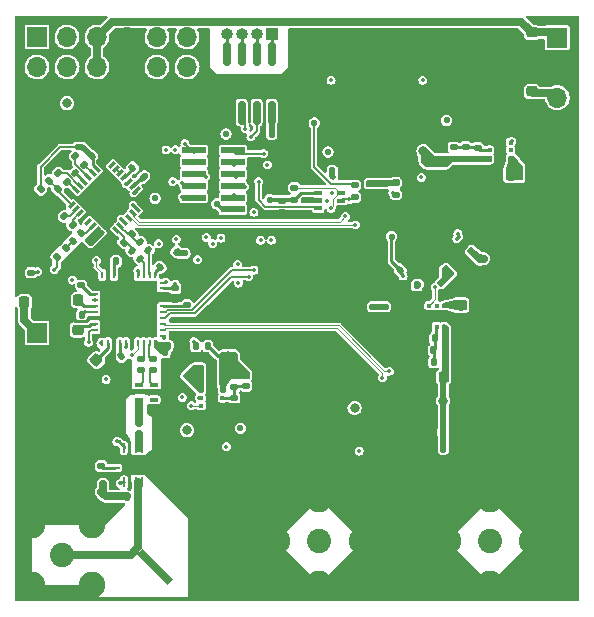
<source format=gbr>
%TF.GenerationSoftware,KiCad,Pcbnew,(6.0.4)*%
%TF.CreationDate,2023-05-22T00:57:41+09:00*%
%TF.ProjectId,RFB,5246422e-6b69-4636-9164-5f7063625858,rev?*%
%TF.SameCoordinates,Original*%
%TF.FileFunction,Copper,L6,Bot*%
%TF.FilePolarity,Positive*%
%FSLAX46Y46*%
G04 Gerber Fmt 4.6, Leading zero omitted, Abs format (unit mm)*
G04 Created by KiCad (PCBNEW (6.0.4)) date 2023-05-22 00:57:41*
%MOMM*%
%LPD*%
G01*
G04 APERTURE LIST*
G04 Aperture macros list*
%AMRoundRect*
0 Rectangle with rounded corners*
0 $1 Rounding radius*
0 $2 $3 $4 $5 $6 $7 $8 $9 X,Y pos of 4 corners*
0 Add a 4 corners polygon primitive as box body*
4,1,4,$2,$3,$4,$5,$6,$7,$8,$9,$2,$3,0*
0 Add four circle primitives for the rounded corners*
1,1,$1+$1,$2,$3*
1,1,$1+$1,$4,$5*
1,1,$1+$1,$6,$7*
1,1,$1+$1,$8,$9*
0 Add four rect primitives between the rounded corners*
20,1,$1+$1,$2,$3,$4,$5,0*
20,1,$1+$1,$4,$5,$6,$7,0*
20,1,$1+$1,$6,$7,$8,$9,0*
20,1,$1+$1,$8,$9,$2,$3,0*%
%AMRotRect*
0 Rectangle, with rotation*
0 The origin of the aperture is its center*
0 $1 length*
0 $2 width*
0 $3 Rotation angle, in degrees counterclockwise*
0 Add horizontal line*
21,1,$1,$2,0,0,$3*%
G04 Aperture macros list end*
%TA.AperFunction,SMDPad,CuDef*%
%ADD10R,1.100000X0.600000*%
%TD*%
%TA.AperFunction,SMDPad,CuDef*%
%ADD11R,0.200000X0.400000*%
%TD*%
%TA.AperFunction,SMDPad,CuDef*%
%ADD12R,0.250000X0.500000*%
%TD*%
%TA.AperFunction,SMDPad,CuDef*%
%ADD13R,1.600000X0.900000*%
%TD*%
%TA.AperFunction,SMDPad,CuDef*%
%ADD14RoundRect,0.062500X-0.062500X0.325000X-0.062500X-0.325000X0.062500X-0.325000X0.062500X0.325000X0*%
%TD*%
%TA.AperFunction,SMDPad,CuDef*%
%ADD15RoundRect,0.062500X-0.325000X0.062500X-0.325000X-0.062500X0.325000X-0.062500X0.325000X0.062500X0*%
%TD*%
%TA.AperFunction,SMDPad,CuDef*%
%ADD16R,1.750000X1.750000*%
%TD*%
%TA.AperFunction,SMDPad,CuDef*%
%ADD17RotRect,0.670000X0.670000X45.000000*%
%TD*%
%TA.AperFunction,SMDPad,CuDef*%
%ADD18RotRect,0.670000X3.700000X45.000000*%
%TD*%
%TA.AperFunction,ConnectorPad*%
%ADD19C,3.800000*%
%TD*%
%TA.AperFunction,ComponentPad*%
%ADD20C,2.600000*%
%TD*%
%TA.AperFunction,ComponentPad*%
%ADD21C,2.250000*%
%TD*%
%TA.AperFunction,ComponentPad*%
%ADD22C,2.050000*%
%TD*%
%TA.AperFunction,ComponentPad*%
%ADD23R,1.700000X1.700000*%
%TD*%
%TA.AperFunction,ComponentPad*%
%ADD24O,1.700000X1.700000*%
%TD*%
%TA.AperFunction,ComponentPad*%
%ADD25C,0.500000*%
%TD*%
%TA.AperFunction,SMDPad,CuDef*%
%ADD26R,2.500000X2.500000*%
%TD*%
%TA.AperFunction,SMDPad,CuDef*%
%ADD27R,5.600000X5.600000*%
%TD*%
%TA.AperFunction,ComponentPad*%
%ADD28R,1.000000X1.000000*%
%TD*%
%TA.AperFunction,ComponentPad*%
%ADD29O,1.000000X1.000000*%
%TD*%
%TA.AperFunction,SMDPad,CuDef*%
%ADD30RoundRect,0.225000X0.225000X0.250000X-0.225000X0.250000X-0.225000X-0.250000X0.225000X-0.250000X0*%
%TD*%
%TA.AperFunction,SMDPad,CuDef*%
%ADD31RoundRect,0.225000X-0.017678X0.335876X-0.335876X0.017678X0.017678X-0.335876X0.335876X-0.017678X0*%
%TD*%
%TA.AperFunction,SMDPad,CuDef*%
%ADD32RoundRect,0.093750X-0.093750X-0.106250X0.093750X-0.106250X0.093750X0.106250X-0.093750X0.106250X0*%
%TD*%
%TA.AperFunction,SMDPad,CuDef*%
%ADD33R,1.000000X1.600000*%
%TD*%
%TA.AperFunction,SMDPad,CuDef*%
%ADD34RoundRect,0.140000X0.140000X0.170000X-0.140000X0.170000X-0.140000X-0.170000X0.140000X-0.170000X0*%
%TD*%
%TA.AperFunction,SMDPad,CuDef*%
%ADD35RotRect,0.250000X0.600000X45.000000*%
%TD*%
%TA.AperFunction,SMDPad,CuDef*%
%ADD36RotRect,0.250000X0.600000X135.000000*%
%TD*%
%TA.AperFunction,SMDPad,CuDef*%
%ADD37RotRect,3.100000X3.100000X135.000000*%
%TD*%
%TA.AperFunction,SMDPad,CuDef*%
%ADD38RoundRect,0.135000X-0.135000X-0.185000X0.135000X-0.185000X0.135000X0.185000X-0.135000X0.185000X0*%
%TD*%
%TA.AperFunction,SMDPad,CuDef*%
%ADD39RoundRect,0.225000X-0.250000X0.225000X-0.250000X-0.225000X0.250000X-0.225000X0.250000X0.225000X0*%
%TD*%
%TA.AperFunction,SMDPad,CuDef*%
%ADD40RoundRect,0.135000X0.135000X0.185000X-0.135000X0.185000X-0.135000X-0.185000X0.135000X-0.185000X0*%
%TD*%
%TA.AperFunction,SMDPad,CuDef*%
%ADD41RoundRect,0.135000X0.035355X-0.226274X0.226274X-0.035355X-0.035355X0.226274X-0.226274X0.035355X0*%
%TD*%
%TA.AperFunction,SMDPad,CuDef*%
%ADD42RoundRect,0.140000X-0.140000X-0.170000X0.140000X-0.170000X0.140000X0.170000X-0.140000X0.170000X0*%
%TD*%
%TA.AperFunction,SMDPad,CuDef*%
%ADD43RoundRect,0.135000X0.185000X-0.135000X0.185000X0.135000X-0.185000X0.135000X-0.185000X-0.135000X0*%
%TD*%
%TA.AperFunction,SMDPad,CuDef*%
%ADD44RoundRect,0.147500X-0.147500X-0.172500X0.147500X-0.172500X0.147500X0.172500X-0.147500X0.172500X0*%
%TD*%
%TA.AperFunction,SMDPad,CuDef*%
%ADD45RoundRect,0.135000X-0.185000X0.135000X-0.185000X-0.135000X0.185000X-0.135000X0.185000X0.135000X0*%
%TD*%
%TA.AperFunction,SMDPad,CuDef*%
%ADD46RoundRect,0.093750X0.106250X-0.093750X0.106250X0.093750X-0.106250X0.093750X-0.106250X-0.093750X0*%
%TD*%
%TA.AperFunction,SMDPad,CuDef*%
%ADD47R,1.600000X1.000000*%
%TD*%
%TA.AperFunction,SMDPad,CuDef*%
%ADD48RoundRect,0.140000X0.170000X-0.140000X0.170000X0.140000X-0.170000X0.140000X-0.170000X-0.140000X0*%
%TD*%
%TA.AperFunction,SMDPad,CuDef*%
%ADD49R,2.000000X0.500000*%
%TD*%
%TA.AperFunction,SMDPad,CuDef*%
%ADD50RoundRect,0.140000X-0.219203X-0.021213X-0.021213X-0.219203X0.219203X0.021213X0.021213X0.219203X0*%
%TD*%
%TA.AperFunction,SMDPad,CuDef*%
%ADD51RoundRect,0.140000X-0.021213X0.219203X-0.219203X0.021213X0.021213X-0.219203X0.219203X-0.021213X0*%
%TD*%
%TA.AperFunction,SMDPad,CuDef*%
%ADD52RoundRect,0.140000X-0.170000X0.140000X-0.170000X-0.140000X0.170000X-0.140000X0.170000X0.140000X0*%
%TD*%
%TA.AperFunction,SMDPad,CuDef*%
%ADD53RoundRect,0.087500X-0.061872X-0.185616X0.185616X0.061872X0.061872X0.185616X-0.185616X-0.061872X0*%
%TD*%
%TA.AperFunction,SMDPad,CuDef*%
%ADD54RotRect,1.400000X1.600000X45.000000*%
%TD*%
%TA.AperFunction,SMDPad,CuDef*%
%ADD55RoundRect,0.093750X0.093750X0.106250X-0.093750X0.106250X-0.093750X-0.106250X0.093750X-0.106250X0*%
%TD*%
%TA.AperFunction,SMDPad,CuDef*%
%ADD56R,0.249999X0.599999*%
%TD*%
%TA.AperFunction,SMDPad,CuDef*%
%ADD57R,0.599999X0.249999*%
%TD*%
%TA.AperFunction,SMDPad,CuDef*%
%ADD58R,4.500001X4.500001*%
%TD*%
%TA.AperFunction,SMDPad,CuDef*%
%ADD59RoundRect,0.225000X0.017678X-0.335876X0.335876X-0.017678X-0.017678X0.335876X-0.335876X0.017678X0*%
%TD*%
%TA.AperFunction,SMDPad,CuDef*%
%ADD60RoundRect,0.140000X0.219203X0.021213X0.021213X0.219203X-0.219203X-0.021213X-0.021213X-0.219203X0*%
%TD*%
%TA.AperFunction,SMDPad,CuDef*%
%ADD61RoundRect,0.147500X-0.172500X0.147500X-0.172500X-0.147500X0.172500X-0.147500X0.172500X0.147500X0*%
%TD*%
%TA.AperFunction,SMDPad,CuDef*%
%ADD62R,0.650000X0.400000*%
%TD*%
%TA.AperFunction,SMDPad,CuDef*%
%ADD63RoundRect,0.135000X-0.035355X0.226274X-0.226274X0.035355X0.035355X-0.226274X0.226274X-0.035355X0*%
%TD*%
%TA.AperFunction,SMDPad,CuDef*%
%ADD64RoundRect,0.225000X0.250000X-0.225000X0.250000X0.225000X-0.250000X0.225000X-0.250000X-0.225000X0*%
%TD*%
%TA.AperFunction,SMDPad,CuDef*%
%ADD65RoundRect,0.150000X0.150000X-0.825000X0.150000X0.825000X-0.150000X0.825000X-0.150000X-0.825000X0*%
%TD*%
%TA.AperFunction,SMDPad,CuDef*%
%ADD66RoundRect,0.135000X-0.226274X-0.035355X-0.035355X-0.226274X0.226274X0.035355X0.035355X0.226274X0*%
%TD*%
%TA.AperFunction,SMDPad,CuDef*%
%ADD67RoundRect,0.140000X0.021213X-0.219203X0.219203X-0.021213X-0.021213X0.219203X-0.219203X0.021213X0*%
%TD*%
%TA.AperFunction,SMDPad,CuDef*%
%ADD68RoundRect,0.135000X0.226274X0.035355X0.035355X0.226274X-0.226274X-0.035355X-0.035355X-0.226274X0*%
%TD*%
%TA.AperFunction,SMDPad,CuDef*%
%ADD69RoundRect,0.225000X-0.225000X-0.250000X0.225000X-0.250000X0.225000X0.250000X-0.225000X0.250000X0*%
%TD*%
%TA.AperFunction,SMDPad,CuDef*%
%ADD70R,0.700000X0.350000*%
%TD*%
%TA.AperFunction,ViaPad*%
%ADD71C,0.550000*%
%TD*%
%TA.AperFunction,ViaPad*%
%ADD72C,0.350000*%
%TD*%
%TA.AperFunction,ViaPad*%
%ADD73C,0.800000*%
%TD*%
%TA.AperFunction,Conductor*%
%ADD74C,0.250000*%
%TD*%
%TA.AperFunction,Conductor*%
%ADD75C,0.090000*%
%TD*%
%TA.AperFunction,Conductor*%
%ADD76C,0.670000*%
%TD*%
%TA.AperFunction,Conductor*%
%ADD77C,0.146812*%
%TD*%
%TA.AperFunction,Conductor*%
%ADD78C,0.500000*%
%TD*%
%TA.AperFunction,Conductor*%
%ADD79C,0.160000*%
%TD*%
%TA.AperFunction,Conductor*%
%ADD80C,0.101600*%
%TD*%
%TA.AperFunction,Conductor*%
%ADD81C,0.190000*%
%TD*%
%TA.AperFunction,Conductor*%
%ADD82C,0.350000*%
%TD*%
G04 APERTURE END LIST*
D10*
%TO.P,U7,7,EP*%
%TO.N,GND*%
X76963000Y-74160400D03*
D11*
%TO.P,U7,6,VCC*%
X76463000Y-74910400D03*
%TO.P,U7,5,GND*%
X76963000Y-74910400D03*
%TO.P,U7,4,RFOUT*%
X77463000Y-74910400D03*
%TO.P,U7,3,RFIN*%
X77463000Y-73410400D03*
%TO.P,U7,2,GND*%
X76963000Y-73410400D03*
%TO.P,U7,1,VENABLE*%
X76463000Y-73410400D03*
%TD*%
D12*
%TO.P,IC1,1,N/C*%
%TO.N,GND*%
X76442600Y-82209600D03*
%TO.P,IC1,2,RFIN*%
X76942600Y-82209600D03*
%TO.P,IC1,3,VBIAS*%
X77442600Y-82209600D03*
%TO.P,IC1,4,RSET*%
X77942600Y-82209600D03*
%TO.P,IC1,5,~EN*%
X77942600Y-84109600D03*
%TO.P,IC1,6,VDD*%
X77442600Y-84109600D03*
%TO.P,IC1,7,RFOUT*%
X76942600Y-84109600D03*
%TO.P,IC1,8,N/C*%
X76442600Y-84109600D03*
D13*
%TO.P,IC1,9,EP*%
X77192600Y-83159600D03*
%TD*%
D14*
%TO.P,IC5,1,VENABLE*%
%TO.N,Net-(IC5-Pad1)*%
X42303000Y-92949300D03*
%TO.P,IC5,2,GND*%
%TO.N,GND*%
X42803000Y-92949300D03*
%TO.P,IC5,3,RF_IN*%
%TO.N,Net-(C97-Pad2)*%
X43303000Y-92949300D03*
%TO.P,IC5,4,RF_IN*%
X43803000Y-92949300D03*
D15*
%TO.P,IC5,5,GND*%
%TO.N,GND*%
X44515500Y-93661800D03*
%TO.P,IC5,6,GND*%
X44515500Y-94161800D03*
%TO.P,IC5,7,GND*%
X44515500Y-94661800D03*
%TO.P,IC5,8,GND*%
X44515500Y-95161800D03*
D14*
%TO.P,IC5,9,RF_OUT/VDD*%
%TO.N,/PA/RF_O*%
X43803000Y-95874300D03*
%TO.P,IC5,10,RF_OUT/VDD*%
X43303000Y-95874300D03*
%TO.P,IC5,11,GND*%
%TO.N,GND*%
X42803000Y-95874300D03*
%TO.P,IC5,12,BIAS2*%
%TO.N,Net-(IC5-Pad12)*%
X42303000Y-95874300D03*
D15*
%TO.P,IC5,13,GND*%
%TO.N,GND*%
X41590500Y-95161800D03*
%TO.P,IC5,14,BIAS1*%
%TO.N,Net-(IC5-Pad14)*%
X41590500Y-94661800D03*
%TO.P,IC5,15,GND*%
%TO.N,GND*%
X41590500Y-94161800D03*
%TO.P,IC5,16,GND*%
X41590500Y-93661800D03*
D16*
%TO.P,IC5,17,EPAD*%
X43053000Y-94411800D03*
%TD*%
D17*
%TO.P,REF\u002A\u002A,1*%
%TO.N,/PA/RF_O*%
X43357800Y-101523800D03*
D18*
X44902828Y-103068828D03*
%TD*%
D19*
%TO.P,H3,1,1*%
%TO.N,GND*%
X51689000Y-98704400D03*
D20*
X51689000Y-98704400D03*
%TD*%
D21*
%TO.P,J3,2,Ext*%
%TO.N,GND*%
X39598600Y-99441000D03*
X39598600Y-104521000D03*
X34518600Y-104521000D03*
X34518600Y-99441000D03*
D22*
%TO.P,J3,1,In*%
%TO.N,/PA/RF_O*%
X37058600Y-101981000D03*
%TD*%
D21*
%TO.P,J2,2,Ext*%
%TO.N,GND*%
X58851800Y-104455502D03*
X62443902Y-100863400D03*
X58851800Y-97271298D03*
X55259698Y-100863400D03*
D22*
%TO.P,J2,1,In*%
%TO.N,/Mixer/MIX_RFB*%
X58851800Y-100863400D03*
%TD*%
%TO.P,J1,1,In*%
%TO.N,/Mixer/MIX_RFA*%
X73304400Y-100863400D03*
D21*
%TO.P,J1,2,Ext*%
%TO.N,GND*%
X73304400Y-104455502D03*
X69712298Y-100863400D03*
X73304400Y-97271298D03*
X76896502Y-100863400D03*
%TD*%
D20*
%TO.P,H1,1,1*%
%TO.N,GND*%
X77673200Y-95478600D03*
D19*
X77673200Y-95478600D03*
%TD*%
D23*
%TO.P,J9,1,Pin_1*%
%TO.N,/3V3D*%
X34950400Y-83230800D03*
D24*
%TO.P,J9,2,Pin_2*%
%TO.N,GND*%
X34950400Y-85770800D03*
%TD*%
D20*
%TO.P,H2,1,1*%
%TO.N,GND*%
X73304400Y-60452000D03*
D19*
X73304400Y-60452000D03*
%TD*%
D23*
%TO.P,J7,1,Pin_1*%
%TO.N,/3V6*%
X34950400Y-58166000D03*
D24*
%TO.P,J7,2,Pin_2*%
X34950400Y-60706000D03*
%TO.P,J7,3,Pin_3*%
%TO.N,VCC*%
X37490400Y-58166000D03*
%TO.P,J7,4,Pin_4*%
X37490400Y-60706000D03*
%TO.P,J7,5,Pin_5*%
%TO.N,/12V*%
X40030400Y-58166000D03*
%TO.P,J7,6,Pin_6*%
X40030400Y-60706000D03*
%TO.P,J7,7,Pin_7*%
%TO.N,GND*%
X42570400Y-58166000D03*
%TO.P,J7,8,Pin_8*%
X42570400Y-60706000D03*
%TO.P,J7,9,Pin_9*%
%TO.N,/LNA_EN1*%
X45110400Y-58166000D03*
%TO.P,J7,10,Pin_10*%
%TO.N,/LNA_EN2*%
X45110400Y-60706000D03*
%TO.P,J7,11,Pin_11*%
%TO.N,/LNA_S1*%
X47650400Y-58166000D03*
%TO.P,J7,12,Pin_12*%
%TO.N,/LNA_S2*%
X47650400Y-60706000D03*
%TD*%
D25*
%TO.P,U8,25,GND*%
%TO.N,GND*%
X66594100Y-92342400D03*
X64594100Y-91342400D03*
X66594100Y-90342400D03*
X64594100Y-90342400D03*
X65594100Y-91342400D03*
X65594100Y-90342400D03*
X66594100Y-91342400D03*
X64594100Y-92342400D03*
X65594100Y-92342400D03*
D26*
X65594100Y-91342400D03*
%TD*%
D25*
%TO.P,U3,25,EP*%
%TO.N,GND*%
X63728600Y-80146400D03*
X62728600Y-78146400D03*
X64728600Y-78146400D03*
D26*
X63728600Y-79146400D03*
D25*
X63728600Y-79146400D03*
X64728600Y-80146400D03*
X62728600Y-79146400D03*
X64728600Y-79146400D03*
X62728600Y-80146400D03*
X63728600Y-78146400D03*
%TD*%
D23*
%TO.P,J6,1,Pin_1*%
%TO.N,/12V*%
X78994000Y-58216800D03*
D24*
%TO.P,J6,2,Pin_2*%
%TO.N,GND*%
X78994000Y-60756800D03*
%TO.P,J6,3,Pin_3*%
%TO.N,/3V6*%
X78994000Y-63296800D03*
%TD*%
D27*
%TO.P,IC3,49,EP*%
%TO.N,GND*%
X63736200Y-67142900D03*
D25*
X63736200Y-68417900D03*
X63736200Y-67142900D03*
X65011200Y-68417900D03*
X62461200Y-68417900D03*
X63736200Y-69692900D03*
X61186200Y-68417900D03*
X61186200Y-67142900D03*
X62461200Y-69692900D03*
X65011200Y-64592900D03*
X66286200Y-67142900D03*
X63736200Y-64592900D03*
X66286200Y-69692900D03*
X63736200Y-65867900D03*
X61186200Y-64592900D03*
X66286200Y-68417900D03*
X62461200Y-67142900D03*
X66286200Y-64592900D03*
X65011200Y-65867900D03*
X62461200Y-65867900D03*
X66286200Y-65867900D03*
X65011200Y-69692900D03*
X62461200Y-64592900D03*
X61186200Y-69692900D03*
X65011200Y-67142900D03*
X61186200Y-65867900D03*
%TD*%
D28*
%TO.P,J5,1,Pin_1*%
%TO.N,Net-(C92-Pad1)*%
X54813200Y-57886600D03*
D29*
%TO.P,J5,2,Pin_2*%
%TO.N,Net-(C92-Pad2)*%
X53543200Y-57886600D03*
%TO.P,J5,3,Pin_3*%
%TO.N,Net-(J5-Pad3)*%
X52273200Y-57886600D03*
%TO.P,J5,4,Pin_4*%
%TO.N,Net-(J5-Pad4)*%
X51003200Y-57886600D03*
%TD*%
D30*
%TO.P,C141,1*%
%TO.N,/MIX_5VA*%
X69380400Y-86969600D03*
%TO.P,C141,2*%
%TO.N,GND*%
X67830400Y-86969600D03*
%TD*%
D31*
%TO.P,C102,1*%
%TO.N,/3V6*%
X48096808Y-86675592D03*
%TO.P,C102,2*%
%TO.N,GND*%
X47000792Y-87771608D03*
%TD*%
D32*
%TO.P,IC10,1,OUT*%
%TO.N,/ADC_1V8A*%
X73265200Y-68396200D03*
%TO.P,IC10,2,FB*%
%TO.N,Net-(C131-Pad2)*%
X73265200Y-67746200D03*
%TO.P,IC10,3,GND*%
%TO.N,GND*%
X73265200Y-67096200D03*
%TO.P,IC10,4,EN*%
%TO.N,VCC*%
X75040200Y-67096200D03*
%TO.P,IC10,5,PG*%
%TO.N,unconnected-(IC10-Pad5)*%
X75040200Y-67746200D03*
%TO.P,IC10,6,IN*%
%TO.N,/3V6*%
X75040200Y-68396200D03*
D33*
%TO.P,IC10,7,GND*%
%TO.N,GND*%
X74152700Y-67746200D03*
%TD*%
D34*
%TO.P,C69,1*%
%TO.N,/MIX_5VA*%
X69314000Y-91617800D03*
%TO.P,C69,2*%
%TO.N,GND*%
X68354000Y-91617800D03*
%TD*%
D35*
%TO.P,U2,1,GND*%
%TO.N,GND*%
X43756109Y-72392419D03*
%TO.P,U2,2,VCCOA*%
%TO.N,/3V3D*%
X43402556Y-72745973D03*
%TO.P,U2,3,CLKOUTA0*%
%TO.N,/ADC_REFCLKN*%
X43049002Y-73099526D03*
%TO.P,U2,4,\u002ACLKOUTA0*%
%TO.N,/ADC_REFCLKP*%
X42695449Y-73453080D03*
%TO.P,U2,5,VCCOA*%
%TO.N,/3V3D*%
X42341896Y-73806633D03*
%TO.P,U2,6,CLKOUTA1*%
%TO.N,/PLL_REFCLKN*%
X41988342Y-74160186D03*
%TO.P,U2,7,\u002ACLKOUTA1*%
%TO.N,/PLL_REFCLKP*%
X41634789Y-74513740D03*
%TO.P,U2,8,GND*%
%TO.N,GND*%
X41281235Y-74867293D03*
D36*
%TO.P,U2,9,CLKOUT_TYPE0*%
%TO.N,/3V3D*%
X40361997Y-74867293D03*
%TO.P,U2,10,VCC*%
X40008443Y-74513740D03*
%TO.P,U2,11,OSCIN*%
%TO.N,Net-(C90-Pad2)*%
X39654890Y-74160186D03*
%TO.P,U2,12,OSCOUT*%
%TO.N,unconnected-(U2-Pad12)*%
X39301336Y-73806633D03*
%TO.P,U2,13,CLKIN_SEL0*%
%TO.N,GND*%
X38947783Y-73453080D03*
%TO.P,U2,14,CLKIN0*%
%TO.N,Net-(R44-Pad2)*%
X38594230Y-73099526D03*
%TO.P,U2,15,\u002ACLKIN0*%
%TO.N,Net-(R44-Pad1)*%
X38240676Y-72745973D03*
%TO.P,U2,16,CLKIN_SEL1*%
%TO.N,Net-(R4-Pad2)*%
X37887123Y-72392419D03*
D35*
%TO.P,U2,17,GND*%
%TO.N,GND*%
X37887123Y-71473181D03*
%TO.P,U2,18,\u002ACLKOUTB1*%
%TO.N,Net-(R2-Pad1)*%
X38240676Y-71119627D03*
%TO.P,U2,19,CLKOUTB1*%
%TO.N,Net-(R2-Pad2)*%
X38594230Y-70766074D03*
%TO.P,U2,20,VCCOB*%
%TO.N,/3V3D*%
X38947783Y-70412520D03*
%TO.P,U2,21,\u002ACLKOUTB0*%
%TO.N,Net-(R3-Pad1)*%
X39301336Y-70058967D03*
%TO.P,U2,22,CLKOUTB0*%
%TO.N,Net-(R3-Pad2)*%
X39654890Y-69705414D03*
%TO.P,U2,23,VCCOB*%
%TO.N,/3V3D*%
X40008443Y-69351860D03*
%TO.P,U2,24,GND*%
%TO.N,GND*%
X40361997Y-68998307D03*
D36*
%TO.P,U2,25,NC*%
%TO.N,unconnected-(U2-Pad25)*%
X41281235Y-68998307D03*
%TO.P,U2,26,\u002ACLKIN1*%
%TO.N,Net-(U2-Pad26)*%
X41634789Y-69351860D03*
%TO.P,U2,27,CLKIN1*%
X41988342Y-69705414D03*
%TO.P,U2,28,VCC*%
%TO.N,/3V3D*%
X42341896Y-70058967D03*
%TO.P,U2,29,REFOUT*%
%TO.N,/MCU_REFCLK*%
X42695449Y-70412520D03*
%TO.P,U2,30,VCCOC*%
%TO.N,VCC*%
X43049002Y-70766074D03*
%TO.P,U2,31,REFOUT_EN*%
%TO.N,/3V3D*%
X43402556Y-71119627D03*
%TO.P,U2,32,CLKOUT_TYPE1*%
%TO.N,GND*%
X43756109Y-71473181D03*
D37*
%TO.P,U2,33,EPAD*%
X40821616Y-71932800D03*
%TD*%
D38*
%TO.P,R75,1*%
%TO.N,GND*%
X67598100Y-83667600D03*
%TO.P,R75,2*%
%TO.N,Net-(C132-Pad2)*%
X68618100Y-83667600D03*
%TD*%
D39*
%TO.P,C122,1*%
%TO.N,/12V*%
X70853300Y-80860600D03*
%TO.P,C122,2*%
%TO.N,GND*%
X70853300Y-82410600D03*
%TD*%
D40*
%TO.P,R50,1*%
%TO.N,VCC*%
X49405000Y-84328000D03*
%TO.P,R50,2*%
%TO.N,/SPI_CS_PLL*%
X48385000Y-84328000D03*
%TD*%
D41*
%TO.P,R4,1*%
%TO.N,/3V3D*%
X35250176Y-71048824D03*
%TO.P,R4,2*%
%TO.N,Net-(R4-Pad2)*%
X35971424Y-70327576D03*
%TD*%
D42*
%TO.P,C30,1*%
%TO.N,GND*%
X37775000Y-81711800D03*
%TO.P,C30,2*%
%TO.N,Net-(C30-Pad2)*%
X38735000Y-81711800D03*
%TD*%
D34*
%TO.P,C7,1*%
%TO.N,GND*%
X70497700Y-83667600D03*
%TO.P,C7,2*%
%TO.N,/MIX_5VA*%
X69537700Y-83667600D03*
%TD*%
D43*
%TO.P,R68,1*%
%TO.N,Net-(C116-Pad2)*%
X51638200Y-87782400D03*
%TO.P,R68,2*%
%TO.N,VCC*%
X51638200Y-86762400D03*
%TD*%
D30*
%TO.P,C121,1*%
%TO.N,/3V6*%
X75095400Y-69824600D03*
%TO.P,C121,2*%
%TO.N,GND*%
X73545400Y-69824600D03*
%TD*%
D44*
%TO.P,L13,1,1*%
%TO.N,/PA_8VA*%
X42565600Y-97078800D03*
%TO.P,L13,2,2*%
%TO.N,/PA/RF_O*%
X43535600Y-97078800D03*
%TD*%
D45*
%TO.P,R52,1*%
%TO.N,/1V8D*%
X61849000Y-70711600D03*
%TO.P,R52,2*%
%TO.N,/ADC/ADC_SDO*%
X61849000Y-71731600D03*
%TD*%
D34*
%TO.P,C13,1*%
%TO.N,GND*%
X46733400Y-84861400D03*
%TO.P,C13,2*%
%TO.N,/PLL_3V3A*%
X45773400Y-84861400D03*
%TD*%
D46*
%TO.P,IC2,1,OUT*%
%TO.N,/MIX_5VA*%
X69426900Y-82675500D03*
%TO.P,IC2,2,FB*%
%TO.N,Net-(C132-Pad2)*%
X68776900Y-82675500D03*
%TO.P,IC2,3,GND*%
%TO.N,GND*%
X68126900Y-82675500D03*
%TO.P,IC2,4,EN*%
%TO.N,VCC*%
X68126900Y-80900500D03*
%TO.P,IC2,5,PG*%
%TO.N,unconnected-(IC2-Pad5)*%
X68776900Y-80900500D03*
%TO.P,IC2,6,IN*%
%TO.N,/12V*%
X69426900Y-80900500D03*
D47*
%TO.P,IC2,7,GND*%
%TO.N,GND*%
X68776900Y-81788000D03*
%TD*%
D48*
%TO.P,C39,1*%
%TO.N,/ADC_1V8A*%
X63129100Y-70582000D03*
%TO.P,C39,2*%
%TO.N,GND*%
X63129100Y-69622000D03*
%TD*%
D49*
%TO.P,J10,1,Pin_1*%
%TO.N,GND*%
X48235600Y-72756400D03*
%TO.P,J10,2,Pin_2*%
%TO.N,VCC*%
X51535600Y-72756400D03*
%TO.P,J10,3,Pin_3*%
%TO.N,/STM_GPA0*%
X48235600Y-71756400D03*
%TO.P,J10,4,Pin_4*%
%TO.N,/STM_GPA1*%
X51535600Y-71756400D03*
%TO.P,J10,5,Pin_5*%
%TO.N,/STM_GPB8*%
X48235600Y-70756400D03*
%TO.P,J10,6,Pin_6*%
%TO.N,/STM_GPA5*%
X51535600Y-70756400D03*
%TO.P,J10,7,Pin_7*%
%TO.N,/STM_GPA3*%
X48235600Y-69756400D03*
%TO.P,J10,8,Pin_8*%
%TO.N,/STM_GPA4*%
X51535600Y-69756400D03*
%TO.P,J10,9,Pin_9*%
%TO.N,/STM_GPB5*%
X48235600Y-68756400D03*
%TO.P,J10,10,Pin_10*%
%TO.N,/STM_GPB12*%
X51535600Y-68756400D03*
%TO.P,J10,11,Pin_11*%
%TO.N,/STM_GPB4*%
X48235600Y-67756400D03*
%TO.P,J10,12,Pin_12*%
%TO.N,/STM_GPA8*%
X51535600Y-67756400D03*
%TD*%
D50*
%TO.P,C27,1*%
%TO.N,/PLL_REFCLKN*%
X43688000Y-75539600D03*
%TO.P,C27,2*%
%TO.N,Net-(C27-Pad2)*%
X44366822Y-76218422D03*
%TD*%
D51*
%TO.P,C8,1*%
%TO.N,GND*%
X40252022Y-67570978D03*
%TO.P,C8,2*%
%TO.N,/3V3D*%
X39573200Y-68249800D03*
%TD*%
D52*
%TO.P,C17,1*%
%TO.N,GND*%
X47650400Y-79888200D03*
%TO.P,C17,2*%
%TO.N,/PLL_3V3A*%
X47650400Y-80848200D03*
%TD*%
D53*
%TO.P,U20,1,VO*%
%TO.N,/IFF_3V3A*%
X69823484Y-78047130D03*
%TO.P,U20,2,Vo_s*%
X69469931Y-77693577D03*
%TO.P,U20,3,GND*%
%TO.N,GND*%
X69116377Y-77340023D03*
%TO.P,U20,4,GND*%
X68762824Y-76986470D03*
%TO.P,U20,5,EN*%
%TO.N,VCC*%
X70583624Y-75165670D03*
%TO.P,U20,6,GND*%
%TO.N,GND*%
X70937177Y-75519223D03*
%TO.P,U20,7,GND*%
X71290731Y-75872777D03*
%TO.P,U20,8,VCC*%
%TO.N,/3V6*%
X71644284Y-76226330D03*
D54*
%TO.P,U20,9,GND*%
%TO.N,GND*%
X70203554Y-76606400D03*
%TD*%
D52*
%TO.P,C87,1*%
%TO.N,/3V3D*%
X34442400Y-78107600D03*
%TO.P,C87,2*%
%TO.N,GND*%
X34442400Y-79067600D03*
%TD*%
D50*
%TO.P,C26,1*%
%TO.N,/PLL_REFCLKP*%
X42992989Y-76241589D03*
%TO.P,C26,2*%
%TO.N,Net-(C26-Pad2)*%
X43671811Y-76920411D03*
%TD*%
D48*
%TO.P,C42,1*%
%TO.N,/ADC_1V8A*%
X64322900Y-70582000D03*
%TO.P,C42,2*%
%TO.N,GND*%
X64322900Y-69622000D03*
%TD*%
D34*
%TO.P,C132,1*%
%TO.N,/MIX_5VA*%
X69507100Y-85699600D03*
%TO.P,C132,2*%
%TO.N,Net-(C132-Pad2)*%
X68547100Y-85699600D03*
%TD*%
D52*
%TO.P,C97,1*%
%TO.N,/PLL_RFPA*%
X43586400Y-90833000D03*
%TO.P,C97,2*%
%TO.N,Net-(C97-Pad2)*%
X43586400Y-91793000D03*
%TD*%
D48*
%TO.P,C34,1*%
%TO.N,GND*%
X72273100Y-69436400D03*
%TO.P,C34,2*%
%TO.N,/ADC_1V8A*%
X72273100Y-68476400D03*
%TD*%
D50*
%TO.P,C3,1*%
%TO.N,GND*%
X37497378Y-68993378D03*
%TO.P,C3,2*%
%TO.N,/3V3D*%
X38176200Y-69672200D03*
%TD*%
D43*
%TO.P,R63,1*%
%TO.N,/ADC_RESET*%
X65338900Y-71499001D03*
%TO.P,R63,2*%
%TO.N,/ADC_1V8A*%
X65338900Y-70479001D03*
%TD*%
D52*
%TO.P,C32,1*%
%TO.N,Net-(C32-Pad1)*%
X46659800Y-79456400D03*
%TO.P,C32,2*%
%TO.N,GND*%
X46659800Y-80416400D03*
%TD*%
D55*
%TO.P,IC8,1,OUT*%
%TO.N,VCC*%
X50646100Y-88072200D03*
%TO.P,IC8,2,FB*%
%TO.N,Net-(C116-Pad2)*%
X50646100Y-88722200D03*
%TO.P,IC8,3,GND*%
%TO.N,GND*%
X50646100Y-89372200D03*
%TO.P,IC8,4,EN*%
%TO.N,/3V3D*%
X48871100Y-89372200D03*
%TO.P,IC8,5,PG*%
%TO.N,/Power/2V5_PG*%
X48871100Y-88722200D03*
%TO.P,IC8,6,IN*%
%TO.N,/3V6*%
X48871100Y-88072200D03*
D33*
%TO.P,IC8,7,GND*%
%TO.N,GND*%
X49758600Y-88722200D03*
%TD*%
D42*
%TO.P,C11,1*%
%TO.N,GND*%
X49685000Y-86918800D03*
%TO.P,C11,2*%
%TO.N,VCC*%
X50645000Y-86918800D03*
%TD*%
D51*
%TO.P,C123,1*%
%TO.N,/3V6*%
X72450011Y-76901989D03*
%TO.P,C123,2*%
%TO.N,GND*%
X71771189Y-77580811D03*
%TD*%
D52*
%TO.P,C116,1*%
%TO.N,VCC*%
X52654200Y-86771599D03*
%TO.P,C116,2*%
%TO.N,Net-(C116-Pad2)*%
X52654200Y-87731599D03*
%TD*%
D56*
%TO.P,U4,1,CE*%
%TO.N,/PLL_CE*%
X40472797Y-78303801D03*
%TO.P,U4,2,GND*%
%TO.N,GND*%
X40972796Y-78303801D03*
%TO.P,U4,3,VBIASVCO*%
%TO.N,Net-(C24-Pad2)*%
X41472797Y-78303801D03*
%TO.P,U4,4,GND*%
%TO.N,GND*%
X41972796Y-78303801D03*
%TO.P,U4,5,SYNC*%
X42472798Y-78303801D03*
%TO.P,U4,6,GND*%
X42972797Y-78303801D03*
%TO.P,U4,7,VCCDIG*%
%TO.N,/PLL_3V3A*%
X43472796Y-78303801D03*
%TO.P,U4,8,OSCINP*%
%TO.N,Net-(C26-Pad2)*%
X43972797Y-78303801D03*
%TO.P,U4,9,OSCINM*%
%TO.N,Net-(C27-Pad2)*%
X44472796Y-78303801D03*
%TO.P,U4,10,VREGIN*%
%TO.N,Net-(C22-Pad2)*%
X44972798Y-78303801D03*
D57*
%TO.P,U4,11,VCCCP*%
%TO.N,/PLL_3V3A*%
X45622797Y-78953799D03*
%TO.P,U4,12,CPOUT*%
%TO.N,Net-(C32-Pad1)*%
X45622797Y-79453798D03*
%TO.P,U4,13,GND*%
%TO.N,GND*%
X45622797Y-79953800D03*
%TO.P,U4,14,GND*%
X45622797Y-80453799D03*
%TO.P,U4,15,VCCMASH*%
%TO.N,/PLL_3V3A*%
X45622797Y-80953800D03*
%TO.P,U4,16,SCK*%
%TO.N,/SPI_SCK*%
X45622797Y-81453800D03*
%TO.P,U4,17,SDI*%
%TO.N,/SPI_MOSI*%
X45622797Y-81953798D03*
%TO.P,U4,18,RFOUTBM*%
%TO.N,/PLL_RFMXP*%
X45622797Y-82453800D03*
%TO.P,U4,19,RFOUTBP*%
%TO.N,/PLL_RFMXN*%
X45622797Y-82953799D03*
%TO.P,U4,20,MUXOUT*%
%TO.N,/Generator/MUXOUT*%
X45622797Y-83453801D03*
D56*
%TO.P,U4,21,VCCBUF*%
%TO.N,/PLL_3V3A*%
X44972798Y-84103799D03*
%TO.P,U4,22,RFOUTAM*%
%TO.N,Net-(C29-Pad2)*%
X44472796Y-84103799D03*
%TO.P,U4,23,RFOUTAP*%
%TO.N,Net-(C28-Pad2)*%
X43972797Y-84103799D03*
%TO.P,U4,24,CSB*%
%TO.N,/SPI_CS_PLL*%
X43472796Y-84103799D03*
%TO.P,U4,25,GND*%
%TO.N,GND*%
X42972797Y-84103799D03*
%TO.P,U4,26,VCCVCO2*%
%TO.N,/PLL_3V3A*%
X42472798Y-84103799D03*
%TO.P,U4,27,VBIASVCO2*%
%TO.N,Net-(C21-Pad2)*%
X41972796Y-84103799D03*
%TO.P,U4,28,SYSREFREQ*%
%TO.N,GND*%
X41472797Y-84103799D03*
%TO.P,U4,29,VREFVCO2*%
%TO.N,Net-(C20-Pad2)*%
X40972796Y-84103799D03*
%TO.P,U4,30,RAMPCLK*%
%TO.N,/PLL_RAMPCLK*%
X40472797Y-84103799D03*
D57*
%TO.P,U4,31,GND*%
%TO.N,GND*%
X39822798Y-83453801D03*
%TO.P,U4,32,RAMPDIR*%
%TO.N,/PLL_RAMPDIR*%
X39822798Y-82953799D03*
%TO.P,U4,33,VBIASVARAC*%
%TO.N,Net-(C25-Pad2)*%
X39822798Y-82453800D03*
%TO.P,U4,34,GND*%
%TO.N,GND*%
X39822798Y-81953798D03*
%TO.P,U4,35,VTUNE*%
%TO.N,Net-(C30-Pad2)*%
X39822798Y-81453800D03*
%TO.P,U4,36,VREFVCO*%
%TO.N,Net-(C19-Pad2)*%
X39822798Y-80953800D03*
%TO.P,U4,37,VCCVCO*%
%TO.N,/PLL_3V3A*%
X39822798Y-80453799D03*
%TO.P,U4,38,VREGVCO*%
%TO.N,Net-(C23-Pad2)*%
X39822798Y-79953800D03*
%TO.P,U4,39,GND*%
%TO.N,GND*%
X39822798Y-79453798D03*
%TO.P,U4,40,GND*%
X39822798Y-78953799D03*
D25*
%TO.P,U4,41,GND*%
X43422800Y-83203800D03*
X43452800Y-79203800D03*
X40722800Y-80473800D03*
X41992800Y-83203800D03*
X43452800Y-80473800D03*
X41992800Y-80473800D03*
X44722800Y-81933800D03*
X43452800Y-81933800D03*
D58*
X42722797Y-81203800D03*
D25*
X41992800Y-81933800D03*
X44722800Y-80473800D03*
X41992800Y-79203800D03*
X40722800Y-81933800D03*
%TD*%
D42*
%TO.P,C24,1*%
%TO.N,GND*%
X40670600Y-77165200D03*
%TO.P,C24,2*%
%TO.N,Net-(C24-Pad2)*%
X41630600Y-77165200D03*
%TD*%
D59*
%TO.P,C20,1*%
%TO.N,GND*%
X38883584Y-86617816D03*
%TO.P,C20,2*%
%TO.N,Net-(C20-Pad2)*%
X39979600Y-85521800D03*
%TD*%
D39*
%TO.P,C33,1*%
%TO.N,/12V*%
X76835000Y-57772000D03*
%TO.P,C33,2*%
%TO.N,GND*%
X76835000Y-59322000D03*
%TD*%
D34*
%TO.P,C43,1*%
%TO.N,/ADC_1V8A*%
X67726500Y-68400200D03*
%TO.P,C43,2*%
%TO.N,GND*%
X66766500Y-68400200D03*
%TD*%
D52*
%TO.P,C77,1*%
%TO.N,/IFF_3V3A*%
X63423800Y-81003200D03*
%TO.P,C77,2*%
%TO.N,GND*%
X63423800Y-81963200D03*
%TD*%
D60*
%TO.P,C133,1*%
%TO.N,/IFF_3V3A*%
X69205976Y-78936222D03*
%TO.P,C133,2*%
%TO.N,GND*%
X68527154Y-78257400D03*
%TD*%
D42*
%TO.P,C38,1*%
%TO.N,/ADC_1V8A*%
X59946600Y-69519800D03*
%TO.P,C38,2*%
%TO.N,GND*%
X60906600Y-69519800D03*
%TD*%
D52*
%TO.P,C95,1*%
%TO.N,VCC*%
X55727600Y-72037000D03*
%TO.P,C95,2*%
%TO.N,GND*%
X55727600Y-72997000D03*
%TD*%
D50*
%TO.P,C103,1*%
%TO.N,GND*%
X46117189Y-75657389D03*
%TO.P,C103,2*%
%TO.N,VCC*%
X46796011Y-76336211D03*
%TD*%
D45*
%TO.P,R73,1*%
%TO.N,GND*%
X72273100Y-66518600D03*
%TO.P,R73,2*%
%TO.N,Net-(C131-Pad2)*%
X72273100Y-67538600D03*
%TD*%
D34*
%TO.P,C96,1*%
%TO.N,GND*%
X44574400Y-89865200D03*
%TO.P,C96,2*%
%TO.N,/PLL_RFPA*%
X43614400Y-89865200D03*
%TD*%
D61*
%TO.P,L12,1,1*%
%TO.N,GND*%
X40386000Y-93520400D03*
%TO.P,L12,2,2*%
%TO.N,Net-(IC5-Pad14)*%
X40386000Y-94490400D03*
%TD*%
D34*
%TO.P,C76,1*%
%TO.N,/IFF_3V3A*%
X67104200Y-79197200D03*
%TO.P,C76,2*%
%TO.N,GND*%
X66144200Y-79197200D03*
%TD*%
D48*
%TO.P,C131,1*%
%TO.N,/ADC_1V8A*%
X70241100Y-68473800D03*
%TO.P,C131,2*%
%TO.N,Net-(C131-Pad2)*%
X70241100Y-67513800D03*
%TD*%
D51*
%TO.P,C4,1*%
%TO.N,GND*%
X43706422Y-68561578D03*
%TO.P,C4,2*%
%TO.N,/3V3D*%
X43027600Y-69240400D03*
%TD*%
D62*
%TO.P,U13,1*%
%TO.N,/SPI_CS_ADC*%
X60655200Y-71359000D03*
%TO.P,U13,2*%
%TO.N,/ADC/ADC_SDO*%
X60655200Y-72009000D03*
%TO.P,U13,3,GND*%
%TO.N,GND*%
X60655200Y-72659000D03*
%TO.P,U13,4*%
%TO.N,/SPI_MISO*%
X58755200Y-72659000D03*
%TO.P,U13,5,VCC*%
%TO.N,VCC*%
X58755200Y-71359000D03*
%TD*%
D63*
%TO.P,R5,1*%
%TO.N,/PLL_REFCLKN*%
X43007224Y-74848776D03*
%TO.P,R5,2*%
%TO.N,/PLL_REFCLKP*%
X42285976Y-75570024D03*
%TD*%
D48*
%TO.P,C28,1*%
%TO.N,Net-(C28-Pad1)*%
X43723400Y-86375200D03*
%TO.P,C28,2*%
%TO.N,Net-(C28-Pad2)*%
X43723400Y-85415200D03*
%TD*%
%TO.P,C29,1*%
%TO.N,Net-(C29-Pad1)*%
X44739400Y-86370000D03*
%TO.P,C29,2*%
%TO.N,Net-(C29-Pad2)*%
X44739400Y-85410000D03*
%TD*%
D64*
%TO.P,C106,1*%
%TO.N,/3V6*%
X76835000Y-62776400D03*
%TO.P,C106,2*%
%TO.N,GND*%
X76835000Y-61226400D03*
%TD*%
D48*
%TO.P,C99,1*%
%TO.N,GND*%
X41579800Y-98016000D03*
%TO.P,C99,2*%
%TO.N,/PA_8VA*%
X41579800Y-97056000D03*
%TD*%
D38*
%TO.P,R74,1*%
%TO.N,Net-(C132-Pad2)*%
X68512500Y-84683600D03*
%TO.P,R74,2*%
%TO.N,/MIX_5VA*%
X69532500Y-84683600D03*
%TD*%
D65*
%TO.P,U6,1,VCC1*%
%TO.N,VCC*%
X54813200Y-64563800D03*
%TO.P,U6,2,RXD*%
%TO.N,/CAN_R*%
X53543200Y-64563800D03*
%TO.P,U6,3,TXD*%
%TO.N,/CAN_T*%
X52273200Y-64563800D03*
%TO.P,U6,4,GND1*%
%TO.N,GND*%
X51003200Y-64563800D03*
%TO.P,U6,5,CANL*%
%TO.N,Net-(J5-Pad4)*%
X51003200Y-59613800D03*
%TO.P,U6,6,CANH*%
%TO.N,Net-(J5-Pad3)*%
X52273200Y-59613800D03*
%TO.P,U6,7,GND2*%
%TO.N,Net-(C92-Pad2)*%
X53543200Y-59613800D03*
%TO.P,U6,8,VCC2*%
%TO.N,Net-(C92-Pad1)*%
X54813200Y-59613800D03*
%TD*%
D41*
%TO.P,R1,1*%
%TO.N,Net-(R1-Pad1)*%
X36647176Y-76789224D03*
%TO.P,R1,2*%
%TO.N,Net-(C90-Pad1)*%
X37368424Y-76067976D03*
%TD*%
D66*
%TO.P,R44,1*%
%TO.N,Net-(R44-Pad1)*%
X37251752Y-73345152D03*
%TO.P,R44,2*%
%TO.N,Net-(R44-Pad2)*%
X37973000Y-74066400D03*
%TD*%
D67*
%TO.P,C1,1*%
%TO.N,GND*%
X38751189Y-76107611D03*
%TO.P,C1,2*%
%TO.N,/3V3D*%
X39430011Y-75428789D03*
%TD*%
D68*
%TO.P,R2,1*%
%TO.N,Net-(R2-Pad1)*%
X37470024Y-70413824D03*
%TO.P,R2,2*%
%TO.N,Net-(R2-Pad2)*%
X36748776Y-69692576D03*
%TD*%
D69*
%TO.P,C119,1*%
%TO.N,VCC*%
X51498200Y-85521800D03*
%TO.P,C119,2*%
%TO.N,GND*%
X53048200Y-85521800D03*
%TD*%
%TO.P,C5,1*%
%TO.N,/3V3D*%
X33870600Y-80594200D03*
%TO.P,C5,2*%
%TO.N,GND*%
X35420600Y-80594200D03*
%TD*%
D34*
%TO.P,C91,1*%
%TO.N,GND*%
X55775800Y-66344800D03*
%TO.P,C91,2*%
%TO.N,VCC*%
X54815800Y-66344800D03*
%TD*%
D64*
%TO.P,C140,1*%
%TO.N,/ADC_1V8A*%
X68971100Y-68669200D03*
%TO.P,C140,2*%
%TO.N,GND*%
X68971100Y-67119200D03*
%TD*%
D48*
%TO.P,C79,1*%
%TO.N,/IFF_3V3A*%
X64414400Y-80998000D03*
%TO.P,C79,2*%
%TO.N,GND*%
X64414400Y-80038000D03*
%TD*%
D41*
%TO.P,R7,1*%
%TO.N,GND*%
X35986776Y-71785424D03*
%TO.P,R7,2*%
%TO.N,Net-(R4-Pad2)*%
X36708024Y-71064176D03*
%TD*%
D45*
%TO.P,R72,1*%
%TO.N,Net-(C131-Pad2)*%
X71257100Y-67456400D03*
%TO.P,R72,2*%
%TO.N,/ADC_1V8A*%
X71257100Y-68476400D03*
%TD*%
D67*
%TO.P,C90,1*%
%TO.N,Net-(C90-Pad1)*%
X38014589Y-75396411D03*
%TO.P,C90,2*%
%TO.N,Net-(C90-Pad2)*%
X38693411Y-74717589D03*
%TD*%
D70*
%TO.P,FL1,1*%
%TO.N,/PLL_RFPA*%
X43606400Y-88889600D03*
%TO.P,FL1,2,GND*%
%TO.N,GND*%
X43606400Y-88239600D03*
%TO.P,FL1,3*%
%TO.N,Net-(C28-Pad1)*%
X43606400Y-87589600D03*
%TO.P,FL1,4*%
%TO.N,Net-(C29-Pad1)*%
X44856400Y-87589600D03*
%TO.P,FL1,5,GND*%
%TO.N,GND*%
X44856400Y-88239600D03*
%TO.P,FL1,6,NC*%
%TO.N,unconnected-(FL1-Pad6)*%
X44856400Y-88889600D03*
%TD*%
D43*
%TO.P,R51,1*%
%TO.N,VCC*%
X56743600Y-71934800D03*
%TO.P,R51,2*%
%TO.N,/SPI_CS_ADC*%
X56743600Y-70914800D03*
%TD*%
D64*
%TO.P,C25,1*%
%TO.N,GND*%
X38379400Y-84518800D03*
%TO.P,C25,2*%
%TO.N,Net-(C25-Pad2)*%
X38379400Y-82968800D03*
%TD*%
D51*
%TO.P,C22,1*%
%TO.N,GND*%
X46059411Y-76978189D03*
%TO.P,C22,2*%
%TO.N,Net-(C22-Pad2)*%
X45380589Y-77657011D03*
%TD*%
D52*
%TO.P,C23,1*%
%TO.N,GND*%
X38709600Y-78237200D03*
%TO.P,C23,2*%
%TO.N,Net-(C23-Pad2)*%
X38709600Y-79197200D03*
%TD*%
D69*
%TO.P,C19,1*%
%TO.N,GND*%
X36905600Y-80441800D03*
%TO.P,C19,2*%
%TO.N,Net-(C19-Pad2)*%
X38455600Y-80441800D03*
%TD*%
D67*
%TO.P,C98,1*%
%TO.N,GND*%
X39716389Y-97342011D03*
%TO.P,C98,2*%
%TO.N,/PA_8VA*%
X40395211Y-96663189D03*
%TD*%
D66*
%TO.P,R3,1*%
%TO.N,Net-(R3-Pad1)*%
X38191552Y-68244776D03*
%TO.P,R3,2*%
%TO.N,Net-(R3-Pad2)*%
X38912800Y-68966024D03*
%TD*%
D60*
%TO.P,C9,1*%
%TO.N,GND*%
X44595422Y-70757422D03*
%TO.P,C9,2*%
%TO.N,VCC*%
X43916600Y-70078600D03*
%TD*%
D67*
%TO.P,C21,1*%
%TO.N,GND*%
X41418189Y-85886611D03*
%TO.P,C21,2*%
%TO.N,Net-(C21-Pad2)*%
X42097011Y-85207789D03*
%TD*%
D43*
%TO.P,R69,1*%
%TO.N,GND*%
X51638200Y-89740200D03*
%TO.P,R69,2*%
%TO.N,Net-(C116-Pad2)*%
X51638200Y-88720200D03*
%TD*%
D51*
%TO.P,C49,1*%
%TO.N,/IF_VCM*%
X65693611Y-77892589D03*
%TO.P,C49,2*%
%TO.N,GND*%
X65014789Y-78571411D03*
%TD*%
D71*
%TO.N,GND*%
X38379400Y-84505800D03*
D72*
X37998400Y-86563200D03*
X42265600Y-86563200D03*
X40132000Y-90830400D03*
X59334400Y-95097600D03*
X59334400Y-92964000D03*
X57200800Y-95097600D03*
X57200800Y-92964000D03*
X78536800Y-90830400D03*
X78536800Y-92964000D03*
X78536800Y-86563200D03*
X78536800Y-88696800D03*
X59334400Y-78028800D03*
X52933600Y-80162400D03*
X55067200Y-84429600D03*
X55067200Y-78028800D03*
X55067200Y-80162400D03*
X57200800Y-75895200D03*
X57200800Y-78028800D03*
X57200800Y-67360800D03*
X57200800Y-69494400D03*
X48666400Y-63093600D03*
X55067200Y-63093600D03*
X52933600Y-63093600D03*
X57200800Y-65227200D03*
X57200800Y-58826400D03*
X57200800Y-63093600D03*
X65735200Y-58826400D03*
X61468000Y-58826400D03*
X63601600Y-58826400D03*
X76403200Y-58826400D03*
X70002400Y-58826400D03*
X72136000Y-58826400D03*
X76403200Y-65227200D03*
X76403200Y-67360800D03*
X78536800Y-69494400D03*
X78536800Y-75895200D03*
X72136000Y-71628000D03*
X78536800Y-71628000D03*
X74269600Y-71628000D03*
X76403200Y-71628000D03*
X72136000Y-73761600D03*
X74269600Y-73761600D03*
X76403200Y-73761600D03*
X48666400Y-105765600D03*
X48666400Y-103632000D03*
X48666400Y-97231200D03*
X48666400Y-101498400D03*
X48666400Y-99364800D03*
X50800000Y-95097600D03*
X48666400Y-95097600D03*
X52933600Y-88696800D03*
X52933600Y-95097600D03*
X52933600Y-92964000D03*
X55067200Y-95097600D03*
X55067200Y-90830400D03*
X55067200Y-92964000D03*
X72136000Y-95097600D03*
X72136000Y-92964000D03*
X74269600Y-90830400D03*
X74269600Y-95097600D03*
X74269600Y-92964000D03*
X76403200Y-88696800D03*
X76403200Y-86563200D03*
X76403200Y-92964000D03*
X76403200Y-90830400D03*
X78536800Y-84429600D03*
X74269600Y-84429600D03*
X76403200Y-84429600D03*
X76403200Y-82296000D03*
X78536800Y-82296000D03*
X74269600Y-82296000D03*
X76403200Y-80162400D03*
X78536800Y-80162400D03*
X74269600Y-80162400D03*
X76403200Y-78028800D03*
X78536800Y-78028800D03*
X33731200Y-63093600D03*
X33731200Y-69494400D03*
X33731200Y-65227200D03*
X33731200Y-67360800D03*
X35864800Y-75895200D03*
X35864800Y-71628000D03*
X35864800Y-73761600D03*
X33731200Y-71628000D03*
X33731200Y-78028800D03*
X33731200Y-73761600D03*
X33731200Y-75895200D03*
X33731200Y-86563200D03*
X33731200Y-84429600D03*
X33731200Y-88696800D03*
X40132000Y-88696800D03*
X35864800Y-88696800D03*
X35864800Y-95097600D03*
X35864800Y-90830400D03*
X35864800Y-92964000D03*
X33731200Y-105765600D03*
X33731200Y-101498400D03*
X33731200Y-90830400D03*
X33731200Y-97231200D03*
X33731200Y-92964000D03*
X33731200Y-95097600D03*
X35864800Y-97231200D03*
X35864800Y-105765600D03*
X50800000Y-97231200D03*
X50800000Y-103632000D03*
X50800000Y-105765600D03*
X50800000Y-101498400D03*
X52933600Y-97231200D03*
X52933600Y-103632000D03*
X52933600Y-105765600D03*
X52933600Y-101498400D03*
X55067200Y-97231200D03*
X55067200Y-103632000D03*
X55067200Y-105765600D03*
X57200800Y-97231200D03*
X57200800Y-103632000D03*
X57200800Y-105765600D03*
X61468000Y-103632000D03*
X61468000Y-105765600D03*
X63601600Y-103632000D03*
X63601600Y-105765600D03*
X63601600Y-99364800D03*
X65735200Y-97231200D03*
X65735200Y-103632000D03*
X65735200Y-105765600D03*
X65735200Y-99364800D03*
X65735200Y-101498400D03*
X67868800Y-103632000D03*
X67868800Y-105765600D03*
X67868800Y-99364800D03*
X67868800Y-101498400D03*
X70002400Y-103632000D03*
X70002400Y-105765600D03*
X72136000Y-105765600D03*
X74269600Y-105765600D03*
X76403200Y-97231200D03*
X76403200Y-103632000D03*
X76403200Y-105765600D03*
X76403200Y-99364800D03*
X78536800Y-97231200D03*
X78536800Y-103632000D03*
X78536800Y-105765600D03*
X78536800Y-99364800D03*
X78536800Y-101498400D03*
X80670400Y-56692800D03*
X80670400Y-58826400D03*
X80670400Y-78028800D03*
X80670400Y-73761600D03*
X80670400Y-75895200D03*
X80670400Y-80162400D03*
X80670400Y-86563200D03*
X80670400Y-82296000D03*
X80670400Y-84429600D03*
X80670400Y-88696800D03*
X80670400Y-95097600D03*
X80670400Y-90830400D03*
X80670400Y-92964000D03*
X80670400Y-97231200D03*
X80670400Y-99364800D03*
X80670400Y-101498400D03*
X80670400Y-105765600D03*
X80670400Y-103632000D03*
X46217789Y-97119389D03*
X63844600Y-93497400D03*
X39014400Y-97053400D03*
X39725600Y-97053400D03*
X39725600Y-96342200D03*
X39014400Y-97764600D03*
X39725600Y-97764600D03*
X41148000Y-97764600D03*
X40436800Y-97764600D03*
X41630600Y-98272600D03*
X41127706Y-98775494D03*
X42133494Y-97769706D03*
X40792400Y-105714800D03*
X41503600Y-105714800D03*
X42926000Y-105714800D03*
X42214800Y-105714800D03*
X43637201Y-105714800D03*
X45059600Y-105714800D03*
X45770800Y-105714800D03*
X47193200Y-105714800D03*
X46482000Y-105714800D03*
X44348400Y-105714800D03*
X47904400Y-104292400D03*
X47904400Y-105003600D03*
X47904400Y-105714800D03*
X47904400Y-103581200D03*
X47904400Y-99314000D03*
X47904400Y-101447600D03*
X47904400Y-102869999D03*
X47904400Y-102158800D03*
X47904400Y-100736400D03*
X47904400Y-100025200D03*
X47731706Y-98633306D03*
X47228811Y-98130411D03*
X44709106Y-95610706D03*
X45212000Y-96113600D03*
X46720683Y-97622283D03*
X46126400Y-93726000D03*
X45821599Y-94411800D03*
X46101000Y-90881200D03*
X45491400Y-90525600D03*
X46101000Y-90170000D03*
X45491400Y-89814400D03*
X46101000Y-89458800D03*
X45491400Y-91236800D03*
X44881800Y-93014800D03*
X45491400Y-93370400D03*
X45491400Y-92659200D03*
X45491400Y-91948000D03*
X42976800Y-94411800D03*
X45110400Y-94411800D03*
X43688000Y-94411800D03*
X44399199Y-94411800D03*
X42291000Y-94183200D03*
X41986200Y-95173800D03*
X41275000Y-95173800D03*
X40563801Y-95173800D03*
X42748200Y-96393000D03*
X42748200Y-95097600D03*
X43459400Y-95097600D03*
X44170600Y-95097600D03*
X39903400Y-93726000D03*
X39547800Y-93116400D03*
X39192200Y-93726000D03*
X41681400Y-93116400D03*
X40970200Y-93116400D03*
X40614600Y-93726000D03*
X40259000Y-93116400D03*
X41605200Y-93853000D03*
X44881800Y-91592400D03*
X44881800Y-92303600D03*
X44881800Y-90881201D03*
X44881800Y-93726000D03*
X44170600Y-93726000D03*
X43459400Y-93726000D03*
X42773600Y-93497400D03*
X42265600Y-91465400D03*
X42265600Y-90754200D03*
X42265600Y-89331800D03*
X42265600Y-90043000D03*
X42418000Y-88646000D03*
X42545000Y-92125800D03*
%TO.N,Net-(IC5-Pad1)*%
X41706800Y-92405200D03*
%TO.N,Net-(IC5-Pad12)*%
X41986200Y-95961200D03*
%TO.N,GND*%
X51562000Y-92075000D03*
X50749200Y-93853000D03*
X50139600Y-94208600D03*
X49428400Y-94208600D03*
X48209200Y-93497400D03*
X47599600Y-93141799D03*
X47599600Y-92430600D03*
X48209200Y-92786200D03*
X48818800Y-93853000D03*
X48818800Y-93141800D03*
X48818800Y-92430600D03*
X52273200Y-92075000D03*
X49428400Y-93497400D03*
X49428400Y-92075001D03*
X50139600Y-93497400D03*
X50139600Y-92075000D03*
X50139600Y-92786200D03*
X49428400Y-91363800D03*
X49428400Y-92786200D03*
X50139600Y-91363800D03*
X44475400Y-90017600D03*
D73*
%TO.N,/PA_8VA*%
X47625000Y-91465400D03*
D72*
%TO.N,VCC*%
X50977800Y-92837000D03*
D71*
%TO.N,GND*%
X43103800Y-88239600D03*
D72*
X35585400Y-79375000D03*
X35585400Y-80086200D03*
X36550600Y-80086200D03*
X35585400Y-80797400D03*
X69545200Y-99263200D03*
X71780400Y-97078800D03*
X71069200Y-97078800D03*
X60553600Y-90170000D03*
X61498506Y-76128906D03*
X57480200Y-74498200D03*
X74549000Y-65684400D03*
X68259883Y-75402517D03*
X43992800Y-72593200D03*
X58785683Y-79263317D03*
X48945800Y-74498200D03*
X72847200Y-64846200D03*
X41529000Y-65049400D03*
X66232989Y-85308389D03*
X50038000Y-90043000D03*
X71424800Y-64846200D03*
X65968906Y-95153506D03*
X66395600Y-87985600D03*
X68173600Y-59639200D03*
X64449883Y-96281317D03*
X61290200Y-74498200D03*
X63728600Y-84048600D03*
X50571399Y-82143600D03*
X67360800Y-94081600D03*
X67843400Y-88392000D03*
X63347600Y-86410800D03*
X66969589Y-75118011D03*
X60370694Y-75001094D03*
X46736000Y-87655400D03*
X65460906Y-76626694D03*
X51282600Y-82143600D03*
X67756989Y-75905411D03*
X62306200Y-72390000D03*
X60452000Y-63042800D03*
X67005200Y-63042800D03*
X59283600Y-59639200D03*
X55778400Y-66319400D03*
X34315400Y-79679800D03*
X47726600Y-83261200D03*
X69646800Y-71577201D03*
X62006506Y-99385094D03*
X67843400Y-86969600D03*
X47015400Y-82143600D03*
X58191400Y-74498200D03*
X53898800Y-85496400D03*
X70901483Y-77784883D03*
X73939400Y-66040000D03*
D71*
X61544200Y-97450877D03*
D72*
X73863200Y-86791800D03*
X50647600Y-90398600D03*
X69265672Y-74396728D03*
X44399200Y-68351400D03*
X63728600Y-81838800D03*
X67472483Y-74615117D03*
X65341500Y-93929200D03*
X73939400Y-65328800D03*
X73837800Y-67589400D03*
X67884117Y-94604917D03*
X69646800Y-70154800D03*
X51993801Y-82143600D03*
X63444094Y-97287106D03*
X56921400Y-73406000D03*
X38887400Y-71932800D03*
X72598177Y-85094977D03*
X60985400Y-78130400D03*
D71*
X70243700Y-96875600D03*
D72*
X50038000Y-88620600D03*
X46228000Y-75819000D03*
X62773483Y-94554117D03*
X68478272Y-73609328D03*
X73106306Y-85603106D03*
X49047400Y-73406000D03*
X70535800Y-82702400D03*
X46304200Y-82143600D03*
X69596000Y-61061600D03*
X64617600Y-73456800D03*
D71*
X38887400Y-87172800D03*
D72*
X54838600Y-83261200D03*
X65354200Y-94640400D03*
X56210200Y-73406000D03*
X69646800Y-72288400D03*
X50469800Y-73406000D03*
X56972200Y-84683600D03*
X50368200Y-74498200D03*
X51181000Y-73406000D03*
X62270589Y-95057011D03*
X55549800Y-83261200D03*
X48336200Y-73406000D03*
X36550601Y-80797400D03*
X71592389Y-84089189D03*
X46863001Y-85354212D03*
X49453800Y-65709800D03*
X69392800Y-76276200D03*
X65963800Y-76123800D03*
X69895694Y-75773306D03*
X33604200Y-79679800D03*
X49530000Y-68224400D03*
X74549000Y-64262000D03*
X59004200Y-66929000D03*
X57277000Y-80772000D03*
X49758600Y-73406000D03*
X48437800Y-82143600D03*
X68173600Y-58216801D03*
X35814000Y-64871600D03*
X70205600Y-88341200D03*
X66395600Y-88696800D03*
X66548000Y-87122000D03*
X66471800Y-95656400D03*
X74549000Y-64973200D03*
X50038000Y-89331800D03*
D71*
X63119000Y-92354400D03*
D72*
X46360106Y-85857106D03*
D71*
X68541900Y-90449400D03*
D72*
X63632234Y-85120634D03*
X71729600Y-81153000D03*
X63946989Y-96784211D03*
X47396400Y-79984600D03*
X56743600Y-90500200D03*
X56972200Y-83972400D03*
X63347600Y-87325200D03*
X49428399Y-89687400D03*
X55549800Y-82143600D03*
X59131200Y-68580000D03*
X71089494Y-83586294D03*
X57632600Y-71958200D03*
X59283600Y-58216800D03*
X36449000Y-78968600D03*
X68529200Y-72186800D03*
X37769800Y-81711800D03*
X38658800Y-73787000D03*
X65227200Y-84302600D03*
X54127401Y-82143600D03*
X61569600Y-72618600D03*
X69895694Y-76779094D03*
X61214000Y-77419200D03*
D71*
X60642361Y-96544199D03*
D72*
X60690811Y-87792611D03*
X56261000Y-83261200D03*
X42062400Y-63500000D03*
D71*
X61379100Y-94107000D03*
D72*
X67691000Y-97815400D03*
X63855600Y-87833200D03*
X40284400Y-76022200D03*
X64465200Y-72593200D03*
X74447400Y-68656200D03*
X49860200Y-82143600D03*
X63129339Y-84617739D03*
X50571399Y-83261200D03*
X61341000Y-79121000D03*
X73863200Y-87503000D03*
X73609200Y-86106000D03*
X72136000Y-64846200D03*
X67843400Y-86258399D03*
X41275000Y-75158600D03*
X64688694Y-95128106D03*
X69596000Y-58216800D03*
X73863200Y-89636599D03*
X50317400Y-64973200D03*
X66746094Y-77922094D03*
X69392800Y-96113600D03*
X67254094Y-76408306D03*
X47365895Y-85857106D03*
X41532816Y-71932800D03*
X64363600Y-88341200D03*
X64465200Y-71882000D03*
X74447400Y-67945000D03*
X47726600Y-82143600D03*
X69646800Y-73710800D03*
X69596000Y-59639200D03*
X70002400Y-69367400D03*
X46304200Y-83261200D03*
X40821616Y-71932800D03*
D71*
X41579800Y-86055200D03*
D72*
X56972200Y-85394800D03*
X67589400Y-83972400D03*
X53187600Y-85496400D03*
X37261800Y-80797400D03*
X37312600Y-74650600D03*
D71*
X62445761Y-98347599D03*
X68440300Y-98653600D03*
D72*
X60452000Y-62331600D03*
X67005200Y-63754000D03*
X68732400Y-67132200D03*
X60711106Y-76916306D03*
D71*
X69339442Y-97764600D03*
D72*
X48260000Y-79273400D03*
X62204600Y-74777600D03*
X69748400Y-94792800D03*
X60553600Y-72847200D03*
X73863200Y-88925400D03*
X56743600Y-89077800D03*
X60208211Y-76413411D03*
X62001400Y-76631800D03*
X68783200Y-94081600D03*
X64439800Y-76352400D03*
X59055000Y-63020000D03*
X43455584Y-66675000D03*
X43988984Y-63500000D03*
X60045600Y-73406000D03*
X58795894Y-75001094D03*
X41656000Y-67818000D03*
X56743600Y-88366600D03*
X66979800Y-60785000D03*
X67975377Y-74112223D03*
X52705000Y-82143600D03*
X48615600Y-85191600D03*
X66182317Y-96306717D03*
X60477400Y-60782200D03*
X63728600Y-76784200D03*
X51866800Y-89687400D03*
D71*
X45364400Y-88239600D03*
D72*
X74549000Y-66395600D03*
X57937400Y-69596000D03*
X51282600Y-83261200D03*
X56972199Y-82143600D03*
X56743600Y-89789000D03*
X57861200Y-58216800D03*
X68762777Y-74899623D03*
X39319200Y-72872600D03*
X73837800Y-68300600D03*
X40817800Y-70002400D03*
X66045106Y-86619106D03*
X59705317Y-75910517D03*
X37261801Y-80086200D03*
X60375800Y-86766400D03*
X54838600Y-82143600D03*
X66751200Y-76911200D03*
X56769000Y-74498200D03*
X73939400Y-66751200D03*
X37541200Y-71272400D03*
X71729600Y-81864200D03*
X46863000Y-86360000D03*
X66685211Y-96809611D03*
X62712600Y-75895200D03*
X57779894Y-80269106D03*
X43764200Y-74498200D03*
X59867800Y-74498200D03*
X66248306Y-77414094D03*
X47015400Y-83261200D03*
X55346600Y-74498200D03*
X40821616Y-70971416D03*
X59334400Y-73406000D03*
X56743600Y-87655400D03*
X60198000Y-88366600D03*
X69418200Y-81559400D03*
X68387011Y-95107811D03*
X61193706Y-88295506D03*
X70398589Y-76276200D03*
X40690800Y-73736200D03*
X54127400Y-83261200D03*
X57632600Y-70256400D03*
X61696600Y-88798400D03*
X70713600Y-64846200D03*
X64114706Y-73959694D03*
X42244016Y-71932800D03*
X65542211Y-86116211D03*
X68300600Y-70091856D03*
X52476400Y-85496400D03*
X67106800Y-94742000D03*
X47269400Y-84632800D03*
X61767694Y-95559906D03*
X74447400Y-67233800D03*
X60452000Y-63754000D03*
X70398589Y-77281989D03*
X68427600Y-65278000D03*
X43027600Y-63500000D03*
X36068000Y-68986400D03*
X73863200Y-88214200D03*
X70205600Y-87630000D03*
X53416200Y-83261200D03*
X49428400Y-88976200D03*
X70891400Y-82092800D03*
X40821616Y-72894184D03*
X64439800Y-75615800D03*
X53416201Y-82143600D03*
X66649600Y-94081600D03*
X68173600Y-61061600D03*
X64820800Y-88874600D03*
X49428400Y-90398600D03*
X67005200Y-62331600D03*
X62809094Y-71887106D03*
X58750200Y-70485000D03*
X59283600Y-61061600D03*
X48234600Y-74498200D03*
X49530000Y-71272400D03*
X62814200Y-74320400D03*
X44932600Y-69596000D03*
X49530000Y-69240400D03*
X52704999Y-83261200D03*
X33604201Y-78968600D03*
X51993800Y-83261200D03*
X69646800Y-72999600D03*
X67188106Y-97312506D03*
X54635400Y-74498200D03*
X42490384Y-65049400D03*
X71729600Y-82575400D03*
X37236400Y-64871600D03*
D71*
X44231400Y-88239600D03*
D72*
X56057800Y-74498200D03*
X49657000Y-74498200D03*
X66466694Y-75620906D03*
X51257200Y-90043000D03*
X34315400Y-78968600D03*
X34645600Y-68986400D03*
X50647600Y-89687400D03*
X70205600Y-83362800D03*
X56261000Y-82143600D03*
X62341811Y-85405011D03*
X68529200Y-71475600D03*
D71*
X68186300Y-92329000D03*
D72*
X68529200Y-70764401D03*
X71404377Y-77281989D03*
X50038000Y-87909400D03*
X67843400Y-87680800D03*
X45847000Y-86360000D03*
X56972200Y-81432400D03*
X56972200Y-83261200D03*
X37490400Y-68986400D03*
X62844706Y-85907906D03*
D71*
X69672200Y-63169800D03*
D72*
X72095283Y-84592083D03*
X48437800Y-83261200D03*
X70942200Y-69138800D03*
X49860200Y-83261200D03*
X38608000Y-77546200D03*
X65039317Y-85613317D03*
X70901483Y-76779094D03*
X57632600Y-73329800D03*
X57861200Y-61061600D03*
X73939400Y-64617600D03*
X64033400Y-94208600D03*
X64135000Y-85623400D03*
X58282789Y-79766211D03*
X68889906Y-95610706D03*
X57861200Y-59639200D03*
X69646800Y-70866000D03*
X63611811Y-74462589D03*
X59055000Y-64925000D03*
X68529200Y-72898000D03*
%TO.N,/3V3D*%
X42087800Y-73558400D03*
X35001200Y-78028800D03*
X43154600Y-71348600D03*
X38354000Y-67462400D03*
X48006000Y-89382600D03*
X43027600Y-69240400D03*
D71*
X39624000Y-75184000D03*
X38176200Y-69672200D03*
D72*
X43078400Y-72415400D03*
%TO.N,/ADC_REFCLKN*%
X61048900Y-73355200D03*
%TO.N,/ADC_REFCLKP*%
X61912500Y-74066400D03*
%TO.N,/PLL_CE*%
X46456600Y-70408800D03*
X39979600Y-77063600D03*
%TO.N,Net-(C32-Pad1)*%
X46659800Y-79070200D03*
%TO.N,/PLL_RFMXN*%
X64190397Y-87020400D03*
%TO.N,/PLL_RFMXP*%
X64782700Y-86458738D03*
%TO.N,/PLL_RAMPCLK*%
X40360600Y-84099400D03*
X48539400Y-77012800D03*
%TO.N,/PLL_RAMPDIR*%
X39319200Y-84023200D03*
X45237400Y-75666600D03*
%TO.N,Net-(C30-Pad2)*%
X39014400Y-81483200D03*
%TO.N,/PLL_3V3A*%
X47523400Y-80848200D03*
X42474000Y-84449800D03*
D71*
X45745400Y-84785200D03*
D72*
X39878000Y-80441800D03*
X43484800Y-77952600D03*
X45847000Y-78892400D03*
D71*
%TO.N,/IF_VCM*%
X64973200Y-75057000D03*
D72*
X65938400Y-78395900D03*
%TO.N,/PA_EN*%
X51943000Y-77419200D03*
X40792400Y-87147400D03*
%TO.N,/ADC_RESET*%
X54787800Y-75361800D03*
X65074800Y-71348600D03*
D71*
%TO.N,/1V8D*%
X58420000Y-65430400D03*
X69634100Y-65227200D03*
D72*
%TO.N,/ADC_1V8A*%
X60020200Y-70027800D03*
D71*
X59588400Y-67894200D03*
D73*
X67665600Y-67843400D03*
D72*
X64496701Y-70479001D03*
X62986200Y-70457600D03*
X67487800Y-70053200D03*
D73*
%TO.N,/MIX_5VA*%
X61836300Y-89585800D03*
X69342000Y-88976200D03*
D72*
X62230000Y-93218000D03*
D71*
X69342000Y-93116400D03*
%TO.N,/IFF_3V3A*%
X63728600Y-81000600D03*
X69746354Y-78384401D03*
X67233800Y-79121000D03*
%TO.N,/PA_8VA*%
X40538400Y-96012000D03*
%TO.N,/12V*%
X52171600Y-91287600D03*
X70866000Y-81076800D03*
%TO.N,/3V6*%
X75819000Y-70002400D03*
X72771000Y-76936600D03*
X48488600Y-86207600D03*
D72*
%TO.N,/LNA_EN1*%
X46659800Y-67691000D03*
%TO.N,/LNA_EN2*%
X45872400Y-67716400D03*
%TO.N,/CAN_R*%
X53060600Y-66598800D03*
%TO.N,/CAN_T*%
X52578000Y-65938400D03*
%TO.N,Net-(R1-Pad1)*%
X36398200Y-77851000D03*
%TO.N,/MCU_REFCLK*%
X42494200Y-70612000D03*
%TO.N,/STM_NRST*%
X46736000Y-75285600D03*
X37947600Y-78740000D03*
%TO.N,VCC*%
X47244000Y-88671400D03*
D71*
X44942463Y-71831200D03*
X50952400Y-66370200D03*
D72*
X59842400Y-61823600D03*
X67614800Y-61823600D03*
X70586600Y-74803000D03*
D71*
X47472600Y-76479400D03*
D73*
X37490400Y-63779400D03*
D71*
X54813200Y-65303400D03*
D72*
X68656200Y-79349600D03*
D71*
X50165000Y-72288400D03*
D73*
X51079400Y-85191600D03*
D71*
X54660800Y-71932800D03*
D72*
X75158600Y-67005200D03*
D71*
X44069000Y-69926200D03*
D72*
%TO.N,/SPI_SCK*%
X53314600Y-77901800D03*
X53314600Y-72999600D03*
X59461400Y-72034400D03*
%TO.N,/SPI_MOSI*%
X54457600Y-68986400D03*
X52857400Y-78460600D03*
X59944000Y-71348600D03*
%TO.N,/SPI_CS_ADC*%
X59842400Y-72669400D03*
X53873400Y-75361800D03*
%TO.N,/ADC/ADC_SDO*%
X61366400Y-71907400D03*
%TO.N,/SPI_CS_PLL*%
X42951400Y-85090000D03*
X48234600Y-83947000D03*
%TO.N,/Generator/MUXOUT*%
X45694600Y-83616800D03*
%TO.N,/SPI_MISO*%
X53721000Y-70408800D03*
X51993800Y-78994000D03*
%TO.N,/Power/2V5_PG*%
X48691800Y-88722200D03*
%TO.N,/STM_GPB4*%
X47472600Y-67183000D03*
%TO.N,/STM_GPB5*%
X48234600Y-68656200D03*
%TO.N,/STM_GPB8*%
X47244000Y-70510400D03*
%TO.N,/STM_GPA0*%
X47244000Y-71678800D03*
X49288064Y-75124195D03*
%TO.N,/STM_GPA1*%
X49834800Y-75666600D03*
X51638200Y-71551800D03*
%TO.N,/STM_GPB12*%
X51638200Y-69011800D03*
%TO.N,/STM_GPA3*%
X49225200Y-70002400D03*
X50520600Y-75184000D03*
%TO.N,/STM_GPA4*%
X51790600Y-70002400D03*
%TO.N,/STM_GPA5*%
X52527200Y-70840600D03*
%TO.N,/STM_GPA8*%
X54152800Y-68046600D03*
%TD*%
D74*
%TO.N,Net-(C25-Pad2)*%
X38696600Y-82651600D02*
X38379400Y-82968800D01*
X39344600Y-82651600D02*
X38696600Y-82651600D01*
X39542400Y-82453800D02*
X39344600Y-82651600D01*
X39822798Y-82453800D02*
X39542400Y-82453800D01*
%TO.N,GND*%
X41579800Y-85895822D02*
X41579800Y-86055200D01*
X41589011Y-85886611D02*
X41579800Y-85895822D01*
D75*
%TO.N,VCC*%
X70583624Y-74805976D02*
X70583624Y-75165670D01*
X70586600Y-74803000D02*
X70583624Y-74805976D01*
D76*
%TO.N,/PA_8VA*%
X40538400Y-96520000D02*
X40395211Y-96663189D01*
X40538400Y-96012000D02*
X40538400Y-96520000D01*
D74*
%TO.N,Net-(IC5-Pad12)*%
X42073100Y-95874300D02*
X42303000Y-95874300D01*
X41986200Y-95961200D02*
X42073100Y-95874300D01*
%TO.N,Net-(IC5-Pad1)*%
X42303000Y-92849000D02*
X42303000Y-92949300D01*
X41859200Y-92405200D02*
X42303000Y-92849000D01*
X41706800Y-92405200D02*
X41859200Y-92405200D01*
%TO.N,Net-(IC5-Pad14)*%
X41590500Y-94661800D02*
X40557400Y-94661800D01*
X40557400Y-94661800D02*
X40386000Y-94490400D01*
%TO.N,GND*%
X42803000Y-96338200D02*
X42748200Y-96393000D01*
X42803000Y-95874300D02*
X42803000Y-96338200D01*
D76*
%TO.N,Net-(C97-Pad2)*%
X43586400Y-92964000D02*
X43561000Y-92989400D01*
X43586400Y-91793000D02*
X43586400Y-92964000D01*
%TO.N,/PLL_RFPA*%
X43586400Y-89893200D02*
X43586400Y-90833000D01*
X43614400Y-89865200D02*
X43586400Y-89893200D01*
X43600595Y-89851395D02*
X43600595Y-89077800D01*
X43614400Y-89865200D02*
X43600595Y-89851395D01*
%TO.N,/PA_8VA*%
X42542800Y-97056000D02*
X41579800Y-97056000D01*
X41579800Y-97056000D02*
X40788022Y-97056000D01*
X40788022Y-97056000D02*
X40395211Y-96663189D01*
%TO.N,/PA/RF_O*%
X43535600Y-101321000D02*
X43535600Y-97078800D01*
X42875600Y-101981000D02*
X43535600Y-101321000D01*
X37058600Y-101981000D02*
X42875600Y-101981000D01*
X43535600Y-97078800D02*
X43535600Y-95834200D01*
D75*
%TO.N,/3V3D*%
X48016400Y-89372200D02*
X48871100Y-89372200D01*
X48006000Y-89382600D02*
X48016400Y-89372200D01*
D74*
%TO.N,GND*%
X44856400Y-88239600D02*
X45364400Y-88239600D01*
X43606400Y-88239600D02*
X43103800Y-88239600D01*
D77*
%TO.N,Net-(C29-Pad1)*%
X44536200Y-87360600D02*
X44536200Y-86573200D01*
X44536200Y-86573200D02*
X44739400Y-86370000D01*
X44765200Y-87589600D02*
X44536200Y-87360600D01*
X44856400Y-87589600D02*
X44765200Y-87589600D01*
%TO.N,Net-(C28-Pad1)*%
X43926600Y-86578400D02*
X43723400Y-86375200D01*
X43926600Y-87366000D02*
X43926600Y-86578400D01*
X43606400Y-87589600D02*
X43703000Y-87589600D01*
X43703000Y-87589600D02*
X43926600Y-87366000D01*
D76*
%TO.N,/3V3D*%
X33870600Y-82151000D02*
X34950400Y-83230800D01*
X33870600Y-80594200D02*
X33870600Y-82151000D01*
D74*
%TO.N,GND*%
X41472797Y-85832003D02*
X41472797Y-84103799D01*
X42972797Y-84103799D02*
X42972797Y-81453800D01*
X66766500Y-68400200D02*
X64993500Y-68400200D01*
D78*
X64582100Y-92354400D02*
X65594100Y-91342400D01*
D74*
X40972796Y-78303801D02*
X40972796Y-79453799D01*
X39426199Y-78953799D02*
X38709600Y-78237200D01*
X39822798Y-81953798D02*
X41972799Y-81953798D01*
X36905600Y-80441800D02*
X36905600Y-80842400D01*
X37775000Y-81869400D02*
X38151920Y-82246320D01*
X38887400Y-87172800D02*
X38883584Y-87168984D01*
X43956890Y-72593200D02*
X43756109Y-72392419D01*
X44856400Y-88239600D02*
X44231400Y-88239600D01*
X40472796Y-78953799D02*
X42722797Y-81203800D01*
D78*
X68186300Y-91785500D02*
X68354000Y-91617800D01*
D74*
X36905600Y-80842400D02*
X37775000Y-81711800D01*
X42472798Y-78303801D02*
X42472798Y-80953801D01*
D78*
X68527153Y-77597000D02*
X69187554Y-76936600D01*
X63119000Y-92354400D02*
X64582100Y-92354400D01*
D74*
X67589400Y-83972400D02*
X67589400Y-83676300D01*
X38883584Y-86617816D02*
X40686984Y-86617816D01*
X46659800Y-80416400D02*
X46964600Y-80416400D01*
X69850000Y-76606400D02*
X69116377Y-77340024D01*
X47396400Y-79984600D02*
X47492800Y-79888200D01*
X45622797Y-79953800D02*
X43972797Y-79953800D01*
X70203554Y-76606400D02*
X69142894Y-76606400D01*
X40972796Y-78303801D02*
X40972796Y-77467396D01*
X41472797Y-84103799D02*
X41472797Y-82453800D01*
X70203554Y-76252847D02*
X70937177Y-75519224D01*
X39822798Y-78953799D02*
X39426199Y-78953799D01*
X38883584Y-87168984D02*
X38883584Y-86617816D01*
X39382002Y-81953798D02*
X39822798Y-81953798D01*
X60826911Y-69203789D02*
X61675311Y-69203789D01*
X45622797Y-80453799D02*
X46622401Y-80453799D01*
X40972796Y-77467396D02*
X40670600Y-77165200D01*
X39822798Y-79453798D02*
X40972795Y-79453798D01*
X41972796Y-78303801D02*
X41972796Y-80453799D01*
X46964600Y-80416400D02*
X47396400Y-79984600D01*
X40686984Y-86617816D02*
X41418189Y-85886611D01*
D78*
X68354000Y-91617800D02*
X65869500Y-91617800D01*
D74*
X42972797Y-78303801D02*
X42972797Y-80953800D01*
D78*
X68186300Y-92329000D02*
X68186300Y-91785500D01*
D74*
X43606400Y-88239600D02*
X44231400Y-88239600D01*
X67589400Y-83676300D02*
X67598100Y-83667600D01*
X39822798Y-78953799D02*
X40019801Y-78953799D01*
X45622797Y-80453799D02*
X43472798Y-80453799D01*
X39822798Y-83453801D02*
X40472796Y-83453801D01*
X40019801Y-78953799D02*
X40472796Y-78953799D01*
X65014789Y-78571411D02*
X64303589Y-78571411D01*
X69142894Y-76606400D02*
X68762824Y-76986470D01*
X40472796Y-83453801D02*
X42722797Y-81203800D01*
X43992800Y-72593200D02*
X43956890Y-72593200D01*
X39089480Y-82246320D02*
X39382002Y-81953798D01*
X70557109Y-76606400D02*
X71290731Y-75872778D01*
D78*
X68527154Y-78257401D02*
X68527153Y-77597000D01*
D74*
X64303589Y-78571411D02*
X63728600Y-79146400D01*
X38151920Y-82246320D02*
X39089480Y-82246320D01*
%TO.N,/3V3D*%
X42087800Y-73558400D02*
X42336033Y-73806633D01*
X39649400Y-68992817D02*
X40008443Y-69351860D01*
X39624000Y-75184000D02*
X39624000Y-74898183D01*
X34521200Y-78028800D02*
X34442400Y-78107600D01*
D78*
X38785800Y-67462400D02*
X38354000Y-67462400D01*
D74*
X42336033Y-73806633D02*
X42341896Y-73806633D01*
X43027600Y-69373263D02*
X42890831Y-69510031D01*
X43383573Y-71119627D02*
X43154600Y-71348600D01*
X40361997Y-74867293D02*
X40045290Y-75184000D01*
X40045290Y-75184000D02*
X39624000Y-75184000D01*
X38207463Y-69672200D02*
X38947783Y-70412520D01*
D79*
X35250176Y-71048824D02*
X35250176Y-69143824D01*
D74*
X43078400Y-72421817D02*
X43402556Y-72745973D01*
X39624000Y-74898183D02*
X40008443Y-74513740D01*
X39649400Y-68326000D02*
X39649400Y-68992817D01*
X35001200Y-78028800D02*
X34521200Y-78028800D01*
D79*
X36931600Y-67462400D02*
X38354000Y-67462400D01*
X35250176Y-69143824D02*
X36931600Y-67462400D01*
D74*
X43078400Y-72415400D02*
X43078400Y-72421817D01*
X43402556Y-71119627D02*
X43383573Y-71119627D01*
X42890831Y-69510031D02*
X42341896Y-70058967D01*
X39430011Y-75377989D02*
X39624000Y-75184000D01*
D78*
X39573200Y-68249800D02*
X38785800Y-67462400D01*
D80*
%TO.N,/ADC_REFCLKN*%
X43049002Y-73291435D02*
X43595366Y-73837799D01*
X43049002Y-73099526D02*
X43049002Y-73291435D01*
X43595366Y-73837799D02*
X60566301Y-73837799D01*
X60566301Y-73837799D02*
X61048900Y-73355200D01*
%TO.N,/ADC_REFCLKP*%
X42695449Y-73453080D02*
X42887357Y-73453080D01*
X42887357Y-73453080D02*
X43500677Y-74066400D01*
X43500677Y-74066400D02*
X61912500Y-74066400D01*
D79*
%TO.N,/PLL_REFCLKN*%
X41988342Y-74220942D02*
X42616176Y-74848776D01*
X43434000Y-75539600D02*
X43007224Y-75112824D01*
X42616176Y-74848776D02*
X43007224Y-74848776D01*
%TO.N,/PLL_REFCLKP*%
X42992989Y-76012989D02*
X42550024Y-75570024D01*
X41696940Y-74513740D02*
X42285976Y-75102776D01*
X42285976Y-75102776D02*
X42285976Y-75570024D01*
D75*
%TO.N,/PLL_CE*%
X39979600Y-77063600D02*
X39979600Y-77647800D01*
X39979600Y-77647800D02*
X40472797Y-78140997D01*
D74*
%TO.N,Net-(C24-Pad2)*%
X41472797Y-77323003D02*
X41630600Y-77165200D01*
X41472797Y-78303801D02*
X41472797Y-77323003D01*
D79*
%TO.N,Net-(C26-Pad2)*%
X43972797Y-78303801D02*
X44018200Y-78258398D01*
X44018200Y-78258398D02*
X44018200Y-77266800D01*
X44018200Y-77266800D02*
X43671811Y-76920411D01*
%TO.N,Net-(C27-Pad2)*%
X44424600Y-78255605D02*
X44424600Y-76276200D01*
X44472796Y-78303801D02*
X44424600Y-78255605D01*
D74*
%TO.N,Net-(C22-Pad2)*%
X44972798Y-78064802D02*
X44972798Y-78303801D01*
X45380589Y-77657011D02*
X44972798Y-78064802D01*
D77*
%TO.N,Net-(C32-Pad1)*%
X46659800Y-79456400D02*
X46659800Y-79070200D01*
D74*
X45622797Y-79453798D02*
X46657198Y-79453798D01*
D80*
%TO.N,/PLL_RFMXN*%
X45758497Y-82818099D02*
X60388113Y-82818099D01*
X45622797Y-82953799D02*
X45758497Y-82818099D01*
X60388113Y-82818099D02*
X64190397Y-86620383D01*
X64190397Y-86620383D02*
X64190397Y-87020400D01*
%TO.N,/PLL_RFMXP*%
X64352042Y-86458738D02*
X64782700Y-86458738D01*
X60482804Y-82589500D02*
X64352042Y-86458738D01*
X46208017Y-82589979D02*
X46208496Y-82589500D01*
X45758976Y-82589979D02*
X46208017Y-82589979D01*
X46208496Y-82589500D02*
X60482804Y-82589500D01*
X45622797Y-82453800D02*
X45758976Y-82589979D01*
D77*
%TO.N,Net-(C29-Pad2)*%
X44450000Y-85267800D02*
X44450000Y-84126595D01*
X44592200Y-85410000D02*
X44450000Y-85267800D01*
%TO.N,Net-(C28-Pad2)*%
X43896200Y-85415200D02*
X44018200Y-85293200D01*
X44018200Y-85293200D02*
X44018200Y-84149202D01*
D74*
%TO.N,Net-(C21-Pad2)*%
X41972796Y-85083574D02*
X41972796Y-84103799D01*
%TO.N,Net-(C20-Pad2)*%
X40972796Y-84103799D02*
X40972796Y-84528604D01*
X40972796Y-84528604D02*
X39979600Y-85521800D01*
D79*
%TO.N,/PLL_RAMPCLK*%
X40360600Y-84099400D02*
X40364999Y-84103799D01*
X40364999Y-84103799D02*
X40472797Y-84103799D01*
%TO.N,/PLL_RAMPDIR*%
X39319200Y-83176490D02*
X39319200Y-84023200D01*
X39822798Y-82953799D02*
X39541891Y-82953799D01*
X39541891Y-82953799D02*
X39319200Y-83176490D01*
D77*
%TO.N,Net-(C30-Pad2)*%
X38785800Y-81711800D02*
X39014400Y-81483200D01*
X39039800Y-81457800D02*
X39818798Y-81457800D01*
X39014400Y-81483200D02*
X39039800Y-81457800D01*
D74*
%TO.N,Net-(C19-Pad2)*%
X38967600Y-80953800D02*
X38455600Y-80441800D01*
X39822798Y-80953800D02*
X38967600Y-80953800D01*
%TO.N,Net-(C23-Pad2)*%
X39822798Y-79953800D02*
X39466200Y-79953800D01*
X39466200Y-79953800D02*
X38709600Y-79197200D01*
%TO.N,/PLL_3V3A*%
X47523400Y-80848200D02*
X47417800Y-80953800D01*
X45730399Y-84861400D02*
X44972798Y-84103799D01*
X39866001Y-80453799D02*
X39822798Y-80453799D01*
X39878000Y-80441800D02*
X39866001Y-80453799D01*
X43472796Y-77964604D02*
X43484800Y-77952600D01*
X42494200Y-84429600D02*
X42472798Y-84408198D01*
D78*
X45745400Y-84785200D02*
X45773400Y-84813200D01*
X45773400Y-84813200D02*
X45773400Y-84861400D01*
D74*
X42472798Y-84408198D02*
X42472798Y-84103799D01*
X47417800Y-80953800D02*
X45622797Y-80953800D01*
X45773400Y-84861400D02*
X45730399Y-84861400D01*
X43472796Y-78303801D02*
X43472796Y-77964604D01*
%TO.N,/IF_VCM*%
X65693611Y-78101511D02*
X65693611Y-77892589D01*
X64961395Y-75068805D02*
X64961395Y-77160373D01*
X65938400Y-78395900D02*
X65938400Y-78346300D01*
X64961395Y-77160373D02*
X65693611Y-77892589D01*
X65938400Y-78346300D02*
X65693611Y-78101511D01*
X64973200Y-75057000D02*
X64961395Y-75068805D01*
D75*
%TO.N,/ADC_RESET*%
X65074800Y-71348600D02*
X65076799Y-71346601D01*
X65076799Y-71346601D02*
X65186500Y-71346601D01*
D79*
%TO.N,/1V8D*%
X58394600Y-65455800D02*
X58394600Y-69138800D01*
X61724000Y-70586600D02*
X61849000Y-70711600D01*
X58394600Y-69138800D02*
X59842400Y-70586600D01*
X59842400Y-70586600D02*
X61724000Y-70586600D01*
X58420000Y-65430400D02*
X58394600Y-65455800D01*
D78*
%TO.N,/ADC_1V8A*%
X60020200Y-70027800D02*
X59918600Y-69926200D01*
D74*
X73265200Y-68396200D02*
X72353300Y-68396200D01*
D75*
X65338900Y-70479001D02*
X64496701Y-70479001D01*
D78*
X67665600Y-67843400D02*
X67726500Y-67904300D01*
X67804700Y-67843400D02*
X68630500Y-68669200D01*
X67665600Y-67843400D02*
X67804700Y-67843400D01*
X59918600Y-69926200D02*
X59918600Y-69547800D01*
X68630500Y-68669200D02*
X68971100Y-68669200D01*
X67726500Y-67904300D02*
X67726500Y-68400200D01*
%TO.N,/MIX_5VA*%
X69354700Y-88963500D02*
X69354700Y-87122000D01*
X69342000Y-88976200D02*
X69342000Y-91589800D01*
D74*
X69532500Y-84683600D02*
X69532500Y-85674200D01*
X69537700Y-83667600D02*
X69537700Y-84678400D01*
X69426900Y-82675500D02*
X69426900Y-83556800D01*
D78*
X69342000Y-91645800D02*
X69314000Y-91617800D01*
D74*
X69507100Y-85699600D02*
X69507100Y-86842900D01*
D78*
X69342000Y-88976200D02*
X69354700Y-88963500D01*
X69342000Y-91589800D02*
X69314000Y-91617800D01*
D74*
X69507100Y-86842900D02*
X69380400Y-86969600D01*
D78*
X69342000Y-93116400D02*
X69342000Y-91645800D01*
D74*
%TO.N,/IFF_3V3A*%
X69823485Y-78047131D02*
X69469931Y-77693578D01*
D78*
X63728600Y-81000600D02*
X64411800Y-81000600D01*
X67233800Y-79121000D02*
X67180400Y-79121000D01*
X63728600Y-81000600D02*
X63726000Y-81003200D01*
X69219931Y-78936222D02*
X69746353Y-78409800D01*
X63726000Y-81003200D02*
X63423800Y-81003200D01*
X67180400Y-79121000D02*
X67104200Y-79197200D01*
X64411800Y-81000600D02*
X64414400Y-80998000D01*
D76*
%TO.N,/12V*%
X76835000Y-57772000D02*
X78549200Y-57772000D01*
X76835000Y-57772000D02*
X75954489Y-56891489D01*
X75954489Y-56891489D02*
X41304911Y-56891489D01*
X40030400Y-58166000D02*
X40030400Y-60706000D01*
X78549200Y-57772000D02*
X78994000Y-58216800D01*
X41304911Y-56891489D02*
X40030400Y-58166000D01*
D74*
%TO.N,Net-(C116-Pad2)*%
X50646100Y-88722200D02*
X51636200Y-88722200D01*
X51689001Y-87731599D02*
X51638200Y-87782400D01*
X51636200Y-88722200D02*
X51638200Y-88720200D01*
X52654200Y-87731599D02*
X51689001Y-87731599D01*
X51638200Y-87782400D02*
X51638200Y-88720200D01*
%TO.N,Net-(C131-Pad2)*%
X73208000Y-67689000D02*
X72423500Y-67689000D01*
X72190900Y-67456400D02*
X71257100Y-67456400D01*
X71257100Y-67456400D02*
X70298500Y-67456400D01*
X72423500Y-67689000D02*
X72273100Y-67538600D01*
%TO.N,Net-(C132-Pad2)*%
X68618100Y-83667600D02*
X68618100Y-84578000D01*
X68547100Y-85699600D02*
X68547100Y-84718200D01*
X68719700Y-83566000D02*
X68719700Y-82732700D01*
D76*
%TO.N,/3V6*%
X76835000Y-62776400D02*
X76949000Y-62890400D01*
X76949000Y-62890400D02*
X78587600Y-62890400D01*
X72771000Y-76936600D02*
X72484622Y-76936600D01*
X78587600Y-62890400D02*
X78994000Y-63296800D01*
X72484622Y-76936600D02*
X72450011Y-76901989D01*
D79*
%TO.N,/CAN_R*%
X53543200Y-66116200D02*
X53543200Y-64563800D01*
X53060600Y-66598800D02*
X53543200Y-66116200D01*
D81*
%TO.N,/CAN_T*%
X52273200Y-65252600D02*
X52273200Y-64563800D01*
X52578000Y-65938400D02*
X52578000Y-65557400D01*
X52578000Y-65557400D02*
X52273200Y-65252600D01*
D74*
%TO.N,Net-(C92-Pad1)*%
X54813200Y-59613800D02*
X54813200Y-57886600D01*
%TO.N,Net-(C92-Pad2)*%
X53543200Y-59613800D02*
X53543200Y-57886600D01*
%TO.N,Net-(J5-Pad3)*%
X52273200Y-59613800D02*
X52273200Y-57886600D01*
%TO.N,Net-(J5-Pad4)*%
X51003200Y-59613800D02*
X51003200Y-57886600D01*
D79*
%TO.N,Net-(C90-Pad1)*%
X37368424Y-76042576D02*
X38014589Y-75396411D01*
X37368424Y-76067976D02*
X37368424Y-76042576D01*
%TO.N,Net-(C90-Pad2)*%
X38693411Y-74717589D02*
X39097487Y-74717589D01*
X39097487Y-74717589D02*
X39654890Y-74160186D01*
%TO.N,Net-(R1-Pad1)*%
X36398200Y-77851000D02*
X36647176Y-77602024D01*
X36647176Y-77602024D02*
X36647176Y-76789224D01*
%TO.N,Net-(R2-Pad1)*%
X37534873Y-70413824D02*
X38240676Y-71119627D01*
%TO.N,Net-(U2-Pad26)*%
X41634789Y-69351860D02*
X41988342Y-69705414D01*
%TO.N,/MCU_REFCLK*%
X42494200Y-70612000D02*
X42693680Y-70412520D01*
%TO.N,Net-(R2-Pad2)*%
X37459976Y-69692576D02*
X38533474Y-70766074D01*
X36748776Y-69692576D02*
X37459976Y-69692576D01*
%TO.N,Net-(R3-Pad1)*%
X38191552Y-68949183D02*
X39301336Y-70058967D01*
X38191552Y-68244776D02*
X38191552Y-68949183D01*
%TO.N,Net-(R3-Pad2)*%
X39652190Y-69705414D02*
X38912800Y-68966024D01*
%TO.N,Net-(R4-Pad2)*%
X36708024Y-71064176D02*
X36708024Y-71213320D01*
X36708024Y-71213320D02*
X37887123Y-72392419D01*
X35971424Y-70327576D02*
X36708024Y-71064176D01*
%TO.N,Net-(R44-Pad1)*%
X38240676Y-72808124D02*
X37703648Y-73345152D01*
X37703648Y-73345152D02*
X37251752Y-73345152D01*
%TO.N,Net-(R44-Pad2)*%
X37973000Y-73660000D02*
X37973000Y-74066400D01*
X38533474Y-73099526D02*
X37973000Y-73660000D01*
D74*
%TO.N,VCC*%
X56743600Y-71934800D02*
X57319400Y-71359000D01*
X51079400Y-85191600D02*
X50268600Y-85191600D01*
X43736476Y-70078600D02*
X43049002Y-70766074D01*
D78*
X54813200Y-65303400D02*
X54813200Y-64563800D01*
D82*
X55829800Y-71934800D02*
X56743600Y-71934800D01*
D79*
X51079400Y-85191600D02*
X51409600Y-85521800D01*
D78*
X44069000Y-69926200D02*
X43916600Y-70078600D01*
D75*
X75158600Y-67005200D02*
X75067600Y-67096200D01*
D78*
X47472600Y-76479400D02*
X46939200Y-76479400D01*
X54813200Y-65303400D02*
X54813200Y-66316800D01*
X46939200Y-76479400D02*
X46796011Y-76336211D01*
D79*
X51409600Y-85521800D02*
X51498200Y-85521800D01*
D74*
X50633000Y-72756400D02*
X51535600Y-72756400D01*
X50165000Y-72288400D02*
X50633000Y-72756400D01*
D75*
X68656200Y-80371200D02*
X68656200Y-79349600D01*
D74*
X50268600Y-85191600D02*
X49405000Y-84328000D01*
X57319400Y-71359000D02*
X58638200Y-71359000D01*
D75*
X68656200Y-80371200D02*
X68126900Y-80900500D01*
X75067600Y-67096200D02*
X75040200Y-67096200D01*
D82*
X54660800Y-71932800D02*
X55623400Y-71932800D01*
D79*
%TO.N,/SPI_SCK*%
X45872400Y-81407000D02*
X45669597Y-81407000D01*
X48056800Y-81305400D02*
X45974000Y-81305400D01*
X51460400Y-77901800D02*
X48056800Y-81305400D01*
X45974000Y-81305400D02*
X45872400Y-81407000D01*
X53314600Y-77901800D02*
X51460400Y-77901800D01*
%TO.N,/SPI_MOSI*%
X51409600Y-78460600D02*
X48315280Y-81554920D01*
X46207080Y-81554920D02*
X45808202Y-81953798D01*
X52857400Y-78460600D02*
X51409600Y-78460600D01*
X48315280Y-81554920D02*
X46207080Y-81554920D01*
D75*
%TO.N,/SPI_CS_ADC*%
X60020200Y-71882000D02*
X60543200Y-71359000D01*
X60589400Y-71359000D02*
X60655200Y-71359000D01*
X60145200Y-70914800D02*
X60589400Y-71359000D01*
X56743600Y-70914800D02*
X60145200Y-70914800D01*
X60543200Y-71359000D02*
X60655200Y-71359000D01*
X59842400Y-72669400D02*
X60020200Y-72491600D01*
X60020200Y-72491600D02*
X60020200Y-71882000D01*
D79*
%TO.N,/ADC/ADC_SDO*%
X61770800Y-71731600D02*
X61849000Y-71731600D01*
X61595000Y-71907400D02*
X61770800Y-71731600D01*
X60756800Y-71907400D02*
X60655200Y-72009000D01*
X61366400Y-71907400D02*
X60756800Y-71907400D01*
X61366400Y-71907400D02*
X61595000Y-71907400D01*
D75*
%TO.N,/SPI_CS_PLL*%
X48385000Y-84097400D02*
X48385000Y-84328000D01*
X42951400Y-85090000D02*
X43472796Y-84568604D01*
X43472796Y-84568604D02*
X43472796Y-84103799D01*
X48234600Y-83947000D02*
X48385000Y-84097400D01*
%TO.N,/Generator/MUXOUT*%
X45622797Y-83544997D02*
X45622797Y-83453801D01*
X45694600Y-83616800D02*
X45622797Y-83544997D01*
D79*
%TO.N,/SPI_MISO*%
X58445400Y-72517000D02*
X58587400Y-72659000D01*
X53721000Y-71958200D02*
X54279800Y-72517000D01*
X58587400Y-72659000D02*
X58755200Y-72659000D01*
X54279800Y-72517000D02*
X58445400Y-72517000D01*
X53721000Y-70408800D02*
X53721000Y-71958200D01*
D74*
%TO.N,/Power/2V5_PG*%
X48871100Y-88722200D02*
X48691800Y-88722200D01*
D79*
%TO.N,/STM_GPB4*%
X48046000Y-67756400D02*
X48235600Y-67756400D01*
X47472600Y-67183000D02*
X48046000Y-67756400D01*
D74*
X48165000Y-67875400D02*
X48261000Y-67875400D01*
D79*
%TO.N,/STM_GPB5*%
X48234600Y-68656200D02*
X48234600Y-68755400D01*
X48234600Y-68755400D02*
X48235600Y-68756400D01*
%TO.N,/STM_GPB8*%
X47244000Y-70510400D02*
X47490000Y-70756400D01*
X47490000Y-70756400D02*
X48235600Y-70756400D01*
%TO.N,/STM_GPA0*%
X48158000Y-71678800D02*
X48235600Y-71756400D01*
X47244000Y-71678800D02*
X48158000Y-71678800D01*
%TO.N,/STM_GPA1*%
X51638200Y-71653800D02*
X51535600Y-71756400D01*
X51638200Y-71551800D02*
X51638200Y-71653800D01*
%TO.N,/STM_GPB12*%
X51638200Y-69011800D02*
X51638200Y-68859000D01*
X51638200Y-68859000D02*
X51535600Y-68756400D01*
%TO.N,/STM_GPA3*%
X49225200Y-70002400D02*
X48979200Y-69756400D01*
X48979200Y-69756400D02*
X48235600Y-69756400D01*
%TO.N,/STM_GPA4*%
X51781600Y-70002400D02*
X51535600Y-69756400D01*
X51790600Y-70002400D02*
X51781600Y-70002400D01*
%TO.N,/STM_GPA5*%
X52527200Y-70840600D02*
X52443000Y-70756400D01*
X52443000Y-70756400D02*
X51535600Y-70756400D01*
%TO.N,/STM_GPA8*%
X54152800Y-68046600D02*
X51825800Y-68046600D01*
X51825800Y-68046600D02*
X51535600Y-67756400D01*
%TD*%
%TA.AperFunction,Conductor*%
%TO.N,/ADC_1V8A*%
G36*
X68038498Y-67709907D02*
G01*
X68050172Y-67719858D01*
X68529200Y-68197000D01*
X73342608Y-68197000D01*
X73400799Y-68215907D01*
X73436763Y-68265407D01*
X73441608Y-68295892D01*
X73442003Y-68656692D01*
X73423159Y-68714903D01*
X73373699Y-68750921D01*
X73343003Y-68755800D01*
X70053200Y-68755800D01*
X70045705Y-68763330D01*
X69650424Y-69160442D01*
X69595972Y-69188345D01*
X69580259Y-69189600D01*
X67970708Y-69189600D01*
X67912517Y-69170693D01*
X67900704Y-69160604D01*
X67476096Y-68735996D01*
X67448319Y-68681479D01*
X67447100Y-68665992D01*
X67447100Y-67790000D01*
X67466007Y-67731809D01*
X67515507Y-67695845D01*
X67546100Y-67691000D01*
X67980307Y-67691000D01*
X68038498Y-67709907D01*
G37*
%TD.AperFunction*%
%TD*%
%TA.AperFunction,Conductor*%
%TO.N,/MIX_5VA*%
G36*
X69587783Y-82518107D02*
G01*
X69599596Y-82528196D01*
X69795604Y-82724204D01*
X69823381Y-82778721D01*
X69824600Y-82794208D01*
X69824600Y-86896000D01*
X69805693Y-86954191D01*
X69756193Y-86990155D01*
X69725600Y-86995000D01*
X69326700Y-86995000D01*
X69268509Y-86976093D01*
X69232545Y-86926593D01*
X69227700Y-86896000D01*
X69227700Y-82598200D01*
X69246607Y-82540009D01*
X69296107Y-82504045D01*
X69326700Y-82499200D01*
X69529592Y-82499200D01*
X69587783Y-82518107D01*
G37*
%TD.AperFunction*%
%TD*%
%TA.AperFunction,Conductor*%
%TO.N,/3V6*%
G36*
X71809417Y-75981869D02*
G01*
X71834470Y-76000070D01*
X72136000Y-76301600D01*
X72455654Y-76498310D01*
X72474824Y-76513689D01*
X72805023Y-76854044D01*
X72831971Y-76908975D01*
X72821486Y-76969255D01*
X72804303Y-76992649D01*
X72492823Y-77307105D01*
X72438439Y-77335141D01*
X72377962Y-77325857D01*
X72352164Y-77307117D01*
X71443660Y-76390252D01*
X71416132Y-76335609D01*
X71425980Y-76275221D01*
X71443979Y-76250567D01*
X71694468Y-76000076D01*
X71748985Y-75972298D01*
X71809417Y-75981869D01*
G37*
%TD.AperFunction*%
%TD*%
%TA.AperFunction,Conductor*%
%TO.N,/12V*%
G36*
X71295091Y-80435307D02*
G01*
X71331055Y-80484807D01*
X71335900Y-80515400D01*
X71335900Y-81206400D01*
X71316993Y-81264591D01*
X71267493Y-81300555D01*
X71236900Y-81305400D01*
X70459087Y-81305400D01*
X70435076Y-81302444D01*
X69691724Y-81116606D01*
X69672352Y-81108024D01*
X69672245Y-81108281D01*
X69663239Y-81104550D01*
X69655131Y-81099133D01*
X69596648Y-81087500D01*
X69326700Y-81087500D01*
X69268509Y-81068593D01*
X69232545Y-81019093D01*
X69227700Y-80988500D01*
X69227700Y-80797259D01*
X69246607Y-80739068D01*
X69301190Y-80701603D01*
X70358164Y-80419743D01*
X70383673Y-80416400D01*
X71236900Y-80416400D01*
X71295091Y-80435307D01*
G37*
%TD.AperFunction*%
%TD*%
%TA.AperFunction,Conductor*%
%TO.N,/3V3D*%
G36*
X40176945Y-74270598D02*
G01*
X40202004Y-74288804D01*
X40595396Y-74682196D01*
X40623173Y-74736713D01*
X40613602Y-74797145D01*
X40595396Y-74822204D01*
X39579704Y-75837896D01*
X39525187Y-75865673D01*
X39464755Y-75856102D01*
X39439696Y-75837896D01*
X39046304Y-75444504D01*
X39018527Y-75389987D01*
X39028098Y-75329555D01*
X39046304Y-75304496D01*
X40061996Y-74288804D01*
X40116513Y-74261027D01*
X40176945Y-74270598D01*
G37*
%TD.AperFunction*%
%TD*%
%TA.AperFunction,Conductor*%
%TO.N,/3V6*%
G36*
X49031991Y-85947107D02*
G01*
X49067955Y-85996607D01*
X49072800Y-86027200D01*
X49072800Y-87821843D01*
X49068449Y-87843714D01*
X49069733Y-87843969D01*
X49058100Y-87902452D01*
X49058100Y-88191400D01*
X49039193Y-88249591D01*
X48989693Y-88285555D01*
X48959100Y-88290400D01*
X48707408Y-88290400D01*
X48649217Y-88271493D01*
X48637404Y-88261404D01*
X47301304Y-86925304D01*
X47273527Y-86870787D01*
X47283098Y-86810355D01*
X47301304Y-86785296D01*
X48129404Y-85957196D01*
X48183921Y-85929419D01*
X48199408Y-85928200D01*
X48973800Y-85928200D01*
X49031991Y-85947107D01*
G37*
%TD.AperFunction*%
%TD*%
%TA.AperFunction,Conductor*%
%TO.N,/PLL_3V3A*%
G36*
X45127583Y-83838907D02*
G01*
X45139396Y-83848996D01*
X45313600Y-84023200D01*
X46205200Y-84023200D01*
X46263391Y-84042107D01*
X46299355Y-84091607D01*
X46304200Y-84122200D01*
X46304200Y-84483953D01*
X46294926Y-84525788D01*
X46267277Y-84585080D01*
X46247560Y-84613240D01*
X45850596Y-85010204D01*
X45796079Y-85037981D01*
X45780592Y-85039200D01*
X45532408Y-85039200D01*
X45474217Y-85020293D01*
X45462404Y-85010204D01*
X44885396Y-84433196D01*
X44857619Y-84378679D01*
X44856400Y-84363192D01*
X44856400Y-83919000D01*
X44875307Y-83860809D01*
X44924807Y-83824845D01*
X44955400Y-83820000D01*
X45069392Y-83820000D01*
X45127583Y-83838907D01*
G37*
%TD.AperFunction*%
%TD*%
%TA.AperFunction,Conductor*%
%TO.N,/ADC_1V8A*%
G36*
X65602891Y-70247907D02*
G01*
X65638855Y-70297407D01*
X65643700Y-70328000D01*
X65643700Y-70638000D01*
X65624793Y-70696191D01*
X65575293Y-70732155D01*
X65544700Y-70737000D01*
X64678500Y-70737000D01*
X64580496Y-70835004D01*
X64525979Y-70862781D01*
X64510492Y-70864000D01*
X62923300Y-70864000D01*
X62865109Y-70845093D01*
X62829145Y-70795593D01*
X62824300Y-70765000D01*
X62824300Y-70404200D01*
X62843207Y-70346009D01*
X62892707Y-70310045D01*
X62923300Y-70305200D01*
X64983300Y-70305200D01*
X65030504Y-70257996D01*
X65085021Y-70230219D01*
X65100508Y-70229000D01*
X65544700Y-70229000D01*
X65602891Y-70247907D01*
G37*
%TD.AperFunction*%
%TD*%
%TA.AperFunction,Conductor*%
%TO.N,/3V6*%
G36*
X75296962Y-68215907D02*
G01*
X75315305Y-68233203D01*
X76075934Y-69160220D01*
X76098400Y-69223017D01*
X76098400Y-70206200D01*
X76079493Y-70264391D01*
X76029993Y-70300355D01*
X75999400Y-70305200D01*
X74734300Y-70305200D01*
X74676109Y-70286293D01*
X74640145Y-70236793D01*
X74635300Y-70206200D01*
X74635300Y-69406189D01*
X74639972Y-69376136D01*
X74851478Y-68712289D01*
X74851478Y-68712287D01*
X74853800Y-68705000D01*
X74853800Y-68296000D01*
X74872707Y-68237809D01*
X74922207Y-68201845D01*
X74952800Y-68197000D01*
X75238771Y-68197000D01*
X75296962Y-68215907D01*
G37*
%TD.AperFunction*%
%TD*%
%TA.AperFunction,Conductor*%
%TO.N,/IFF_3V3A*%
G36*
X69605866Y-77478312D02*
G01*
X69630925Y-77496518D01*
X70269947Y-78135540D01*
X70297724Y-78190057D01*
X70288153Y-78250489D01*
X70269645Y-78275847D01*
X69250257Y-79286447D01*
X69195621Y-79313988D01*
X69135230Y-79304155D01*
X69110553Y-79286145D01*
X68988604Y-79164196D01*
X68970399Y-79139138D01*
X68967311Y-79133077D01*
X68967308Y-79133073D01*
X68963773Y-79126135D01*
X68879665Y-79042027D01*
X68875677Y-79039995D01*
X68840696Y-78991852D01*
X68840695Y-78930667D01*
X68864846Y-78891254D01*
X69189165Y-78566934D01*
X69200253Y-78555846D01*
X69200254Y-77828191D01*
X69219161Y-77770000D01*
X69229250Y-77758188D01*
X69399945Y-77587492D01*
X69490918Y-77496519D01*
X69545434Y-77468741D01*
X69605866Y-77478312D01*
G37*
%TD.AperFunction*%
%TD*%
%TA.AperFunction,Conductor*%
%TO.N,VCC*%
G36*
X51756983Y-84829507D02*
G01*
X51768796Y-84839596D01*
X51939404Y-85010204D01*
X51967181Y-85064721D01*
X51968400Y-85080208D01*
X51968400Y-85547200D01*
X52930004Y-86508804D01*
X52957781Y-86563321D01*
X52959000Y-86578808D01*
X52959000Y-87023000D01*
X52940093Y-87081191D01*
X52890593Y-87117155D01*
X52860000Y-87122000D01*
X51358800Y-87122000D01*
X51003200Y-87630000D01*
X51000951Y-87638247D01*
X50949513Y-87826854D01*
X50927000Y-87909400D01*
X50927000Y-88166000D01*
X50908093Y-88224191D01*
X50858593Y-88260155D01*
X50828000Y-88265000D01*
X50558100Y-88265000D01*
X50499909Y-88246093D01*
X50463945Y-88196593D01*
X50459100Y-88166000D01*
X50459100Y-87902452D01*
X50447467Y-87843969D01*
X50442049Y-87835860D01*
X50438318Y-87826854D01*
X50440320Y-87826025D01*
X50430557Y-87799875D01*
X50374142Y-87353538D01*
X50373366Y-87342122D01*
X50360733Y-86088639D01*
X50360731Y-86086967D01*
X50367911Y-85079794D01*
X50387232Y-85021740D01*
X50396904Y-85010496D01*
X50567804Y-84839596D01*
X50622321Y-84811819D01*
X50637808Y-84810600D01*
X51698792Y-84810600D01*
X51756983Y-84829507D01*
G37*
%TD.AperFunction*%
%TD*%
%TA.AperFunction,Conductor*%
%TO.N,GND*%
G36*
X40893271Y-56378807D02*
G01*
X40929235Y-56428307D01*
X40929235Y-56489493D01*
X40910489Y-56521190D01*
X40910878Y-56521467D01*
X40906970Y-56526966D01*
X40899130Y-56537998D01*
X40888436Y-56550653D01*
X40333427Y-57105662D01*
X40278910Y-57133439D01*
X40244883Y-57132667D01*
X40242654Y-57131977D01*
X40237846Y-57131472D01*
X40237843Y-57131471D01*
X40042585Y-57110949D01*
X40042583Y-57110949D01*
X40037769Y-57110443D01*
X39982200Y-57115500D01*
X39837422Y-57128675D01*
X39837417Y-57128676D01*
X39832603Y-57129114D01*
X39634972Y-57187280D01*
X39630688Y-57189519D01*
X39630687Y-57189520D01*
X39619828Y-57195197D01*
X39452402Y-57282726D01*
X39448631Y-57285758D01*
X39295620Y-57408781D01*
X39295617Y-57408783D01*
X39291847Y-57411815D01*
X39288733Y-57415526D01*
X39288732Y-57415527D01*
X39170373Y-57556582D01*
X39159424Y-57569630D01*
X39157089Y-57573878D01*
X39157088Y-57573879D01*
X39150355Y-57586126D01*
X39060176Y-57750162D01*
X38997884Y-57946532D01*
X38997344Y-57951344D01*
X38997344Y-57951345D01*
X38977291Y-58130126D01*
X38974920Y-58151262D01*
X38975325Y-58156082D01*
X38990475Y-58336496D01*
X38992159Y-58356553D01*
X39048944Y-58554586D01*
X39143112Y-58737818D01*
X39271077Y-58899270D01*
X39274757Y-58902402D01*
X39274759Y-58902404D01*
X39387417Y-58998283D01*
X39427964Y-59032791D01*
X39444200Y-59041865D01*
X39485770Y-59086758D01*
X39494900Y-59128283D01*
X39494900Y-59741951D01*
X39475993Y-59800142D01*
X39452348Y-59822658D01*
X39452402Y-59822726D01*
X39370430Y-59888633D01*
X39295620Y-59948781D01*
X39295617Y-59948783D01*
X39291847Y-59951815D01*
X39288733Y-59955526D01*
X39288732Y-59955527D01*
X39279985Y-59965952D01*
X39159424Y-60109630D01*
X39157089Y-60113878D01*
X39157088Y-60113879D01*
X39150355Y-60126126D01*
X39060176Y-60290162D01*
X38997884Y-60486532D01*
X38997344Y-60491344D01*
X38997344Y-60491345D01*
X38996265Y-60500970D01*
X38974920Y-60691262D01*
X38992159Y-60896553D01*
X39048944Y-61094586D01*
X39143112Y-61277818D01*
X39271077Y-61439270D01*
X39274757Y-61442402D01*
X39274759Y-61442404D01*
X39361266Y-61516027D01*
X39427964Y-61572791D01*
X39432187Y-61575151D01*
X39432191Y-61575154D01*
X39467038Y-61594629D01*
X39607798Y-61673297D01*
X39612396Y-61674791D01*
X39799124Y-61735463D01*
X39799126Y-61735464D01*
X39803729Y-61736959D01*
X40008294Y-61761351D01*
X40013116Y-61760980D01*
X40013119Y-61760980D01*
X40080941Y-61755761D01*
X40213700Y-61745546D01*
X40412125Y-61690145D01*
X40416438Y-61687966D01*
X40416444Y-61687964D01*
X40591689Y-61599441D01*
X40591691Y-61599440D01*
X40596010Y-61597258D01*
X40631343Y-61569653D01*
X40754535Y-61473406D01*
X40754539Y-61473402D01*
X40758351Y-61470424D01*
X40766653Y-61460807D01*
X40817713Y-61401651D01*
X40892964Y-61314472D01*
X40911631Y-61281613D01*
X40992334Y-61139550D01*
X40992335Y-61139547D01*
X40994723Y-61135344D01*
X41008282Y-61094586D01*
X41058224Y-60944454D01*
X41058224Y-60944452D01*
X41059751Y-60939863D01*
X41085571Y-60735474D01*
X41085983Y-60706000D01*
X41084538Y-60691262D01*
X44054920Y-60691262D01*
X44072159Y-60896553D01*
X44128944Y-61094586D01*
X44223112Y-61277818D01*
X44351077Y-61439270D01*
X44354757Y-61442402D01*
X44354759Y-61442404D01*
X44441266Y-61516027D01*
X44507964Y-61572791D01*
X44512187Y-61575151D01*
X44512191Y-61575154D01*
X44547038Y-61594629D01*
X44687798Y-61673297D01*
X44692396Y-61674791D01*
X44879124Y-61735463D01*
X44879126Y-61735464D01*
X44883729Y-61736959D01*
X45088294Y-61761351D01*
X45093116Y-61760980D01*
X45093119Y-61760980D01*
X45160941Y-61755761D01*
X45293700Y-61745546D01*
X45492125Y-61690145D01*
X45496438Y-61687966D01*
X45496444Y-61687964D01*
X45671689Y-61599441D01*
X45671691Y-61599440D01*
X45676010Y-61597258D01*
X45711343Y-61569653D01*
X45834535Y-61473406D01*
X45834539Y-61473402D01*
X45838351Y-61470424D01*
X45846653Y-61460807D01*
X45897713Y-61401651D01*
X45972964Y-61314472D01*
X45991631Y-61281613D01*
X46072334Y-61139550D01*
X46072335Y-61139547D01*
X46074723Y-61135344D01*
X46088282Y-61094586D01*
X46138224Y-60944454D01*
X46138224Y-60944452D01*
X46139751Y-60939863D01*
X46165571Y-60735474D01*
X46165983Y-60706000D01*
X46164538Y-60691262D01*
X46594920Y-60691262D01*
X46612159Y-60896553D01*
X46668944Y-61094586D01*
X46763112Y-61277818D01*
X46891077Y-61439270D01*
X46894757Y-61442402D01*
X46894759Y-61442404D01*
X46981266Y-61516027D01*
X47047964Y-61572791D01*
X47052187Y-61575151D01*
X47052191Y-61575154D01*
X47087038Y-61594629D01*
X47227798Y-61673297D01*
X47232396Y-61674791D01*
X47419124Y-61735463D01*
X47419126Y-61735464D01*
X47423729Y-61736959D01*
X47628294Y-61761351D01*
X47633116Y-61760980D01*
X47633119Y-61760980D01*
X47700941Y-61755761D01*
X47833700Y-61745546D01*
X48032125Y-61690145D01*
X48036438Y-61687966D01*
X48036444Y-61687964D01*
X48211689Y-61599441D01*
X48211691Y-61599440D01*
X48216010Y-61597258D01*
X48251343Y-61569653D01*
X48374535Y-61473406D01*
X48374539Y-61473402D01*
X48378351Y-61470424D01*
X48386653Y-61460807D01*
X48437713Y-61401651D01*
X48512964Y-61314472D01*
X48531631Y-61281613D01*
X48612334Y-61139550D01*
X48612335Y-61139547D01*
X48614723Y-61135344D01*
X48628282Y-61094586D01*
X48678224Y-60944454D01*
X48678224Y-60944452D01*
X48679751Y-60939863D01*
X48705571Y-60735474D01*
X48705983Y-60706000D01*
X48685880Y-60500970D01*
X48626335Y-60303749D01*
X48529618Y-60121849D01*
X48399411Y-59962200D01*
X48240675Y-59830882D01*
X48059455Y-59732897D01*
X47996255Y-59713333D01*
X47867275Y-59673407D01*
X47867271Y-59673406D01*
X47862654Y-59671977D01*
X47857846Y-59671472D01*
X47857843Y-59671471D01*
X47662585Y-59650949D01*
X47662583Y-59650949D01*
X47657769Y-59650443D01*
X47597754Y-59655905D01*
X47457422Y-59668675D01*
X47457417Y-59668676D01*
X47452603Y-59669114D01*
X47254972Y-59727280D01*
X47250688Y-59729519D01*
X47250687Y-59729520D01*
X47239828Y-59735197D01*
X47072402Y-59822726D01*
X47068631Y-59825758D01*
X46915620Y-59948781D01*
X46915617Y-59948783D01*
X46911847Y-59951815D01*
X46908733Y-59955526D01*
X46908732Y-59955527D01*
X46899985Y-59965952D01*
X46779424Y-60109630D01*
X46777089Y-60113878D01*
X46777088Y-60113879D01*
X46770355Y-60126126D01*
X46680176Y-60290162D01*
X46617884Y-60486532D01*
X46617344Y-60491344D01*
X46617344Y-60491345D01*
X46616265Y-60500970D01*
X46594920Y-60691262D01*
X46164538Y-60691262D01*
X46145880Y-60500970D01*
X46086335Y-60303749D01*
X45989618Y-60121849D01*
X45859411Y-59962200D01*
X45700675Y-59830882D01*
X45519455Y-59732897D01*
X45456255Y-59713333D01*
X45327275Y-59673407D01*
X45327271Y-59673406D01*
X45322654Y-59671977D01*
X45317846Y-59671472D01*
X45317843Y-59671471D01*
X45122585Y-59650949D01*
X45122583Y-59650949D01*
X45117769Y-59650443D01*
X45057754Y-59655905D01*
X44917422Y-59668675D01*
X44917417Y-59668676D01*
X44912603Y-59669114D01*
X44714972Y-59727280D01*
X44710688Y-59729519D01*
X44710687Y-59729520D01*
X44699828Y-59735197D01*
X44532402Y-59822726D01*
X44528631Y-59825758D01*
X44375620Y-59948781D01*
X44375617Y-59948783D01*
X44371847Y-59951815D01*
X44368733Y-59955526D01*
X44368732Y-59955527D01*
X44359985Y-59965952D01*
X44239424Y-60109630D01*
X44237089Y-60113878D01*
X44237088Y-60113879D01*
X44230355Y-60126126D01*
X44140176Y-60290162D01*
X44077884Y-60486532D01*
X44077344Y-60491344D01*
X44077344Y-60491345D01*
X44076265Y-60500970D01*
X44054920Y-60691262D01*
X41084538Y-60691262D01*
X41065880Y-60500970D01*
X41006335Y-60303749D01*
X40909618Y-60121849D01*
X40779411Y-59962200D01*
X40620675Y-59830882D01*
X40616420Y-59828581D01*
X40612403Y-59825872D01*
X40613280Y-59824571D01*
X40575624Y-59785038D01*
X40565900Y-59742250D01*
X40565900Y-59129068D01*
X40584807Y-59070877D01*
X40603950Y-59051055D01*
X40754535Y-58933406D01*
X40754539Y-58933402D01*
X40758351Y-58930424D01*
X40892964Y-58774472D01*
X40911631Y-58741613D01*
X40992334Y-58599550D01*
X40992335Y-58599547D01*
X40994723Y-58595344D01*
X41008282Y-58554586D01*
X41058224Y-58404454D01*
X41058224Y-58404452D01*
X41059751Y-58399863D01*
X41062778Y-58375907D01*
X41085223Y-58198228D01*
X41085571Y-58195474D01*
X41085983Y-58166000D01*
X41081711Y-58122431D01*
X41066352Y-57965780D01*
X41066351Y-57965776D01*
X41065880Y-57960970D01*
X41064483Y-57956342D01*
X41063658Y-57952177D01*
X41070902Y-57891422D01*
X41090768Y-57862943D01*
X41497726Y-57455985D01*
X41552243Y-57428208D01*
X41567730Y-57426989D01*
X44150442Y-57426989D01*
X44208633Y-57445896D01*
X44244597Y-57495396D01*
X44244597Y-57556582D01*
X44237197Y-57573682D01*
X44140176Y-57750162D01*
X44077884Y-57946532D01*
X44077344Y-57951344D01*
X44077344Y-57951345D01*
X44057291Y-58130126D01*
X44054920Y-58151262D01*
X44055325Y-58156082D01*
X44070475Y-58336496D01*
X44072159Y-58356553D01*
X44128944Y-58554586D01*
X44223112Y-58737818D01*
X44351077Y-58899270D01*
X44354757Y-58902402D01*
X44354759Y-58902404D01*
X44467417Y-58998283D01*
X44507964Y-59032791D01*
X44512187Y-59035151D01*
X44512191Y-59035154D01*
X44604526Y-59086758D01*
X44687798Y-59133297D01*
X44692396Y-59134791D01*
X44879124Y-59195463D01*
X44879126Y-59195464D01*
X44883729Y-59196959D01*
X45088294Y-59221351D01*
X45093116Y-59220980D01*
X45093119Y-59220980D01*
X45163659Y-59215552D01*
X45293700Y-59205546D01*
X45492125Y-59150145D01*
X45496438Y-59147966D01*
X45496444Y-59147964D01*
X45671689Y-59059441D01*
X45671691Y-59059440D01*
X45676010Y-59057258D01*
X45711343Y-59029653D01*
X45834535Y-58933406D01*
X45834539Y-58933402D01*
X45838351Y-58930424D01*
X45972964Y-58774472D01*
X45991631Y-58741613D01*
X46072334Y-58599550D01*
X46072335Y-58599547D01*
X46074723Y-58595344D01*
X46088282Y-58554586D01*
X46138224Y-58404454D01*
X46138224Y-58404452D01*
X46139751Y-58399863D01*
X46142778Y-58375907D01*
X46165223Y-58198228D01*
X46165571Y-58195474D01*
X46165983Y-58166000D01*
X46161711Y-58122431D01*
X46146352Y-57965780D01*
X46146351Y-57965776D01*
X46145880Y-57960970D01*
X46086335Y-57763749D01*
X45989618Y-57581849D01*
X45988127Y-57580020D01*
X45971883Y-57521843D01*
X45993211Y-57464495D01*
X46044173Y-57430636D01*
X46070796Y-57426989D01*
X46690442Y-57426989D01*
X46748633Y-57445896D01*
X46784597Y-57495396D01*
X46784597Y-57556582D01*
X46777197Y-57573682D01*
X46680176Y-57750162D01*
X46617884Y-57946532D01*
X46617344Y-57951344D01*
X46617344Y-57951345D01*
X46597291Y-58130126D01*
X46594920Y-58151262D01*
X46595325Y-58156082D01*
X46610475Y-58336496D01*
X46612159Y-58356553D01*
X46668944Y-58554586D01*
X46763112Y-58737818D01*
X46891077Y-58899270D01*
X46894757Y-58902402D01*
X46894759Y-58902404D01*
X47007417Y-58998283D01*
X47047964Y-59032791D01*
X47052187Y-59035151D01*
X47052191Y-59035154D01*
X47144526Y-59086758D01*
X47227798Y-59133297D01*
X47232396Y-59134791D01*
X47419124Y-59195463D01*
X47419126Y-59195464D01*
X47423729Y-59196959D01*
X47628294Y-59221351D01*
X47633116Y-59220980D01*
X47633119Y-59220980D01*
X47703659Y-59215552D01*
X47833700Y-59205546D01*
X48032125Y-59150145D01*
X48036438Y-59147966D01*
X48036444Y-59147964D01*
X48211689Y-59059441D01*
X48211691Y-59059440D01*
X48216010Y-59057258D01*
X48251343Y-59029653D01*
X48374535Y-58933406D01*
X48374539Y-58933402D01*
X48378351Y-58930424D01*
X48512964Y-58774472D01*
X48531631Y-58741613D01*
X48612334Y-58599550D01*
X48612335Y-58599547D01*
X48614723Y-58595344D01*
X48628282Y-58554586D01*
X48678224Y-58404454D01*
X48678224Y-58404452D01*
X48679751Y-58399863D01*
X48682778Y-58375907D01*
X48705223Y-58198228D01*
X48705571Y-58195474D01*
X48705983Y-58166000D01*
X48701711Y-58122431D01*
X48686352Y-57965780D01*
X48686351Y-57965776D01*
X48685880Y-57960970D01*
X48626335Y-57763749D01*
X48529618Y-57581849D01*
X48528127Y-57580020D01*
X48511883Y-57521843D01*
X48533211Y-57464495D01*
X48584173Y-57430636D01*
X48610796Y-57426989D01*
X49507200Y-57426989D01*
X49565391Y-57445896D01*
X49601355Y-57495396D01*
X49606200Y-57525989D01*
X49606200Y-60731400D01*
X50190400Y-61315600D01*
X55626000Y-61315600D01*
X56210200Y-60731400D01*
X56210200Y-57525989D01*
X56229107Y-57467798D01*
X56278607Y-57431834D01*
X56309200Y-57426989D01*
X75691670Y-57426989D01*
X75749861Y-57445896D01*
X75761674Y-57455985D01*
X76130504Y-57824815D01*
X76158281Y-57879332D01*
X76159500Y-57894819D01*
X76159500Y-58030488D01*
X76175281Y-58130126D01*
X76178817Y-58137065D01*
X76178817Y-58137066D01*
X76209981Y-58198228D01*
X76236472Y-58250220D01*
X76331780Y-58345528D01*
X76338717Y-58349063D01*
X76338719Y-58349064D01*
X76391402Y-58375907D01*
X76451874Y-58406719D01*
X76459568Y-58407938D01*
X76459569Y-58407938D01*
X76547666Y-58421891D01*
X76547668Y-58421891D01*
X76551512Y-58422500D01*
X77118488Y-58422500D01*
X77122332Y-58421891D01*
X77122334Y-58421891D01*
X77210431Y-58407938D01*
X77210432Y-58407938D01*
X77218126Y-58406719D01*
X77278598Y-58375907D01*
X77331281Y-58349064D01*
X77331283Y-58349063D01*
X77338220Y-58345528D01*
X77347252Y-58336496D01*
X77401769Y-58308719D01*
X77417256Y-58307500D01*
X77844500Y-58307500D01*
X77902691Y-58326407D01*
X77938655Y-58375907D01*
X77943500Y-58406500D01*
X77943500Y-59086548D01*
X77946641Y-59102340D01*
X77951958Y-59129068D01*
X77955133Y-59145031D01*
X77999448Y-59211352D01*
X78065769Y-59255667D01*
X78075332Y-59257569D01*
X78075334Y-59257570D01*
X78098005Y-59262079D01*
X78124252Y-59267300D01*
X79863748Y-59267300D01*
X79889995Y-59262079D01*
X79912666Y-59257570D01*
X79912668Y-59257569D01*
X79922231Y-59255667D01*
X79988552Y-59211352D01*
X80032867Y-59145031D01*
X80036043Y-59129068D01*
X80041359Y-59102340D01*
X80044500Y-59086548D01*
X80044500Y-57347052D01*
X80032867Y-57288569D01*
X79988552Y-57222248D01*
X79922231Y-57177933D01*
X79912668Y-57176031D01*
X79912666Y-57176030D01*
X79889629Y-57171448D01*
X79863748Y-57166300D01*
X78124252Y-57166300D01*
X78098371Y-57171448D01*
X78075334Y-57176030D01*
X78075332Y-57176031D01*
X78065769Y-57177933D01*
X78035031Y-57198472D01*
X78003089Y-57219815D01*
X77948087Y-57236500D01*
X77417256Y-57236500D01*
X77359065Y-57217593D01*
X77347252Y-57207504D01*
X77338220Y-57198472D01*
X77331283Y-57194937D01*
X77331281Y-57194936D01*
X77225066Y-57140817D01*
X77225065Y-57140817D01*
X77218126Y-57137281D01*
X77210432Y-57136062D01*
X77210431Y-57136062D01*
X77122334Y-57122109D01*
X77122332Y-57122109D01*
X77118488Y-57121500D01*
X76982819Y-57121500D01*
X76924628Y-57102593D01*
X76912815Y-57092504D01*
X76349215Y-56528904D01*
X76321438Y-56474387D01*
X76331009Y-56413955D01*
X76374274Y-56370690D01*
X76419219Y-56359900D01*
X80751900Y-56359900D01*
X80810091Y-56378807D01*
X80846055Y-56428307D01*
X80850900Y-56458900D01*
X80850900Y-105847100D01*
X80831993Y-105905291D01*
X80782493Y-105941255D01*
X80751900Y-105946100D01*
X33192500Y-105946100D01*
X33134309Y-105927193D01*
X33098345Y-105877693D01*
X33093500Y-105847100D01*
X33093500Y-104521000D01*
X34518600Y-104521000D01*
X39525155Y-104521000D01*
X39583346Y-104539907D01*
X39619899Y-104591288D01*
X39852600Y-105359200D01*
X40005000Y-105537000D01*
X47726600Y-105537000D01*
X47726600Y-100852698D01*
X55259698Y-100852698D01*
X58851800Y-104444800D01*
X62443902Y-100852698D01*
X69712298Y-100852698D01*
X73304400Y-104444800D01*
X76896502Y-100852698D01*
X73304400Y-97260595D01*
X69712298Y-100852698D01*
X62443902Y-100852698D01*
X58851800Y-97260595D01*
X55259698Y-100852698D01*
X47726600Y-100852698D01*
X47726600Y-98882200D01*
X44119800Y-95275400D01*
X42926000Y-95275400D01*
X42926000Y-96470056D01*
X42907093Y-96528247D01*
X42857593Y-96564211D01*
X42812710Y-96568019D01*
X42759190Y-96560212D01*
X42745860Y-96557318D01*
X42621763Y-96521264D01*
X42622503Y-96518716D01*
X42577642Y-96494507D01*
X42551159Y-96439349D01*
X42562155Y-96379160D01*
X42566964Y-96371174D01*
X42607823Y-96310025D01*
X42607824Y-96310023D01*
X42613240Y-96301917D01*
X42628500Y-96225201D01*
X42628500Y-95816906D01*
X42628499Y-95816904D01*
X42628499Y-95523400D01*
X42625826Y-95509960D01*
X42615142Y-95456244D01*
X42615141Y-95456243D01*
X42613240Y-95446683D01*
X42555112Y-95359688D01*
X42468117Y-95301560D01*
X42391401Y-95286300D01*
X42386542Y-95286300D01*
X42303001Y-95286301D01*
X42214600Y-95286301D01*
X42209834Y-95287249D01*
X42147444Y-95299658D01*
X42147443Y-95299659D01*
X42137883Y-95301560D01*
X42050888Y-95359688D01*
X41992760Y-95446683D01*
X41990858Y-95456244D01*
X41990858Y-95456245D01*
X41980173Y-95509960D01*
X41950276Y-95563344D01*
X41933378Y-95574688D01*
X41933418Y-95574745D01*
X41933417Y-95574746D01*
X41933416Y-95574746D01*
X41925130Y-95580548D01*
X41920652Y-95582357D01*
X41918473Y-95583373D01*
X41918420Y-95583259D01*
X41883832Y-95597232D01*
X41868718Y-95599626D01*
X41861777Y-95603163D01*
X41861776Y-95603163D01*
X41769674Y-95650091D01*
X41769672Y-95650092D01*
X41762735Y-95653627D01*
X41678627Y-95737735D01*
X41675092Y-95744672D01*
X41675091Y-95744674D01*
X41647601Y-95798627D01*
X41624626Y-95843718D01*
X41623407Y-95851411D01*
X41623407Y-95851413D01*
X41609660Y-95938210D01*
X41606019Y-95961200D01*
X41624626Y-96078682D01*
X41678627Y-96184665D01*
X41762735Y-96268773D01*
X41769672Y-96272308D01*
X41769674Y-96272309D01*
X41861778Y-96319238D01*
X41868718Y-96322774D01*
X41876412Y-96323993D01*
X41883822Y-96326400D01*
X41883271Y-96328094D01*
X41929201Y-96351496D01*
X41956979Y-96406012D01*
X41947408Y-96466444D01*
X41904144Y-96509709D01*
X41859198Y-96520500D01*
X41172900Y-96520500D01*
X41114709Y-96501593D01*
X41078745Y-96452093D01*
X41073900Y-96421500D01*
X41073900Y-95975244D01*
X41059023Y-95866639D01*
X41037502Y-95816906D01*
X41003432Y-95738176D01*
X41003431Y-95738175D01*
X41000754Y-95731988D01*
X40948493Y-95667450D01*
X40912667Y-95623209D01*
X40912666Y-95623208D01*
X40908422Y-95617967D01*
X40882614Y-95599626D01*
X40794326Y-95536883D01*
X40794325Y-95536882D01*
X40788828Y-95532976D01*
X40782484Y-95530692D01*
X40782480Y-95530690D01*
X40701489Y-95501532D01*
X40650784Y-95483277D01*
X40644052Y-95482783D01*
X40644049Y-95482782D01*
X40511193Y-95473026D01*
X40511190Y-95473026D01*
X40504460Y-95472532D01*
X40497845Y-95473866D01*
X40497843Y-95473866D01*
X40373536Y-95498931D01*
X40360636Y-95501532D01*
X40229909Y-95568140D01*
X40224940Y-95572709D01*
X40224939Y-95572710D01*
X40214448Y-95582357D01*
X40121911Y-95667450D01*
X40044597Y-95792145D01*
X40003664Y-95933037D01*
X40002900Y-95943440D01*
X40002900Y-96256045D01*
X39986359Y-96310831D01*
X39966062Y-96341381D01*
X39960185Y-96350226D01*
X39956596Y-96355276D01*
X39924289Y-96397839D01*
X39921806Y-96404112D01*
X39921670Y-96404352D01*
X39912202Y-96422446D01*
X39912007Y-96422739D01*
X39906940Y-96429355D01*
X39907025Y-96429420D01*
X39876577Y-96469099D01*
X39873988Y-96476213D01*
X39838469Y-96573800D01*
X39838468Y-96573803D01*
X39835508Y-96581937D01*
X39835508Y-96702015D01*
X39838468Y-96710149D01*
X39838469Y-96710152D01*
X39876577Y-96814853D01*
X39876507Y-96814878D01*
X39878531Y-96819629D01*
X39879411Y-96824831D01*
X39882284Y-96830936D01*
X39882358Y-96831173D01*
X39888936Y-96850064D01*
X39889038Y-96850330D01*
X39890579Y-96856899D01*
X39916325Y-96903730D01*
X39919122Y-96909221D01*
X39941880Y-96957585D01*
X39946292Y-96962696D01*
X39946438Y-96962921D01*
X39958048Y-96979626D01*
X39961260Y-96985469D01*
X39968076Y-96993365D01*
X39999784Y-97025073D01*
X40004722Y-97030388D01*
X40037749Y-97068650D01*
X40046239Y-97074291D01*
X40061456Y-97086745D01*
X40399406Y-97424695D01*
X40402275Y-97427688D01*
X40443472Y-97472489D01*
X40480398Y-97495384D01*
X40488064Y-97500653D01*
X40522672Y-97526922D01*
X40528945Y-97529406D01*
X40528946Y-97529406D01*
X40538229Y-97533081D01*
X40553956Y-97540992D01*
X40568167Y-97549803D01*
X40574653Y-97551687D01*
X40574652Y-97551687D01*
X40609876Y-97561921D01*
X40618699Y-97564942D01*
X40659087Y-97580932D01*
X40675722Y-97582680D01*
X40692998Y-97586070D01*
X40704070Y-97589287D01*
X40704075Y-97589288D01*
X40709059Y-97590736D01*
X40716625Y-97591292D01*
X40717663Y-97591368D01*
X40717666Y-97591368D01*
X40719462Y-97591500D01*
X40754437Y-97591500D01*
X40764785Y-97592042D01*
X40778117Y-97593443D01*
X40798293Y-97595564D01*
X40798294Y-97595564D01*
X40805001Y-97596269D01*
X40825004Y-97592886D01*
X40841512Y-97591500D01*
X42324464Y-97591500D01*
X42338775Y-97592540D01*
X42340719Y-97592824D01*
X42395565Y-97619944D01*
X42423996Y-97674123D01*
X42415151Y-97734666D01*
X42396412Y-97760788D01*
X40695481Y-99461719D01*
X40640964Y-99489496D01*
X40622874Y-99490681D01*
X38735000Y-99441000D01*
X34518600Y-99441000D01*
X34518600Y-104521000D01*
X33093500Y-104521000D01*
X33093500Y-94670886D01*
X39865500Y-94670886D01*
X39875569Y-94739284D01*
X39926628Y-94843280D01*
X39932419Y-94849061D01*
X40002830Y-94919350D01*
X40002833Y-94919352D01*
X40008621Y-94925130D01*
X40112706Y-94976008D01*
X40162229Y-94983233D01*
X40176969Y-94985383D01*
X40176971Y-94985383D01*
X40180514Y-94985900D01*
X40496289Y-94985900D01*
X40515031Y-94988367D01*
X40520228Y-94988822D01*
X40528593Y-94991063D01*
X40567296Y-94987677D01*
X40575925Y-94987300D01*
X41618975Y-94987300D01*
X41618977Y-94987299D01*
X41941400Y-94987299D01*
X41953633Y-94984866D01*
X42008556Y-94973942D01*
X42008557Y-94973941D01*
X42018117Y-94972040D01*
X42088323Y-94925130D01*
X42097002Y-94919331D01*
X42105112Y-94913912D01*
X42163240Y-94826917D01*
X42178500Y-94750201D01*
X42178499Y-94573400D01*
X42163240Y-94496683D01*
X42105112Y-94409688D01*
X42018117Y-94351560D01*
X41941401Y-94336300D01*
X40995877Y-94336300D01*
X40937686Y-94317393D01*
X40901722Y-94267893D01*
X40897933Y-94251719D01*
X40897552Y-94249129D01*
X40897551Y-94249127D01*
X40896431Y-94241516D01*
X40845372Y-94137520D01*
X40839581Y-94131739D01*
X40769170Y-94061450D01*
X40769167Y-94061448D01*
X40763379Y-94055670D01*
X40659294Y-94004792D01*
X40609771Y-93997567D01*
X40595031Y-93995417D01*
X40595029Y-93995417D01*
X40591486Y-93994900D01*
X40180514Y-93994900D01*
X40176931Y-93995428D01*
X40176924Y-93995428D01*
X40119729Y-94003848D01*
X40119727Y-94003849D01*
X40112116Y-94004969D01*
X40008120Y-94056028D01*
X40002339Y-94061819D01*
X39932050Y-94132230D01*
X39932048Y-94132233D01*
X39926270Y-94138021D01*
X39875392Y-94242106D01*
X39865500Y-94309914D01*
X39865500Y-94670886D01*
X33093500Y-94670886D01*
X33093500Y-92405200D01*
X41326619Y-92405200D01*
X41327838Y-92412897D01*
X41338302Y-92478962D01*
X41345226Y-92522682D01*
X41348762Y-92529621D01*
X41348762Y-92529622D01*
X41386283Y-92603260D01*
X41399227Y-92628665D01*
X41483335Y-92712773D01*
X41490272Y-92716308D01*
X41490274Y-92716309D01*
X41582378Y-92763238D01*
X41589318Y-92766774D01*
X41597011Y-92767993D01*
X41597013Y-92767993D01*
X41699103Y-92784162D01*
X41706800Y-92785381D01*
X41719357Y-92783392D01*
X41779788Y-92792966D01*
X41804844Y-92811170D01*
X41948505Y-92954831D01*
X41976282Y-93009348D01*
X41977501Y-93024835D01*
X41977501Y-93300200D01*
X41978449Y-93304964D01*
X41978449Y-93304966D01*
X41984519Y-93335482D01*
X41992760Y-93376917D01*
X42050888Y-93463912D01*
X42137883Y-93522040D01*
X42214599Y-93537300D01*
X42303000Y-93537300D01*
X42391400Y-93537299D01*
X42432577Y-93529109D01*
X42458556Y-93523942D01*
X42458557Y-93523941D01*
X42468117Y-93522040D01*
X42555112Y-93463912D01*
X42613240Y-93376917D01*
X42628500Y-93300201D01*
X42628500Y-92867534D01*
X42628877Y-92858905D01*
X42630722Y-92837819D01*
X42632264Y-92820193D01*
X42630022Y-92811827D01*
X42629267Y-92803197D01*
X42629821Y-92803149D01*
X42628499Y-92793109D01*
X42628499Y-92598400D01*
X42623084Y-92571176D01*
X42615142Y-92531244D01*
X42615141Y-92531243D01*
X42613240Y-92521683D01*
X42555112Y-92434688D01*
X42468117Y-92376560D01*
X42391401Y-92361300D01*
X42379139Y-92361300D01*
X42316635Y-92361301D01*
X42258445Y-92342394D01*
X42246631Y-92332305D01*
X42102469Y-92188143D01*
X42096634Y-92181775D01*
X42071655Y-92152006D01*
X42037992Y-92132571D01*
X42030711Y-92127932D01*
X42028256Y-92126213D01*
X41998884Y-92105646D01*
X41990516Y-92103404D01*
X41985229Y-92100938D01*
X41979744Y-92098942D01*
X41972245Y-92094612D01*
X41963719Y-92093109D01*
X41963717Y-92093108D01*
X41933984Y-92087866D01*
X41925549Y-92085996D01*
X41897400Y-92078453D01*
X41878081Y-92071037D01*
X41831225Y-92047163D01*
X41831222Y-92047162D01*
X41824282Y-92043626D01*
X41816589Y-92042407D01*
X41816587Y-92042407D01*
X41714497Y-92026238D01*
X41706800Y-92025019D01*
X41699103Y-92026238D01*
X41597013Y-92042407D01*
X41597011Y-92042407D01*
X41589318Y-92043626D01*
X41582379Y-92047162D01*
X41582378Y-92047162D01*
X41490274Y-92094091D01*
X41490272Y-92094092D01*
X41483335Y-92097627D01*
X41399227Y-92181735D01*
X41345226Y-92287718D01*
X41326619Y-92405200D01*
X33093500Y-92405200D01*
X33093500Y-91719400D01*
X42443400Y-91719400D01*
X42809904Y-92159205D01*
X42829892Y-92198568D01*
X42923044Y-92571176D01*
X42926000Y-92595187D01*
X42926000Y-93395800D01*
X43078400Y-93548200D01*
X44145200Y-93548200D01*
X44168905Y-93525573D01*
X44376109Y-93327787D01*
X44491124Y-93218000D01*
X61849819Y-93218000D01*
X61851038Y-93225697D01*
X61863593Y-93304964D01*
X61868426Y-93335482D01*
X61871962Y-93342421D01*
X61871962Y-93342422D01*
X61899160Y-93395800D01*
X61922427Y-93441465D01*
X62006535Y-93525573D01*
X62013472Y-93529108D01*
X62013474Y-93529109D01*
X62072402Y-93559134D01*
X62112518Y-93579574D01*
X62120211Y-93580793D01*
X62120213Y-93580793D01*
X62222303Y-93596962D01*
X62230000Y-93598181D01*
X62237697Y-93596962D01*
X62339787Y-93580793D01*
X62339789Y-93580793D01*
X62347482Y-93579574D01*
X62387598Y-93559134D01*
X62446526Y-93529109D01*
X62446528Y-93529108D01*
X62453465Y-93525573D01*
X62537573Y-93441465D01*
X62560841Y-93395800D01*
X62588038Y-93342422D01*
X62588038Y-93342421D01*
X62591574Y-93335482D01*
X62596408Y-93304964D01*
X62608962Y-93225697D01*
X62610181Y-93218000D01*
X62598552Y-93144573D01*
X62592793Y-93108213D01*
X62592793Y-93108211D01*
X62591574Y-93100518D01*
X62588038Y-93093578D01*
X62541109Y-93001474D01*
X62541108Y-93001472D01*
X62537573Y-92994535D01*
X62453465Y-92910427D01*
X62446528Y-92906892D01*
X62446526Y-92906891D01*
X62354422Y-92859962D01*
X62354421Y-92859962D01*
X62347482Y-92856426D01*
X62339789Y-92855207D01*
X62339787Y-92855207D01*
X62237697Y-92839038D01*
X62230000Y-92837819D01*
X62222303Y-92839038D01*
X62120213Y-92855207D01*
X62120211Y-92855207D01*
X62112518Y-92856426D01*
X62105579Y-92859962D01*
X62105578Y-92859962D01*
X62013474Y-92906891D01*
X62013472Y-92906892D01*
X62006535Y-92910427D01*
X61922427Y-92994535D01*
X61918892Y-93001472D01*
X61918891Y-93001474D01*
X61871962Y-93093578D01*
X61868426Y-93100518D01*
X61867207Y-93108211D01*
X61867207Y-93108213D01*
X61861448Y-93144573D01*
X61849819Y-93218000D01*
X44491124Y-93218000D01*
X44704000Y-93014800D01*
X44704000Y-92837000D01*
X50597619Y-92837000D01*
X50598838Y-92844697D01*
X50610121Y-92915933D01*
X50616226Y-92954482D01*
X50619762Y-92961421D01*
X50619762Y-92961422D01*
X50652073Y-93024835D01*
X50670227Y-93060465D01*
X50754335Y-93144573D01*
X50761272Y-93148108D01*
X50761274Y-93148109D01*
X50853378Y-93195038D01*
X50860318Y-93198574D01*
X50868011Y-93199793D01*
X50868013Y-93199793D01*
X50970103Y-93215962D01*
X50977800Y-93217181D01*
X50985497Y-93215962D01*
X51087587Y-93199793D01*
X51087589Y-93199793D01*
X51095282Y-93198574D01*
X51102222Y-93195038D01*
X51194326Y-93148109D01*
X51194328Y-93148108D01*
X51201265Y-93144573D01*
X51285373Y-93060465D01*
X51303528Y-93024835D01*
X51335838Y-92961422D01*
X51335838Y-92961421D01*
X51339374Y-92954482D01*
X51345480Y-92915933D01*
X51356762Y-92844697D01*
X51357981Y-92837000D01*
X51352620Y-92803149D01*
X51340593Y-92727213D01*
X51340593Y-92727211D01*
X51339374Y-92719518D01*
X51285373Y-92613535D01*
X51201265Y-92529427D01*
X51194328Y-92525892D01*
X51194326Y-92525891D01*
X51102222Y-92478962D01*
X51102221Y-92478962D01*
X51095282Y-92475426D01*
X51087589Y-92474207D01*
X51087587Y-92474207D01*
X50985497Y-92458038D01*
X50977800Y-92456819D01*
X50970103Y-92458038D01*
X50868013Y-92474207D01*
X50868011Y-92474207D01*
X50860318Y-92475426D01*
X50853379Y-92478962D01*
X50853378Y-92478962D01*
X50761274Y-92525891D01*
X50761272Y-92525892D01*
X50754335Y-92529427D01*
X50670227Y-92613535D01*
X50616226Y-92719518D01*
X50615007Y-92727211D01*
X50615007Y-92727213D01*
X50602980Y-92803149D01*
X50597619Y-92837000D01*
X44704000Y-92837000D01*
X44704000Y-91465400D01*
X47019318Y-91465400D01*
X47039956Y-91622162D01*
X47100464Y-91768241D01*
X47196718Y-91893682D01*
X47322159Y-91989936D01*
X47406857Y-92025019D01*
X47460315Y-92047162D01*
X47468238Y-92050444D01*
X47625000Y-92071082D01*
X47781762Y-92050444D01*
X47789686Y-92047162D01*
X47843143Y-92025019D01*
X47927841Y-91989936D01*
X48053282Y-91893682D01*
X48149536Y-91768241D01*
X48210044Y-91622162D01*
X48230682Y-91465400D01*
X48210044Y-91308638D01*
X48198899Y-91281731D01*
X51691246Y-91281731D01*
X51708906Y-91416786D01*
X51711746Y-91423240D01*
X51711747Y-91423244D01*
X51760921Y-91535000D01*
X51763762Y-91541456D01*
X51807583Y-91593588D01*
X51846865Y-91640320D01*
X51846868Y-91640322D01*
X51851404Y-91645719D01*
X51857275Y-91649627D01*
X51857276Y-91649628D01*
X51874216Y-91660904D01*
X51964787Y-91721193D01*
X51971514Y-91723295D01*
X51971517Y-91723296D01*
X52088063Y-91759707D01*
X52088064Y-91759707D01*
X52094795Y-91761810D01*
X52164888Y-91763095D01*
X52223924Y-91764177D01*
X52223926Y-91764177D01*
X52230977Y-91764306D01*
X52237780Y-91762451D01*
X52237782Y-91762451D01*
X52310010Y-91742759D01*
X52362386Y-91728480D01*
X52478458Y-91657212D01*
X52495088Y-91638840D01*
X52565129Y-91561459D01*
X52565129Y-91561458D01*
X52569861Y-91556231D01*
X52629249Y-91433654D01*
X52631001Y-91423244D01*
X52651213Y-91303106D01*
X52651213Y-91303105D01*
X52651847Y-91299337D01*
X52651990Y-91287600D01*
X52651150Y-91281731D01*
X52633681Y-91159755D01*
X52632681Y-91152771D01*
X52576306Y-91028780D01*
X52487396Y-90925596D01*
X52373101Y-90851513D01*
X52242606Y-90812487D01*
X52162055Y-90811995D01*
X52113455Y-90811698D01*
X52113454Y-90811698D01*
X52106404Y-90811655D01*
X52099627Y-90813592D01*
X52099626Y-90813592D01*
X51982222Y-90847146D01*
X51982220Y-90847147D01*
X51975442Y-90849084D01*
X51860250Y-90921765D01*
X51770087Y-91023855D01*
X51712201Y-91147148D01*
X51691246Y-91281731D01*
X48198899Y-91281731D01*
X48149536Y-91162559D01*
X48053282Y-91037118D01*
X47927841Y-90940864D01*
X47781762Y-90880356D01*
X47625000Y-90859718D01*
X47468238Y-90880356D01*
X47322159Y-90940864D01*
X47196718Y-91037118D01*
X47100464Y-91162559D01*
X47039956Y-91308638D01*
X47019318Y-91465400D01*
X44704000Y-91465400D01*
X44704000Y-90347800D01*
X44694688Y-90342562D01*
X44694687Y-90342561D01*
X44348064Y-90147586D01*
X44306616Y-90102578D01*
X44297600Y-90061300D01*
X44297600Y-89345489D01*
X44316507Y-89287298D01*
X44366007Y-89251334D01*
X44424977Y-89251334D01*
X44428169Y-89253467D01*
X44486652Y-89265100D01*
X45226148Y-89265100D01*
X45252395Y-89259879D01*
X45275066Y-89255370D01*
X45275068Y-89255369D01*
X45284631Y-89253467D01*
X45350952Y-89209152D01*
X45395267Y-89142831D01*
X45398511Y-89126526D01*
X45402842Y-89104749D01*
X45406900Y-89084348D01*
X45406900Y-88694852D01*
X45402235Y-88671400D01*
X46863819Y-88671400D01*
X46882426Y-88788882D01*
X46885962Y-88795821D01*
X46885962Y-88795822D01*
X46924862Y-88872167D01*
X46936427Y-88894865D01*
X47020535Y-88978973D01*
X47027472Y-88982508D01*
X47027474Y-88982509D01*
X47119578Y-89029438D01*
X47126518Y-89032974D01*
X47134211Y-89034193D01*
X47134213Y-89034193D01*
X47236303Y-89050362D01*
X47244000Y-89051581D01*
X47251697Y-89050362D01*
X47353787Y-89034193D01*
X47353789Y-89034193D01*
X47361482Y-89032974D01*
X47368422Y-89029438D01*
X47460526Y-88982509D01*
X47460528Y-88982508D01*
X47467465Y-88978973D01*
X47551573Y-88894865D01*
X47563139Y-88872167D01*
X47602038Y-88795822D01*
X47602038Y-88795821D01*
X47605574Y-88788882D01*
X47624181Y-88671400D01*
X47618633Y-88636369D01*
X47606793Y-88561613D01*
X47606793Y-88561611D01*
X47605574Y-88553918D01*
X47601834Y-88546577D01*
X47555109Y-88454874D01*
X47555108Y-88454872D01*
X47551573Y-88447935D01*
X47467465Y-88363827D01*
X47460528Y-88360292D01*
X47460526Y-88360291D01*
X47368422Y-88313362D01*
X47368421Y-88313362D01*
X47361482Y-88309826D01*
X47353789Y-88308607D01*
X47353787Y-88308607D01*
X47251697Y-88292438D01*
X47244000Y-88291219D01*
X47236303Y-88292438D01*
X47134213Y-88308607D01*
X47134211Y-88308607D01*
X47126518Y-88309826D01*
X47119579Y-88313362D01*
X47119578Y-88313362D01*
X47027474Y-88360291D01*
X47027472Y-88360292D01*
X47020535Y-88363827D01*
X46936427Y-88447935D01*
X46932892Y-88454872D01*
X46932891Y-88454874D01*
X46886166Y-88546577D01*
X46882426Y-88553918D01*
X46881207Y-88561611D01*
X46881207Y-88561613D01*
X46869367Y-88636369D01*
X46863819Y-88671400D01*
X45402235Y-88671400D01*
X45395267Y-88636369D01*
X45350952Y-88570048D01*
X45284631Y-88525733D01*
X45275068Y-88523831D01*
X45275066Y-88523830D01*
X45252395Y-88519321D01*
X45226148Y-88514100D01*
X44486652Y-88514100D01*
X44428674Y-88525633D01*
X44428669Y-88525633D01*
X44428169Y-88525733D01*
X44428157Y-88525674D01*
X44373488Y-88529975D01*
X44321319Y-88498005D01*
X44297905Y-88441477D01*
X44297600Y-88433711D01*
X44297600Y-88417400D01*
X42900600Y-88417400D01*
X42443400Y-88874600D01*
X42443400Y-91719400D01*
X33093500Y-91719400D01*
X33093500Y-87147400D01*
X40412219Y-87147400D01*
X40413438Y-87155097D01*
X40426136Y-87235267D01*
X40430826Y-87264882D01*
X40434362Y-87271821D01*
X40434362Y-87271822D01*
X40479121Y-87359666D01*
X40484827Y-87370865D01*
X40568935Y-87454973D01*
X40575872Y-87458508D01*
X40575874Y-87458509D01*
X40667978Y-87505438D01*
X40674918Y-87508974D01*
X40682611Y-87510193D01*
X40682613Y-87510193D01*
X40784703Y-87526362D01*
X40792400Y-87527581D01*
X40800097Y-87526362D01*
X40902187Y-87510193D01*
X40902189Y-87510193D01*
X40909882Y-87508974D01*
X40916822Y-87505438D01*
X41008926Y-87458509D01*
X41008928Y-87458508D01*
X41015865Y-87454973D01*
X41099973Y-87370865D01*
X41105680Y-87359666D01*
X41150438Y-87271822D01*
X41150438Y-87271821D01*
X41153974Y-87264882D01*
X41158665Y-87235267D01*
X41171362Y-87155097D01*
X41172581Y-87147400D01*
X41169106Y-87125458D01*
X41155193Y-87037613D01*
X41155193Y-87037611D01*
X41153974Y-87029918D01*
X41112460Y-86948442D01*
X41103509Y-86930874D01*
X41103508Y-86930872D01*
X41099973Y-86923935D01*
X41015865Y-86839827D01*
X41008928Y-86836292D01*
X41008926Y-86836291D01*
X40916822Y-86789362D01*
X40916821Y-86789362D01*
X40909882Y-86785826D01*
X40902189Y-86784607D01*
X40902187Y-86784607D01*
X40800097Y-86768438D01*
X40792400Y-86767219D01*
X40784703Y-86768438D01*
X40682613Y-86784607D01*
X40682611Y-86784607D01*
X40674918Y-86785826D01*
X40667979Y-86789362D01*
X40667978Y-86789362D01*
X40575874Y-86836291D01*
X40575872Y-86836292D01*
X40568935Y-86839827D01*
X40484827Y-86923935D01*
X40481292Y-86930872D01*
X40481291Y-86930874D01*
X40472340Y-86948442D01*
X40430826Y-87029918D01*
X40429607Y-87037611D01*
X40429607Y-87037613D01*
X40415694Y-87125458D01*
X40412219Y-87147400D01*
X33093500Y-87147400D01*
X33093500Y-85571515D01*
X39218224Y-85571515D01*
X39220630Y-85578919D01*
X39220630Y-85578921D01*
X39257469Y-85692299D01*
X39259875Y-85699703D01*
X39264451Y-85706001D01*
X39315586Y-85776382D01*
X39319171Y-85781317D01*
X39720083Y-86182229D01*
X39723219Y-86184507D01*
X39723222Y-86184510D01*
X39757862Y-86209677D01*
X39801697Y-86241525D01*
X39809099Y-86243930D01*
X39809101Y-86243931D01*
X39922479Y-86280770D01*
X39922481Y-86280770D01*
X39929885Y-86283176D01*
X40064671Y-86283176D01*
X40128764Y-86262351D01*
X40185445Y-86243934D01*
X40185447Y-86243933D01*
X40192858Y-86241525D01*
X40236111Y-86210100D01*
X40271333Y-86184510D01*
X40271336Y-86184507D01*
X40274472Y-86182229D01*
X40640029Y-85816672D01*
X40643507Y-85811886D01*
X40694745Y-85741362D01*
X40694745Y-85741361D01*
X40699325Y-85735058D01*
X40702739Y-85724553D01*
X40738567Y-85614284D01*
X40740976Y-85606871D01*
X40740976Y-85472085D01*
X40737726Y-85462080D01*
X40699325Y-85343897D01*
X40701703Y-85343124D01*
X40693992Y-85294487D01*
X40718379Y-85246615D01*
X41537308Y-85246615D01*
X41540268Y-85254749D01*
X41540269Y-85254752D01*
X41555535Y-85296695D01*
X41578377Y-85359453D01*
X41582985Y-85365458D01*
X41582986Y-85365460D01*
X41587927Y-85371899D01*
X41608824Y-85399131D01*
X41905669Y-85695975D01*
X41945347Y-85726423D01*
X41969072Y-85735058D01*
X42050048Y-85764531D01*
X42050051Y-85764532D01*
X42058185Y-85767492D01*
X42178263Y-85767492D01*
X42186397Y-85764532D01*
X42186400Y-85764531D01*
X42283985Y-85729013D01*
X42291101Y-85726423D01*
X42297109Y-85721813D01*
X42328211Y-85697948D01*
X42328218Y-85697942D01*
X42330780Y-85695976D01*
X42585197Y-85441558D01*
X42587163Y-85438996D01*
X42587170Y-85438988D01*
X42599993Y-85422277D01*
X42650418Y-85387621D01*
X42711582Y-85389224D01*
X42727832Y-85397775D01*
X42727935Y-85397573D01*
X42826170Y-85447626D01*
X42833918Y-85451574D01*
X42841611Y-85452793D01*
X42841613Y-85452793D01*
X42918687Y-85465000D01*
X42973203Y-85492777D01*
X43000981Y-85547294D01*
X43002200Y-85562781D01*
X43002200Y-87960200D01*
X43202266Y-87960200D01*
X43221580Y-87962102D01*
X43236652Y-87965100D01*
X43976148Y-87965100D01*
X43991220Y-87962102D01*
X44010534Y-87960200D01*
X44452266Y-87960200D01*
X44471580Y-87962102D01*
X44486652Y-87965100D01*
X45226148Y-87965100D01*
X45241220Y-87962102D01*
X45260534Y-87960200D01*
X45466000Y-87960200D01*
X45466000Y-86875396D01*
X47068079Y-86875396D01*
X47090424Y-86964080D01*
X47118201Y-87018597D01*
X47120488Y-87021745D01*
X47120490Y-87021748D01*
X47125103Y-87028097D01*
X47155994Y-87070614D01*
X48414167Y-88328787D01*
X48441944Y-88383304D01*
X48432373Y-88443736D01*
X48414167Y-88468795D01*
X48384227Y-88498735D01*
X48380692Y-88505672D01*
X48380691Y-88505674D01*
X48333762Y-88597778D01*
X48330226Y-88604718D01*
X48329007Y-88612411D01*
X48329007Y-88612413D01*
X48318446Y-88679097D01*
X48311619Y-88722200D01*
X48312838Y-88729897D01*
X48327020Y-88819438D01*
X48330226Y-88839682D01*
X48333762Y-88846621D01*
X48333762Y-88846622D01*
X48379232Y-88935861D01*
X48384227Y-88945665D01*
X48396258Y-88957696D01*
X48424035Y-89012213D01*
X48414464Y-89072645D01*
X48371199Y-89115910D01*
X48326254Y-89126700D01*
X48322146Y-89126700D01*
X48263955Y-89107793D01*
X48252142Y-89097704D01*
X48229465Y-89075027D01*
X48222528Y-89071492D01*
X48222526Y-89071491D01*
X48130422Y-89024562D01*
X48130421Y-89024562D01*
X48123482Y-89021026D01*
X48115789Y-89019807D01*
X48115787Y-89019807D01*
X48013697Y-89003638D01*
X48006000Y-89002419D01*
X47998303Y-89003638D01*
X47896213Y-89019807D01*
X47896211Y-89019807D01*
X47888518Y-89021026D01*
X47881579Y-89024562D01*
X47881578Y-89024562D01*
X47789474Y-89071491D01*
X47789472Y-89071492D01*
X47782535Y-89075027D01*
X47698427Y-89159135D01*
X47694892Y-89166072D01*
X47694891Y-89166074D01*
X47651449Y-89251334D01*
X47644426Y-89265118D01*
X47625819Y-89382600D01*
X47644426Y-89500082D01*
X47647962Y-89507021D01*
X47647962Y-89507022D01*
X47691380Y-89592234D01*
X47698427Y-89606065D01*
X47782535Y-89690173D01*
X47789472Y-89693708D01*
X47789474Y-89693709D01*
X47859012Y-89729140D01*
X47888518Y-89744174D01*
X47896211Y-89745393D01*
X47896213Y-89745393D01*
X47998303Y-89761562D01*
X48006000Y-89762781D01*
X48013697Y-89761562D01*
X48115787Y-89745393D01*
X48115789Y-89745393D01*
X48123482Y-89744174D01*
X48152988Y-89729140D01*
X48222526Y-89693709D01*
X48222528Y-89693708D01*
X48229465Y-89690173D01*
X48272942Y-89646696D01*
X48327459Y-89618919D01*
X48342946Y-89617700D01*
X48459768Y-89617700D01*
X48517959Y-89636607D01*
X48529846Y-89648807D01*
X48530650Y-89648002D01*
X48601762Y-89718990D01*
X48601764Y-89718991D01*
X48608229Y-89725445D01*
X48616584Y-89729139D01*
X48616586Y-89729140D01*
X48650593Y-89744174D01*
X48708485Y-89769768D01*
X48733633Y-89772700D01*
X48869722Y-89772700D01*
X49008566Y-89772699D01*
X49034223Y-89769648D01*
X49091573Y-89744174D01*
X49126051Y-89728860D01*
X49126054Y-89728858D01*
X49134402Y-89725150D01*
X49169318Y-89690173D01*
X49205390Y-89654038D01*
X49205391Y-89654036D01*
X49211845Y-89647571D01*
X49216693Y-89636607D01*
X49239154Y-89585800D01*
X61230618Y-89585800D01*
X61251256Y-89742562D01*
X61311764Y-89888641D01*
X61408018Y-90014082D01*
X61533459Y-90110336D01*
X61679538Y-90170844D01*
X61836300Y-90191482D01*
X61993062Y-90170844D01*
X62139141Y-90110336D01*
X62264582Y-90014082D01*
X62360836Y-89888641D01*
X62421344Y-89742562D01*
X62441982Y-89585800D01*
X62421344Y-89429038D01*
X62360836Y-89282959D01*
X62264582Y-89157518D01*
X62139141Y-89061264D01*
X61993062Y-89000756D01*
X61836300Y-88980118D01*
X61679538Y-89000756D01*
X61533459Y-89061264D01*
X61408018Y-89157518D01*
X61311764Y-89282959D01*
X61251256Y-89429038D01*
X61230618Y-89585800D01*
X49239154Y-89585800D01*
X49253157Y-89554125D01*
X49256168Y-89547315D01*
X49259100Y-89522167D01*
X49259099Y-89222234D01*
X49256048Y-89196577D01*
X49227791Y-89132962D01*
X49215260Y-89104749D01*
X49215258Y-89104746D01*
X49211550Y-89096398D01*
X49212128Y-89096141D01*
X49196860Y-89044598D01*
X49212064Y-88997668D01*
X49211845Y-88997571D01*
X49212780Y-88995456D01*
X49219187Y-88980965D01*
X49253157Y-88904125D01*
X49256168Y-88897315D01*
X49259100Y-88872167D01*
X49259099Y-88572234D01*
X49256048Y-88546577D01*
X49211550Y-88446398D01*
X49213174Y-88445676D01*
X49198940Y-88397629D01*
X49212919Y-88349440D01*
X49234636Y-88313093D01*
X49253543Y-88254902D01*
X49253950Y-88252332D01*
X49256168Y-88247315D01*
X49259100Y-88222167D01*
X49259100Y-88221936D01*
X49259820Y-88215265D01*
X49260322Y-88212099D01*
X49263600Y-88191400D01*
X49263600Y-87932442D01*
X49265502Y-87913128D01*
X49270741Y-87886790D01*
X49270741Y-87886789D01*
X49271284Y-87884060D01*
X49271796Y-87877975D01*
X49273351Y-87866961D01*
X49273877Y-87864321D01*
X49273880Y-87864302D01*
X49274350Y-87861939D01*
X49277652Y-87828427D01*
X49278061Y-87824270D01*
X49278061Y-87824268D01*
X49278300Y-87821843D01*
X49278300Y-86027200D01*
X49275770Y-85995056D01*
X49270925Y-85964463D01*
X49265150Y-85950519D01*
X49236442Y-85881210D01*
X49236441Y-85881208D01*
X49234208Y-85875817D01*
X49198244Y-85826317D01*
X49185636Y-85811886D01*
X49179132Y-85804442D01*
X49179131Y-85804441D01*
X49174003Y-85798572D01*
X49095493Y-85751664D01*
X49079034Y-85746316D01*
X49041005Y-85733960D01*
X49041003Y-85733960D01*
X49037302Y-85732757D01*
X49033458Y-85732148D01*
X49033453Y-85732147D01*
X48977648Y-85723309D01*
X48977643Y-85723309D01*
X48973800Y-85722700D01*
X48199408Y-85722700D01*
X48198476Y-85722737D01*
X48198458Y-85722737D01*
X48184238Y-85723296D01*
X48184215Y-85723297D01*
X48183283Y-85723334D01*
X48182343Y-85723408D01*
X48182326Y-85723409D01*
X48172645Y-85724171D01*
X48172642Y-85724172D01*
X48167796Y-85724553D01*
X48090628Y-85746316D01*
X48086294Y-85748524D01*
X48086292Y-85748525D01*
X48074536Y-85754515D01*
X48036111Y-85774093D01*
X48032963Y-85776380D01*
X48032960Y-85776382D01*
X47987243Y-85809598D01*
X47984094Y-85811886D01*
X47155994Y-86639986D01*
X47135050Y-86664508D01*
X47133910Y-86666077D01*
X47133903Y-86666086D01*
X47123489Y-86680420D01*
X47116844Y-86689567D01*
X47080128Y-86778209D01*
X47070557Y-86838641D01*
X47068079Y-86875396D01*
X45466000Y-86875396D01*
X45466000Y-85468002D01*
X45484907Y-85409811D01*
X45534407Y-85373847D01*
X45577922Y-85369849D01*
X45593499Y-85371900D01*
X45773372Y-85371900D01*
X45953300Y-85371899D01*
X45956510Y-85371476D01*
X45956517Y-85371476D01*
X45995375Y-85366361D01*
X45995376Y-85366361D01*
X46002887Y-85365372D01*
X46089124Y-85325159D01*
X46103866Y-85318285D01*
X46103868Y-85318284D01*
X46111716Y-85314624D01*
X46196624Y-85229716D01*
X46212870Y-85194878D01*
X46244169Y-85127756D01*
X46247372Y-85120887D01*
X46253900Y-85071301D01*
X46253900Y-84938528D01*
X46272807Y-84880337D01*
X46282896Y-84868524D01*
X46392870Y-84758550D01*
X46401422Y-84748359D01*
X46407547Y-84741059D01*
X46415898Y-84731107D01*
X46435615Y-84702947D01*
X46436693Y-84701081D01*
X46436698Y-84701072D01*
X46452442Y-84673800D01*
X46453522Y-84671930D01*
X46481171Y-84612638D01*
X46492757Y-84578506D01*
X46494688Y-84572819D01*
X46494689Y-84572814D01*
X46495555Y-84570264D01*
X46497922Y-84559587D01*
X46504245Y-84531065D01*
X46504246Y-84531059D01*
X46504829Y-84528429D01*
X46509700Y-84483953D01*
X46509700Y-84122200D01*
X46507170Y-84090056D01*
X46502325Y-84059463D01*
X46494328Y-84040154D01*
X46467842Y-83976210D01*
X46467841Y-83976208D01*
X46465608Y-83970817D01*
X46448304Y-83947000D01*
X47854419Y-83947000D01*
X47855638Y-83954697D01*
X47866488Y-84023200D01*
X47873026Y-84064482D01*
X47876562Y-84071421D01*
X47876562Y-84071422D01*
X47903710Y-84124703D01*
X47914500Y-84169648D01*
X47914500Y-84552316D01*
X47920932Y-84601173D01*
X47924135Y-84608041D01*
X47924135Y-84608042D01*
X47967075Y-84700126D01*
X47970935Y-84708404D01*
X48054596Y-84792065D01*
X48062444Y-84795725D01*
X48062446Y-84795726D01*
X48154958Y-84838865D01*
X48161827Y-84842068D01*
X48210684Y-84848500D01*
X48559316Y-84848500D01*
X48608173Y-84842068D01*
X48615042Y-84838865D01*
X48707554Y-84795726D01*
X48707556Y-84795725D01*
X48715404Y-84792065D01*
X48799065Y-84708404D01*
X48805277Y-84695081D01*
X48847005Y-84650336D01*
X48907067Y-84638662D01*
X48962519Y-84664521D01*
X48984722Y-84695080D01*
X48990935Y-84708404D01*
X49074596Y-84792065D01*
X49082444Y-84795725D01*
X49082446Y-84795726D01*
X49174958Y-84838865D01*
X49181827Y-84842068D01*
X49230684Y-84848500D01*
X49424166Y-84848500D01*
X49482357Y-84867407D01*
X49494170Y-84877496D01*
X50025331Y-85408657D01*
X50031165Y-85415024D01*
X50056145Y-85444794D01*
X50089805Y-85464227D01*
X50097085Y-85468865D01*
X50116739Y-85482627D01*
X50153560Y-85531490D01*
X50158951Y-85564428D01*
X50155236Y-86085502D01*
X50155231Y-86087213D01*
X50155231Y-86087331D01*
X50155233Y-86088770D01*
X50155233Y-86088885D01*
X50155243Y-86090710D01*
X50164496Y-87008791D01*
X50164501Y-87009789D01*
X50164501Y-87128700D01*
X50164924Y-87131913D01*
X50165023Y-87132666D01*
X50165864Y-87144582D01*
X50167748Y-87331509D01*
X50167876Y-87344193D01*
X50167902Y-87344848D01*
X50167902Y-87344866D01*
X50168101Y-87349971D01*
X50168339Y-87356059D01*
X50169115Y-87367475D01*
X50170264Y-87379307D01*
X50170349Y-87379983D01*
X50170351Y-87379997D01*
X50184918Y-87495244D01*
X50226679Y-87825644D01*
X50238037Y-87871752D01*
X50243369Y-87886033D01*
X50245716Y-87894760D01*
X50245993Y-87894680D01*
X50247533Y-87900023D01*
X50248465Y-87905506D01*
X50249924Y-87909028D01*
X50253600Y-87935056D01*
X50253600Y-88166000D01*
X50256130Y-88198144D01*
X50256434Y-88200062D01*
X50256434Y-88200064D01*
X50256882Y-88202891D01*
X50258101Y-88218378D01*
X50258101Y-88222166D01*
X50261152Y-88247823D01*
X50269576Y-88266787D01*
X50301940Y-88339651D01*
X50301942Y-88339654D01*
X50303684Y-88343577D01*
X50303685Y-88343579D01*
X50305650Y-88348002D01*
X50305072Y-88348259D01*
X50320340Y-88399802D01*
X50305136Y-88446732D01*
X50305355Y-88446829D01*
X50261032Y-88547085D01*
X50258100Y-88572233D01*
X50258101Y-88872166D01*
X50261152Y-88897823D01*
X50279729Y-88939646D01*
X50301940Y-88989651D01*
X50301942Y-88989654D01*
X50305650Y-88998002D01*
X50312116Y-89004457D01*
X50312117Y-89004458D01*
X50376762Y-89068990D01*
X50376764Y-89068991D01*
X50383229Y-89075445D01*
X50391584Y-89079139D01*
X50391586Y-89079140D01*
X50438655Y-89099949D01*
X50483485Y-89119768D01*
X50508633Y-89122700D01*
X50644722Y-89122700D01*
X50783566Y-89122699D01*
X50809223Y-89119648D01*
X50877969Y-89089112D01*
X50901048Y-89078861D01*
X50901049Y-89078860D01*
X50909402Y-89075150D01*
X50915861Y-89068680D01*
X50921052Y-89065112D01*
X50977127Y-89047700D01*
X51130223Y-89047700D01*
X51188414Y-89066607D01*
X51200227Y-89076696D01*
X51257796Y-89134265D01*
X51265644Y-89137925D01*
X51265646Y-89137926D01*
X51311129Y-89159135D01*
X51365027Y-89184268D01*
X51413884Y-89190700D01*
X51862516Y-89190700D01*
X51911373Y-89184268D01*
X51965271Y-89159135D01*
X52010754Y-89137926D01*
X52010756Y-89137925D01*
X52018604Y-89134265D01*
X52102265Y-89050604D01*
X52123784Y-89004458D01*
X52149065Y-88950242D01*
X52149065Y-88950241D01*
X52152268Y-88943373D01*
X52158700Y-88894516D01*
X52158700Y-88545884D01*
X52152268Y-88497027D01*
X52131804Y-88453142D01*
X52105926Y-88397646D01*
X52105925Y-88397644D01*
X52102265Y-88389796D01*
X52033773Y-88321304D01*
X52005996Y-88266787D01*
X52015567Y-88206355D01*
X52033773Y-88181296D01*
X52102265Y-88112804D01*
X52104781Y-88115320D01*
X52140734Y-88088252D01*
X52201911Y-88087210D01*
X52242929Y-88111868D01*
X52285884Y-88154823D01*
X52293732Y-88158483D01*
X52293734Y-88158484D01*
X52364323Y-88191400D01*
X52394713Y-88205571D01*
X52444299Y-88212099D01*
X52654167Y-88212099D01*
X52864100Y-88212098D01*
X52867310Y-88211675D01*
X52867317Y-88211675D01*
X52906175Y-88206560D01*
X52906176Y-88206560D01*
X52913687Y-88205571D01*
X52994389Y-88167939D01*
X53014666Y-88158484D01*
X53014668Y-88158483D01*
X53022516Y-88154823D01*
X53107424Y-88069915D01*
X53113401Y-88057099D01*
X53154969Y-87967955D01*
X53158172Y-87961086D01*
X53164700Y-87911500D01*
X53164699Y-87551699D01*
X53161525Y-87527581D01*
X53159161Y-87509624D01*
X53159161Y-87509623D01*
X53158172Y-87502112D01*
X53133623Y-87449467D01*
X53111085Y-87401133D01*
X53111084Y-87401131D01*
X53107424Y-87393283D01*
X53082768Y-87368627D01*
X53054991Y-87314110D01*
X53064562Y-87253678D01*
X53078914Y-87235267D01*
X53077767Y-87234310D01*
X53082758Y-87228332D01*
X53088628Y-87223203D01*
X53135536Y-87144693D01*
X53139689Y-87131913D01*
X53153240Y-87090205D01*
X53153240Y-87090203D01*
X53154443Y-87086502D01*
X53156960Y-87070614D01*
X53163891Y-87026848D01*
X53163891Y-87026843D01*
X53164500Y-87023000D01*
X53164500Y-86954551D01*
X53164567Y-86952512D01*
X53164700Y-86951500D01*
X53164699Y-86591699D01*
X53164567Y-86590693D01*
X53164500Y-86588660D01*
X53164500Y-86578808D01*
X53164463Y-86577858D01*
X53163904Y-86563638D01*
X53163903Y-86563615D01*
X53163866Y-86562683D01*
X53162647Y-86547196D01*
X53140884Y-86470028D01*
X53113107Y-86415511D01*
X53075314Y-86363494D01*
X52202896Y-85491076D01*
X52175119Y-85436559D01*
X52173900Y-85421072D01*
X52173900Y-85080208D01*
X52173863Y-85079258D01*
X52173304Y-85065038D01*
X52173303Y-85065015D01*
X52173266Y-85064083D01*
X52172047Y-85048596D01*
X52150284Y-84971428D01*
X52122507Y-84916911D01*
X52108419Y-84897520D01*
X52087002Y-84868043D01*
X52087001Y-84868042D01*
X52084714Y-84864894D01*
X51914106Y-84694286D01*
X51902256Y-84683331D01*
X51901506Y-84682691D01*
X51901492Y-84682678D01*
X51894147Y-84676405D01*
X51894144Y-84676403D01*
X51890443Y-84673242D01*
X51849541Y-84650336D01*
X51824732Y-84636442D01*
X51824729Y-84636441D01*
X51820485Y-84634064D01*
X51762294Y-84615157D01*
X51758450Y-84614548D01*
X51758445Y-84614547D01*
X51702640Y-84605709D01*
X51702635Y-84605709D01*
X51698792Y-84605100D01*
X51231591Y-84605100D01*
X51218669Y-84604253D01*
X51085834Y-84586765D01*
X51079400Y-84585918D01*
X51072966Y-84586765D01*
X50940131Y-84604253D01*
X50927209Y-84605100D01*
X50637808Y-84605100D01*
X50636876Y-84605137D01*
X50636858Y-84605137D01*
X50622638Y-84605696D01*
X50622615Y-84605697D01*
X50621683Y-84605734D01*
X50620743Y-84605808D01*
X50620726Y-84605809D01*
X50611045Y-84606571D01*
X50611042Y-84606572D01*
X50606196Y-84606953D01*
X50529028Y-84628716D01*
X50524694Y-84630924D01*
X50524692Y-84630925D01*
X50513864Y-84636442D01*
X50474511Y-84656493D01*
X50471363Y-84658780D01*
X50471360Y-84658782D01*
X50439346Y-84682042D01*
X50422494Y-84694286D01*
X50397057Y-84719723D01*
X50342540Y-84747500D01*
X50282108Y-84737929D01*
X50257049Y-84719723D01*
X49904496Y-84367170D01*
X49876719Y-84312653D01*
X49875500Y-84297166D01*
X49875500Y-84103684D01*
X49869068Y-84054827D01*
X49854320Y-84023200D01*
X49822726Y-83955446D01*
X49822724Y-83955443D01*
X49819065Y-83947596D01*
X49735404Y-83863935D01*
X49727556Y-83860275D01*
X49727554Y-83860274D01*
X49635042Y-83817135D01*
X49635041Y-83817135D01*
X49628173Y-83813932D01*
X49579316Y-83807500D01*
X49230684Y-83807500D01*
X49181827Y-83813932D01*
X49174959Y-83817135D01*
X49174958Y-83817135D01*
X49082446Y-83860274D01*
X49082444Y-83860275D01*
X49074596Y-83863935D01*
X48990935Y-83947596D01*
X48984723Y-83960919D01*
X48942995Y-84005664D01*
X48882933Y-84017338D01*
X48827481Y-83991479D01*
X48805278Y-83960920D01*
X48799065Y-83947596D01*
X48715404Y-83863935D01*
X48707556Y-83860275D01*
X48707554Y-83860274D01*
X48616253Y-83817700D01*
X48612914Y-83816143D01*
X48566543Y-83771364D01*
X48545709Y-83730474D01*
X48545708Y-83730472D01*
X48542173Y-83723535D01*
X48458065Y-83639427D01*
X48451128Y-83635892D01*
X48451126Y-83635891D01*
X48359022Y-83588962D01*
X48359021Y-83588962D01*
X48352082Y-83585426D01*
X48344389Y-83584207D01*
X48344387Y-83584207D01*
X48242297Y-83568038D01*
X48234600Y-83566819D01*
X48226903Y-83568038D01*
X48124813Y-83584207D01*
X48124811Y-83584207D01*
X48117118Y-83585426D01*
X48110179Y-83588962D01*
X48110178Y-83588962D01*
X48018074Y-83635891D01*
X48018072Y-83635892D01*
X48011135Y-83639427D01*
X47927027Y-83723535D01*
X47923492Y-83730472D01*
X47923491Y-83730474D01*
X47878737Y-83818309D01*
X47873026Y-83829518D01*
X47871807Y-83837211D01*
X47871807Y-83837213D01*
X47856595Y-83933261D01*
X47854419Y-83947000D01*
X46448304Y-83947000D01*
X46429644Y-83921317D01*
X46405403Y-83893572D01*
X46326893Y-83846664D01*
X46297806Y-83837213D01*
X46272405Y-83828960D01*
X46272403Y-83828960D01*
X46268702Y-83827757D01*
X46264858Y-83827148D01*
X46264853Y-83827147D01*
X46209048Y-83818309D01*
X46209043Y-83818309D01*
X46205200Y-83817700D01*
X46189523Y-83817700D01*
X46131332Y-83798793D01*
X46095368Y-83749293D01*
X46095368Y-83688107D01*
X46104701Y-83668867D01*
X46106245Y-83665139D01*
X46111663Y-83657031D01*
X46113821Y-83646185D01*
X46120415Y-83613030D01*
X46123296Y-83598548D01*
X46123296Y-83309054D01*
X46115063Y-83267665D01*
X46113565Y-83260131D01*
X46113564Y-83260129D01*
X46111663Y-83250571D01*
X46106248Y-83242467D01*
X46105924Y-83241685D01*
X46101123Y-83180689D01*
X46105924Y-83165915D01*
X46106248Y-83165133D01*
X46111663Y-83157029D01*
X46113565Y-83147469D01*
X46117297Y-83138458D01*
X46118838Y-83139096D01*
X46143138Y-83095702D01*
X46198703Y-83070085D01*
X46210341Y-83069399D01*
X60243013Y-83069399D01*
X60301204Y-83088306D01*
X60313017Y-83098395D01*
X62109164Y-84894541D01*
X63878080Y-86663457D01*
X63905857Y-86717974D01*
X63896286Y-86778406D01*
X63888266Y-86791493D01*
X63882824Y-86796935D01*
X63879288Y-86803875D01*
X63843589Y-86873939D01*
X63828823Y-86902918D01*
X63810216Y-87020400D01*
X63811435Y-87028097D01*
X63827369Y-87128700D01*
X63828823Y-87137882D01*
X63882824Y-87243865D01*
X63966932Y-87327973D01*
X63973869Y-87331508D01*
X63973871Y-87331509D01*
X64046147Y-87368335D01*
X64072915Y-87381974D01*
X64080608Y-87383193D01*
X64080610Y-87383193D01*
X64182700Y-87399362D01*
X64190397Y-87400581D01*
X64198094Y-87399362D01*
X64300184Y-87383193D01*
X64300186Y-87383193D01*
X64307879Y-87381974D01*
X64334647Y-87368335D01*
X64406923Y-87331509D01*
X64406925Y-87331508D01*
X64413862Y-87327973D01*
X64497970Y-87243865D01*
X64551971Y-87137882D01*
X64553426Y-87128700D01*
X64569359Y-87028097D01*
X64570578Y-87020400D01*
X64569359Y-87012702D01*
X64556953Y-86934371D01*
X64566525Y-86873939D01*
X64609789Y-86830675D01*
X64670220Y-86821104D01*
X64782700Y-86838919D01*
X64790397Y-86837700D01*
X64892487Y-86821531D01*
X64892489Y-86821531D01*
X64900182Y-86820312D01*
X64907122Y-86816776D01*
X64999226Y-86769847D01*
X64999228Y-86769846D01*
X65006165Y-86766311D01*
X65090273Y-86682203D01*
X65137158Y-86590187D01*
X65140738Y-86583160D01*
X65140738Y-86583159D01*
X65144274Y-86576220D01*
X65162881Y-86458738D01*
X65155536Y-86412360D01*
X65145493Y-86348951D01*
X65145493Y-86348949D01*
X65144274Y-86341256D01*
X65113455Y-86280770D01*
X65093809Y-86242212D01*
X65093808Y-86242210D01*
X65090273Y-86235273D01*
X65006165Y-86151165D01*
X64999228Y-86147630D01*
X64999226Y-86147629D01*
X64907122Y-86100700D01*
X64907121Y-86100700D01*
X64900182Y-86097164D01*
X64892489Y-86095945D01*
X64892487Y-86095945D01*
X64790397Y-86079776D01*
X64782700Y-86078557D01*
X64775003Y-86079776D01*
X64672913Y-86095945D01*
X64672911Y-86095945D01*
X64665218Y-86097164D01*
X64658279Y-86100700D01*
X64658278Y-86100700D01*
X64566174Y-86147629D01*
X64566172Y-86147630D01*
X64559235Y-86151165D01*
X64549552Y-86160848D01*
X64495035Y-86188625D01*
X64434603Y-86179054D01*
X64409544Y-86160848D01*
X63156612Y-84907916D01*
X68042000Y-84907916D01*
X68048432Y-84956773D01*
X68051635Y-84963641D01*
X68051635Y-84963642D01*
X68078295Y-85020813D01*
X68098435Y-85064004D01*
X68174792Y-85140361D01*
X68202569Y-85194878D01*
X68192998Y-85255310D01*
X68174791Y-85280369D01*
X68123876Y-85331284D01*
X68120216Y-85339132D01*
X68120215Y-85339134D01*
X68084827Y-85415025D01*
X68073128Y-85440113D01*
X68066600Y-85489699D01*
X68066601Y-85909500D01*
X68073128Y-85959087D01*
X68096120Y-86008392D01*
X68103986Y-86025261D01*
X68123876Y-86067916D01*
X68208784Y-86152824D01*
X68216632Y-86156484D01*
X68216634Y-86156485D01*
X68285559Y-86188625D01*
X68317613Y-86203572D01*
X68367199Y-86210100D01*
X68547072Y-86210100D01*
X68727000Y-86210099D01*
X68730210Y-86209676D01*
X68730217Y-86209676D01*
X68769075Y-86204561D01*
X68769076Y-86204561D01*
X68776587Y-86203572D01*
X68881361Y-86154715D01*
X68942090Y-86147258D01*
X68995604Y-86176921D01*
X69021462Y-86232374D01*
X69022200Y-86244439D01*
X69022200Y-86249251D01*
X69003293Y-86307442D01*
X68968145Y-86337461D01*
X68909119Y-86367536D01*
X68909117Y-86367537D01*
X68902180Y-86371072D01*
X68806872Y-86466380D01*
X68803337Y-86473317D01*
X68803336Y-86473319D01*
X68754826Y-86568525D01*
X68745681Y-86586474D01*
X68744462Y-86594168D01*
X68744462Y-86594169D01*
X68736972Y-86641458D01*
X68729900Y-86686112D01*
X68729900Y-87253088D01*
X68730509Y-87256932D01*
X68730509Y-87256934D01*
X68744330Y-87344193D01*
X68745681Y-87352726D01*
X68749217Y-87359665D01*
X68749217Y-87359666D01*
X68770346Y-87401133D01*
X68806872Y-87472820D01*
X68875204Y-87541152D01*
X68902981Y-87595669D01*
X68904200Y-87611156D01*
X68904200Y-88526716D01*
X68883742Y-88586983D01*
X68845847Y-88636369D01*
X68817464Y-88673359D01*
X68756956Y-88819438D01*
X68736318Y-88976200D01*
X68756956Y-89132962D01*
X68817464Y-89279041D01*
X68821415Y-89284190D01*
X68871042Y-89348866D01*
X68891500Y-89409133D01*
X68891500Y-91225985D01*
X68882224Y-91267824D01*
X68840028Y-91358313D01*
X68833500Y-91407899D01*
X68833501Y-91827700D01*
X68833924Y-91830910D01*
X68833924Y-91830917D01*
X68839039Y-91869775D01*
X68840028Y-91877287D01*
X68849517Y-91897636D01*
X68882224Y-91967776D01*
X68891500Y-92009615D01*
X68891500Y-92935467D01*
X68887174Y-92964413D01*
X68885600Y-92969560D01*
X68882601Y-92975948D01*
X68881516Y-92982919D01*
X68881515Y-92982921D01*
X68874989Y-93024835D01*
X68861646Y-93110531D01*
X68879306Y-93245586D01*
X68882146Y-93252040D01*
X68882147Y-93252044D01*
X68931321Y-93363800D01*
X68934162Y-93370256D01*
X68955634Y-93395800D01*
X69017265Y-93469120D01*
X69017268Y-93469122D01*
X69021804Y-93474519D01*
X69027675Y-93478427D01*
X69027676Y-93478428D01*
X69044616Y-93489704D01*
X69135187Y-93549993D01*
X69141914Y-93552095D01*
X69141917Y-93552096D01*
X69258463Y-93588507D01*
X69258464Y-93588507D01*
X69265195Y-93590610D01*
X69335288Y-93591895D01*
X69394324Y-93592977D01*
X69394326Y-93592977D01*
X69401377Y-93593106D01*
X69408180Y-93591251D01*
X69408182Y-93591251D01*
X69480410Y-93571559D01*
X69532786Y-93557280D01*
X69648858Y-93486012D01*
X69730514Y-93395800D01*
X69735529Y-93390259D01*
X69735529Y-93390258D01*
X69740261Y-93385031D01*
X69799649Y-93262454D01*
X69801401Y-93252044D01*
X69821613Y-93131906D01*
X69821613Y-93131905D01*
X69822247Y-93128137D01*
X69822390Y-93116400D01*
X69821550Y-93110531D01*
X69807059Y-93009348D01*
X69803081Y-92981571D01*
X69800161Y-92975148D01*
X69798182Y-92968381D01*
X69799263Y-92968065D01*
X69792500Y-92936849D01*
X69792500Y-91849381D01*
X69793347Y-91836459D01*
X69794077Y-91830914D01*
X69794500Y-91827701D01*
X69794500Y-91661529D01*
X69795186Y-91649895D01*
X69796494Y-91638840D01*
X69797364Y-91631490D01*
X69796034Y-91624207D01*
X69796013Y-91623550D01*
X69794499Y-91606841D01*
X69794499Y-91550384D01*
X69794575Y-91546493D01*
X69794838Y-91539806D01*
X69796760Y-91539882D01*
X69797040Y-91538529D01*
X69794499Y-91538529D01*
X69794499Y-91407900D01*
X69793347Y-91399148D01*
X69792500Y-91386228D01*
X69792500Y-89409133D01*
X69812958Y-89348866D01*
X69862585Y-89284190D01*
X69866536Y-89279041D01*
X69927044Y-89132962D01*
X69947682Y-88976200D01*
X69927044Y-88819438D01*
X69866536Y-88673359D01*
X69825657Y-88620084D01*
X69805200Y-88559819D01*
X69805200Y-87655877D01*
X69824107Y-87597686D01*
X69846009Y-87575784D01*
X69851678Y-87571665D01*
X69858620Y-87568128D01*
X69953928Y-87472820D01*
X69990455Y-87401133D01*
X70011583Y-87359666D01*
X70011583Y-87359665D01*
X70015119Y-87352726D01*
X70016471Y-87344193D01*
X70030291Y-87256934D01*
X70030291Y-87256932D01*
X70030900Y-87253088D01*
X70030900Y-86686112D01*
X70030367Y-86682746D01*
X70030100Y-86675948D01*
X70030100Y-82794208D01*
X70029466Y-82778083D01*
X70028247Y-82762596D01*
X70006484Y-82685428D01*
X70004070Y-82680689D01*
X69980474Y-82634380D01*
X69978707Y-82630911D01*
X69940914Y-82578894D01*
X69792165Y-82430145D01*
X69782844Y-82418937D01*
X69779850Y-82412198D01*
X69768410Y-82400778D01*
X69708738Y-82341210D01*
X69708736Y-82341209D01*
X69702271Y-82334755D01*
X69693916Y-82331061D01*
X69693914Y-82331060D01*
X69639927Y-82307193D01*
X69602015Y-82290432D01*
X69576867Y-82287500D01*
X69428403Y-82287500D01*
X69276934Y-82287501D01*
X69251277Y-82290552D01*
X69236529Y-82297103D01*
X69159449Y-82331340D01*
X69159446Y-82331342D01*
X69155523Y-82333084D01*
X69155521Y-82333085D01*
X69151098Y-82335050D01*
X69150841Y-82334472D01*
X69099298Y-82349740D01*
X69052368Y-82334536D01*
X69052271Y-82334755D01*
X69050156Y-82333820D01*
X69043916Y-82331061D01*
X69043914Y-82331060D01*
X68989927Y-82307193D01*
X68952015Y-82290432D01*
X68926867Y-82287500D01*
X68778403Y-82287500D01*
X68626934Y-82287501D01*
X68601277Y-82290552D01*
X68586529Y-82297103D01*
X68509449Y-82331340D01*
X68509446Y-82331342D01*
X68501098Y-82335050D01*
X68494643Y-82341516D01*
X68494642Y-82341517D01*
X68430110Y-82406162D01*
X68430109Y-82406164D01*
X68423655Y-82412629D01*
X68419961Y-82420984D01*
X68419960Y-82420986D01*
X68413208Y-82436259D01*
X68379332Y-82512885D01*
X68376400Y-82538033D01*
X68376401Y-82812966D01*
X68379452Y-82838623D01*
X68385676Y-82852634D01*
X68394200Y-82892823D01*
X68394200Y-83090802D01*
X68375293Y-83148993D01*
X68337039Y-83180526D01*
X68295546Y-83199874D01*
X68295544Y-83199875D01*
X68287696Y-83203535D01*
X68204035Y-83287196D01*
X68200375Y-83295044D01*
X68200374Y-83295046D01*
X68188688Y-83320107D01*
X68154032Y-83394427D01*
X68147600Y-83443284D01*
X68147600Y-83891916D01*
X68154032Y-83940773D01*
X68157235Y-83947641D01*
X68157235Y-83947642D01*
X68196058Y-84030897D01*
X68204035Y-84048004D01*
X68214064Y-84058033D01*
X68241841Y-84112550D01*
X68232270Y-84172982D01*
X68195409Y-84208583D01*
X68197038Y-84210909D01*
X68189947Y-84215874D01*
X68182096Y-84219535D01*
X68098435Y-84303196D01*
X68094775Y-84311044D01*
X68094774Y-84311046D01*
X68068603Y-84367170D01*
X68048432Y-84410427D01*
X68042000Y-84459284D01*
X68042000Y-84907916D01*
X63156612Y-84907916D01*
X60684893Y-82436197D01*
X60672581Y-82421194D01*
X60669400Y-82416433D01*
X60663981Y-82408323D01*
X60580856Y-82352781D01*
X60507553Y-82338200D01*
X60482804Y-82333277D01*
X60467616Y-82336298D01*
X60448303Y-82338200D01*
X46242997Y-82338200D01*
X46223684Y-82336298D01*
X46208496Y-82333277D01*
X46205637Y-82333846D01*
X46151549Y-82316272D01*
X46117304Y-82269138D01*
X46117297Y-82269141D01*
X46117285Y-82269112D01*
X46115585Y-82266772D01*
X46114341Y-82262006D01*
X46113565Y-82260133D01*
X46111663Y-82250570D01*
X46106248Y-82242466D01*
X46105924Y-82241684D01*
X46101123Y-82180688D01*
X46105924Y-82165914D01*
X46106248Y-82165132D01*
X46111663Y-82157028D01*
X46113986Y-82145353D01*
X46122348Y-82103309D01*
X46123296Y-82098545D01*
X46123296Y-82076399D01*
X46142203Y-82018208D01*
X46152292Y-82006395D01*
X46294271Y-81864416D01*
X46348788Y-81836639D01*
X46364275Y-81835420D01*
X48265606Y-81835420D01*
X48269106Y-81835677D01*
X48273594Y-81837218D01*
X48282729Y-81836875D01*
X48319613Y-81835490D01*
X48323328Y-81835420D01*
X48341370Y-81835420D01*
X48345576Y-81834636D01*
X48350019Y-81834348D01*
X48368880Y-81833640D01*
X48378015Y-81833297D01*
X48387214Y-81829345D01*
X48408156Y-81822982D01*
X48418008Y-81821147D01*
X48438764Y-81808353D01*
X48451632Y-81801669D01*
X48474023Y-81792049D01*
X48478584Y-81788303D01*
X48482112Y-81784775D01*
X48497703Y-81772452D01*
X48499183Y-81771110D01*
X48506962Y-81766315D01*
X48523188Y-81744977D01*
X48531980Y-81734907D01*
X49443588Y-80823299D01*
X62913300Y-80823299D01*
X62913301Y-81183100D01*
X62913724Y-81186310D01*
X62913724Y-81186317D01*
X62918839Y-81225175D01*
X62919828Y-81232687D01*
X62942820Y-81281992D01*
X62964491Y-81328466D01*
X62970576Y-81341516D01*
X63055484Y-81426424D01*
X63063332Y-81430084D01*
X63063334Y-81430085D01*
X63157444Y-81473969D01*
X63164313Y-81477172D01*
X63213899Y-81483700D01*
X63423767Y-81483700D01*
X63633700Y-81483699D01*
X63636910Y-81483276D01*
X63636917Y-81483276D01*
X63683287Y-81477172D01*
X63683389Y-81477944D01*
X63700231Y-81475698D01*
X63704507Y-81475776D01*
X63780924Y-81477177D01*
X63780926Y-81477177D01*
X63787977Y-81477306D01*
X63794780Y-81475451D01*
X63794782Y-81475451D01*
X63846515Y-81461347D01*
X63871314Y-81454586D01*
X63897353Y-81451100D01*
X64088206Y-81451100D01*
X64130042Y-81460374D01*
X64154913Y-81471972D01*
X64204499Y-81478500D01*
X64414367Y-81478500D01*
X64624300Y-81478499D01*
X64627510Y-81478076D01*
X64627517Y-81478076D01*
X64666375Y-81472961D01*
X64666376Y-81472961D01*
X64673887Y-81471972D01*
X64759292Y-81432147D01*
X64774866Y-81424885D01*
X64774868Y-81424884D01*
X64782716Y-81421224D01*
X64867624Y-81336316D01*
X64871459Y-81328093D01*
X64915169Y-81234356D01*
X64918372Y-81227487D01*
X64924900Y-81177901D01*
X64924899Y-80818100D01*
X64923709Y-80809053D01*
X64919361Y-80776025D01*
X64919361Y-80776024D01*
X64918372Y-80768513D01*
X64915817Y-80763033D01*
X67726400Y-80763033D01*
X67726401Y-81037966D01*
X67729452Y-81063623D01*
X67732468Y-81070412D01*
X67770240Y-81155451D01*
X67770242Y-81155454D01*
X67773950Y-81163802D01*
X67780416Y-81170257D01*
X67780417Y-81170258D01*
X67845062Y-81234790D01*
X67845064Y-81234791D01*
X67851529Y-81241245D01*
X67859884Y-81244939D01*
X67859886Y-81244940D01*
X67894257Y-81260135D01*
X67951785Y-81285568D01*
X67976933Y-81288500D01*
X68125397Y-81288500D01*
X68276866Y-81288499D01*
X68302523Y-81285448D01*
X68359511Y-81260135D01*
X68394351Y-81244660D01*
X68394354Y-81244658D01*
X68398277Y-81242916D01*
X68398279Y-81242915D01*
X68402702Y-81240950D01*
X68402959Y-81241528D01*
X68454502Y-81226260D01*
X68501432Y-81241464D01*
X68501529Y-81241245D01*
X68509884Y-81244939D01*
X68509886Y-81244940D01*
X68544257Y-81260135D01*
X68601785Y-81285568D01*
X68626933Y-81288500D01*
X68775397Y-81288500D01*
X68926866Y-81288499D01*
X68952523Y-81285448D01*
X69009511Y-81260135D01*
X69044351Y-81244660D01*
X69044354Y-81244658D01*
X69048277Y-81242916D01*
X69048279Y-81242915D01*
X69052702Y-81240950D01*
X69052959Y-81241528D01*
X69104502Y-81226260D01*
X69151432Y-81241464D01*
X69151529Y-81241245D01*
X69159884Y-81244939D01*
X69159886Y-81244940D01*
X69194257Y-81260135D01*
X69251785Y-81285568D01*
X69276933Y-81288500D01*
X69290497Y-81288500D01*
X69305983Y-81289719D01*
X69322852Y-81292391D01*
X69322857Y-81292391D01*
X69326700Y-81293000D01*
X69561597Y-81293000D01*
X69601701Y-81301487D01*
X69608488Y-81304494D01*
X69610514Y-81305190D01*
X69610516Y-81305191D01*
X69639868Y-81315278D01*
X69639877Y-81315281D01*
X69641883Y-81315970D01*
X70385235Y-81501808D01*
X70386740Y-81502088D01*
X70386746Y-81502089D01*
X70408453Y-81506123D01*
X70408459Y-81506124D01*
X70409966Y-81506404D01*
X70433977Y-81509360D01*
X70435499Y-81509453D01*
X70435506Y-81509454D01*
X70442250Y-81509867D01*
X70459087Y-81510900D01*
X70567269Y-81510900D01*
X70568971Y-81510967D01*
X70569812Y-81511100D01*
X70646345Y-81511100D01*
X70675866Y-81515604D01*
X70687511Y-81519242D01*
X70782463Y-81548907D01*
X70782464Y-81548907D01*
X70789195Y-81551010D01*
X70859288Y-81552295D01*
X70918324Y-81553377D01*
X70918326Y-81553377D01*
X70925377Y-81553506D01*
X70932180Y-81551651D01*
X70932182Y-81551651D01*
X71049982Y-81519535D01*
X71052305Y-81518902D01*
X71052313Y-81518900D01*
X71056786Y-81517680D01*
X71056862Y-81517958D01*
X71089976Y-81511100D01*
X71136788Y-81511100D01*
X71137629Y-81510967D01*
X71139331Y-81510900D01*
X71236900Y-81510900D01*
X71269044Y-81508370D01*
X71299637Y-81503525D01*
X71305026Y-81501293D01*
X71305029Y-81501292D01*
X71382890Y-81469042D01*
X71382892Y-81469041D01*
X71388283Y-81466808D01*
X71437783Y-81430844D01*
X71465528Y-81406603D01*
X71512436Y-81328093D01*
X71531343Y-81269902D01*
X71535297Y-81244940D01*
X71540791Y-81210248D01*
X71540791Y-81210243D01*
X71541400Y-81206400D01*
X71541400Y-80515400D01*
X71538870Y-80483256D01*
X71534025Y-80452663D01*
X71525094Y-80431099D01*
X71499542Y-80369410D01*
X71499541Y-80369408D01*
X71497308Y-80364017D01*
X71461344Y-80314517D01*
X71437103Y-80286772D01*
X71358593Y-80239864D01*
X71343725Y-80235033D01*
X71304105Y-80222160D01*
X71304103Y-80222160D01*
X71300402Y-80220957D01*
X71296558Y-80220348D01*
X71296553Y-80220347D01*
X71240748Y-80211509D01*
X71240743Y-80211509D01*
X71236900Y-80210900D01*
X71146952Y-80210900D01*
X71140154Y-80210633D01*
X71136788Y-80210100D01*
X70569812Y-80210100D01*
X70566446Y-80210633D01*
X70559648Y-80210900D01*
X70383673Y-80210900D01*
X70382079Y-80211004D01*
X70358574Y-80212537D01*
X70358563Y-80212538D01*
X70356970Y-80212642D01*
X70355388Y-80212849D01*
X70355381Y-80212850D01*
X70333060Y-80215775D01*
X70333047Y-80215777D01*
X70331461Y-80215985D01*
X70329881Y-80216298D01*
X70329880Y-80216298D01*
X70306784Y-80220871D01*
X70306780Y-80220872D01*
X70305214Y-80221182D01*
X69248240Y-80503042D01*
X69244415Y-80504801D01*
X69244410Y-80504803D01*
X69191146Y-80529300D01*
X69184897Y-80532174D01*
X69181425Y-80534557D01*
X69181413Y-80534564D01*
X69153026Y-80554049D01*
X69094350Y-80571391D01*
X69053047Y-80557998D01*
X69052270Y-80559755D01*
X68957652Y-80517924D01*
X68956358Y-80517352D01*
X68910782Y-80476530D01*
X68897905Y-80416715D01*
X68899291Y-80407492D01*
X68904608Y-80380762D01*
X68906510Y-80371200D01*
X68903602Y-80356580D01*
X68901700Y-80337267D01*
X68901700Y-79676146D01*
X68920607Y-79617955D01*
X68930696Y-79606142D01*
X68963773Y-79573065D01*
X68967620Y-79565516D01*
X68974156Y-79552687D01*
X69017421Y-79509423D01*
X69077853Y-79499851D01*
X69091121Y-79503616D01*
X69091256Y-79503144D01*
X69096842Y-79504742D01*
X69102205Y-79506984D01*
X69117185Y-79509423D01*
X69160388Y-79516458D01*
X69160399Y-79516459D01*
X69162596Y-79516817D01*
X69199342Y-79519454D01*
X69206905Y-79517583D01*
X69206906Y-79517583D01*
X69230807Y-79511670D01*
X69288122Y-79497492D01*
X69334682Y-79474022D01*
X69339281Y-79471704D01*
X69339284Y-79471702D01*
X69342758Y-79469951D01*
X69394937Y-79432385D01*
X69432790Y-79394859D01*
X70412930Y-78423168D01*
X70414325Y-78421785D01*
X70415596Y-78420306D01*
X70415604Y-78420298D01*
X70434360Y-78398481D01*
X70435635Y-78396998D01*
X70454143Y-78371640D01*
X70470503Y-78332264D01*
X70488873Y-78288051D01*
X70488874Y-78288049D01*
X70491123Y-78282635D01*
X70493981Y-78264593D01*
X70500346Y-78224401D01*
X70500346Y-78224399D01*
X70500694Y-78222203D01*
X70503172Y-78185448D01*
X70480827Y-78096764D01*
X70453050Y-78042247D01*
X70448873Y-78036497D01*
X70417545Y-77993379D01*
X70417544Y-77993378D01*
X70415257Y-77990230D01*
X70267491Y-77842464D01*
X70258743Y-77831012D01*
X70258378Y-77831301D01*
X70257517Y-77830213D01*
X70243006Y-77811871D01*
X70058743Y-77627610D01*
X70056450Y-77625804D01*
X70056444Y-77625799D01*
X70038878Y-77611967D01*
X70039221Y-77611532D01*
X70028026Y-77602999D01*
X69913938Y-77488911D01*
X69905190Y-77477459D01*
X69904825Y-77477748D01*
X69900357Y-77472100D01*
X69889453Y-77458318D01*
X69705190Y-77274057D01*
X69702897Y-77272251D01*
X69702891Y-77272246D01*
X69691165Y-77263013D01*
X69685325Y-77258414D01*
X69602979Y-77226722D01*
X69593727Y-77223161D01*
X69593726Y-77223161D01*
X69585196Y-77219878D01*
X69576053Y-77219886D01*
X69519864Y-77219935D01*
X69477907Y-77219972D01*
X69469385Y-77223269D01*
X69469384Y-77223269D01*
X69460459Y-77226722D01*
X69377845Y-77258683D01*
X69358415Y-77274055D01*
X69050411Y-77582061D01*
X69048604Y-77584356D01*
X69048603Y-77584357D01*
X69039362Y-77596092D01*
X69039360Y-77596095D01*
X69034768Y-77601927D01*
X69014323Y-77655050D01*
X69003598Y-77682918D01*
X68996232Y-77702056D01*
X68996240Y-77711199D01*
X68996326Y-77809345D01*
X68994977Y-77809346D01*
X68995129Y-77820429D01*
X68995667Y-77820471D01*
X68995362Y-77824354D01*
X68994754Y-77828191D01*
X68994754Y-77832078D01*
X68994753Y-78426909D01*
X68975846Y-78485100D01*
X68965757Y-78496912D01*
X68840152Y-78622518D01*
X68717790Y-78744880D01*
X68715126Y-78748352D01*
X68693282Y-78776818D01*
X68687342Y-78784558D01*
X68684778Y-78791601D01*
X68682651Y-78795267D01*
X68665475Y-78823298D01*
X68655544Y-78841507D01*
X68654027Y-78848154D01*
X68640130Y-78909045D01*
X68608749Y-78961570D01*
X68559100Y-78984798D01*
X68538718Y-78988026D01*
X68498469Y-79008534D01*
X68439674Y-79038491D01*
X68439672Y-79038492D01*
X68432735Y-79042027D01*
X68348627Y-79126135D01*
X68345092Y-79133072D01*
X68345091Y-79133074D01*
X68309055Y-79203799D01*
X68294626Y-79232118D01*
X68293407Y-79239811D01*
X68293407Y-79239813D01*
X68282441Y-79309051D01*
X68276019Y-79349600D01*
X68277238Y-79357297D01*
X68292980Y-79456687D01*
X68294626Y-79467082D01*
X68298162Y-79474021D01*
X68298162Y-79474022D01*
X68344781Y-79565516D01*
X68348627Y-79573065D01*
X68381704Y-79606142D01*
X68409481Y-79660659D01*
X68410700Y-79676146D01*
X68410700Y-80228503D01*
X68391793Y-80286694D01*
X68381704Y-80298507D01*
X68196707Y-80483504D01*
X68142190Y-80511281D01*
X68126704Y-80512500D01*
X67989628Y-80512501D01*
X67976934Y-80512501D01*
X67951277Y-80515552D01*
X67913856Y-80532174D01*
X67859449Y-80556340D01*
X67859446Y-80556342D01*
X67851098Y-80560050D01*
X67844643Y-80566516D01*
X67844642Y-80566517D01*
X67780110Y-80631162D01*
X67780109Y-80631164D01*
X67773655Y-80637629D01*
X67769961Y-80645984D01*
X67769960Y-80645986D01*
X67758135Y-80672734D01*
X67729332Y-80737885D01*
X67726400Y-80763033D01*
X64915817Y-80763033D01*
X64876243Y-80678167D01*
X64871285Y-80667534D01*
X64871284Y-80667532D01*
X64867624Y-80659684D01*
X64782716Y-80574776D01*
X64774868Y-80571116D01*
X64774866Y-80571115D01*
X64680756Y-80527231D01*
X64673887Y-80524028D01*
X64624301Y-80517500D01*
X64414433Y-80517500D01*
X64204500Y-80517501D01*
X64201290Y-80517924D01*
X64201283Y-80517924D01*
X64162423Y-80523039D01*
X64162420Y-80523040D01*
X64154913Y-80524028D01*
X64148049Y-80527229D01*
X64148045Y-80527230D01*
X64118893Y-80540824D01*
X64077054Y-80550100D01*
X63896393Y-80550100D01*
X63868027Y-80545949D01*
X63806367Y-80527509D01*
X63799606Y-80525487D01*
X63663404Y-80524655D01*
X63663406Y-80524367D01*
X63646700Y-80524411D01*
X63636918Y-80523123D01*
X63636910Y-80523122D01*
X63633701Y-80522700D01*
X63423865Y-80522700D01*
X63213900Y-80522701D01*
X63210690Y-80523124D01*
X63210683Y-80523124D01*
X63171825Y-80528239D01*
X63171824Y-80528239D01*
X63164313Y-80529228D01*
X63128455Y-80545949D01*
X63063334Y-80576315D01*
X63063332Y-80576316D01*
X63055484Y-80579976D01*
X62970576Y-80664884D01*
X62966916Y-80672732D01*
X62966915Y-80672734D01*
X62926135Y-80760187D01*
X62919828Y-80773713D01*
X62913300Y-80823299D01*
X49443588Y-80823299D01*
X51462292Y-78804595D01*
X51516809Y-78776818D01*
X51577241Y-78786389D01*
X51620506Y-78829654D01*
X51630077Y-78890086D01*
X51613619Y-78994000D01*
X51614838Y-79001697D01*
X51630932Y-79103310D01*
X51632226Y-79111482D01*
X51635762Y-79118421D01*
X51635762Y-79118422D01*
X51679264Y-79203799D01*
X51686227Y-79217465D01*
X51770335Y-79301573D01*
X51777272Y-79305108D01*
X51777274Y-79305109D01*
X51849487Y-79341903D01*
X51876318Y-79355574D01*
X51884011Y-79356793D01*
X51884013Y-79356793D01*
X51986103Y-79372962D01*
X51993800Y-79374181D01*
X52001497Y-79372962D01*
X52103587Y-79356793D01*
X52103589Y-79356793D01*
X52111282Y-79355574D01*
X52138113Y-79341903D01*
X52210326Y-79305109D01*
X52210328Y-79305108D01*
X52217265Y-79301573D01*
X52301373Y-79217465D01*
X52308337Y-79203799D01*
X52351838Y-79118422D01*
X52351838Y-79118421D01*
X52355374Y-79111482D01*
X52356669Y-79103310D01*
X52372762Y-79001697D01*
X52373981Y-78994000D01*
X52372920Y-78987299D01*
X66623700Y-78987299D01*
X66623701Y-79407100D01*
X66624124Y-79410310D01*
X66624124Y-79410317D01*
X66629239Y-79449175D01*
X66630228Y-79456687D01*
X66648087Y-79494986D01*
X66674994Y-79552687D01*
X66680976Y-79565516D01*
X66765884Y-79650424D01*
X66773732Y-79654084D01*
X66773734Y-79654085D01*
X66856665Y-79692756D01*
X66874713Y-79701172D01*
X66924299Y-79707700D01*
X67104172Y-79707700D01*
X67284100Y-79707699D01*
X67287310Y-79707276D01*
X67287317Y-79707276D01*
X67326175Y-79702161D01*
X67326176Y-79702161D01*
X67333687Y-79701172D01*
X67398022Y-79671172D01*
X67434666Y-79654085D01*
X67434668Y-79654084D01*
X67442516Y-79650424D01*
X67527424Y-79565516D01*
X67533407Y-79552687D01*
X67578172Y-79456687D01*
X67579913Y-79457499D01*
X67594910Y-79430676D01*
X67627329Y-79394859D01*
X67632061Y-79389631D01*
X67685302Y-79279742D01*
X67688373Y-79273403D01*
X67691449Y-79267054D01*
X67698203Y-79226913D01*
X67713413Y-79136506D01*
X67713413Y-79136505D01*
X67714047Y-79132737D01*
X67714190Y-79121000D01*
X67694881Y-78986171D01*
X67638506Y-78862180D01*
X67549596Y-78758996D01*
X67435301Y-78684913D01*
X67304806Y-78645887D01*
X67224255Y-78645395D01*
X67175655Y-78645098D01*
X67175654Y-78645098D01*
X67168604Y-78645055D01*
X67161827Y-78646992D01*
X67161826Y-78646992D01*
X67037642Y-78682484D01*
X67037162Y-78680805D01*
X67009529Y-78686701D01*
X66924300Y-78686701D01*
X66921090Y-78687124D01*
X66921083Y-78687124D01*
X66882225Y-78692239D01*
X66882224Y-78692239D01*
X66874713Y-78693228D01*
X66841692Y-78708626D01*
X66773734Y-78740315D01*
X66773732Y-78740316D01*
X66765884Y-78743976D01*
X66680976Y-78828884D01*
X66677316Y-78836732D01*
X66677315Y-78836734D01*
X66664404Y-78864422D01*
X66630228Y-78937713D01*
X66623700Y-78987299D01*
X52372920Y-78987299D01*
X52359616Y-78903300D01*
X52356593Y-78884212D01*
X52356592Y-78884210D01*
X52355374Y-78876518D01*
X52352200Y-78870289D01*
X52352199Y-78809508D01*
X52388163Y-78760008D01*
X52446354Y-78741100D01*
X52566578Y-78741100D01*
X52624768Y-78760007D01*
X52628429Y-78762667D01*
X52633935Y-78768173D01*
X52640872Y-78771708D01*
X52640874Y-78771709D01*
X52732978Y-78818638D01*
X52739918Y-78822174D01*
X52747611Y-78823393D01*
X52747613Y-78823393D01*
X52849703Y-78839562D01*
X52857400Y-78840781D01*
X52865097Y-78839562D01*
X52967187Y-78823393D01*
X52967189Y-78823393D01*
X52974882Y-78822174D01*
X52981822Y-78818638D01*
X53073926Y-78771709D01*
X53073928Y-78771708D01*
X53080865Y-78768173D01*
X53164973Y-78684065D01*
X53183253Y-78648190D01*
X53215438Y-78585022D01*
X53215438Y-78585021D01*
X53218974Y-78578082D01*
X53225899Y-78534362D01*
X53236362Y-78468297D01*
X53237581Y-78460600D01*
X53235590Y-78448030D01*
X53227231Y-78395248D01*
X53236803Y-78334816D01*
X53280068Y-78291552D01*
X53314795Y-78283215D01*
X53314600Y-78281981D01*
X53424387Y-78264593D01*
X53424389Y-78264593D01*
X53432082Y-78263374D01*
X53457441Y-78250453D01*
X53531126Y-78212909D01*
X53531128Y-78212908D01*
X53538065Y-78209373D01*
X53622173Y-78125265D01*
X53626221Y-78117322D01*
X53672638Y-78026222D01*
X53672638Y-78026221D01*
X53676174Y-78019282D01*
X53680776Y-77990230D01*
X53693562Y-77909497D01*
X53694781Y-77901800D01*
X53692219Y-77885626D01*
X53677393Y-77792013D01*
X53677393Y-77792011D01*
X53676174Y-77784318D01*
X53652708Y-77738263D01*
X53625709Y-77685274D01*
X53625708Y-77685272D01*
X53622173Y-77678335D01*
X53538065Y-77594227D01*
X53531128Y-77590692D01*
X53531126Y-77590691D01*
X53439022Y-77543762D01*
X53439021Y-77543762D01*
X53432082Y-77540226D01*
X53424389Y-77539007D01*
X53424387Y-77539007D01*
X53322297Y-77522838D01*
X53314600Y-77521619D01*
X53306903Y-77522838D01*
X53204813Y-77539007D01*
X53204811Y-77539007D01*
X53197118Y-77540226D01*
X53190179Y-77543762D01*
X53190178Y-77543762D01*
X53098074Y-77590691D01*
X53098072Y-77590692D01*
X53091135Y-77594227D01*
X53085629Y-77599733D01*
X53081968Y-77602393D01*
X53023778Y-77621300D01*
X52407086Y-77621300D01*
X52348895Y-77602393D01*
X52312931Y-77552893D01*
X52309305Y-77506814D01*
X52321962Y-77426898D01*
X52321962Y-77426897D01*
X52323181Y-77419200D01*
X52321140Y-77406311D01*
X52305793Y-77309413D01*
X52305793Y-77309411D01*
X52304574Y-77301718D01*
X52296770Y-77286402D01*
X52254109Y-77202674D01*
X52254108Y-77202672D01*
X52250573Y-77195735D01*
X52166465Y-77111627D01*
X52159528Y-77108092D01*
X52159526Y-77108091D01*
X52067422Y-77061162D01*
X52067421Y-77061162D01*
X52060482Y-77057626D01*
X52052789Y-77056407D01*
X52052787Y-77056407D01*
X51950697Y-77040238D01*
X51943000Y-77039019D01*
X51935303Y-77040238D01*
X51833213Y-77056407D01*
X51833211Y-77056407D01*
X51825518Y-77057626D01*
X51818579Y-77061162D01*
X51818578Y-77061162D01*
X51726474Y-77108091D01*
X51726472Y-77108092D01*
X51719535Y-77111627D01*
X51635427Y-77195735D01*
X51631892Y-77202672D01*
X51631891Y-77202674D01*
X51589230Y-77286402D01*
X51581426Y-77301718D01*
X51580207Y-77309411D01*
X51580207Y-77309413D01*
X51564860Y-77406311D01*
X51562819Y-77419200D01*
X51564038Y-77426897D01*
X51564038Y-77426898D01*
X51576538Y-77505823D01*
X51566966Y-77566255D01*
X51523701Y-77609519D01*
X51482472Y-77620239D01*
X51459734Y-77621093D01*
X51456080Y-77621230D01*
X51452368Y-77621300D01*
X51434310Y-77621300D01*
X51430097Y-77622085D01*
X51425657Y-77622372D01*
X51411069Y-77622920D01*
X51406799Y-77623080D01*
X51406798Y-77623080D01*
X51397665Y-77623423D01*
X51388466Y-77627375D01*
X51367524Y-77633738D01*
X51357672Y-77635573D01*
X51336914Y-77648369D01*
X51324050Y-77655050D01*
X51308079Y-77661911D01*
X51308076Y-77661913D01*
X51301656Y-77664671D01*
X51297096Y-77668417D01*
X51293568Y-77671945D01*
X51277977Y-77684268D01*
X51276497Y-77685610D01*
X51268718Y-77690405D01*
X51252492Y-77711743D01*
X51243700Y-77721813D01*
X48315123Y-80650390D01*
X48260606Y-80678167D01*
X48200174Y-80668596D01*
X48156909Y-80625331D01*
X48154415Y-80619038D01*
X48154372Y-80618713D01*
X48150026Y-80609393D01*
X48107285Y-80517734D01*
X48107284Y-80517732D01*
X48103624Y-80509884D01*
X48018716Y-80424976D01*
X48010868Y-80421316D01*
X48010866Y-80421315D01*
X47916756Y-80377431D01*
X47909887Y-80374228D01*
X47860301Y-80367700D01*
X47650433Y-80367700D01*
X47440500Y-80367701D01*
X47437290Y-80368124D01*
X47437283Y-80368124D01*
X47398425Y-80373239D01*
X47398424Y-80373239D01*
X47390913Y-80374228D01*
X47341608Y-80397220D01*
X47289934Y-80421315D01*
X47289932Y-80421316D01*
X47282084Y-80424976D01*
X47197176Y-80509884D01*
X47168612Y-80571140D01*
X47126884Y-80615888D01*
X47078888Y-80628300D01*
X45594322Y-80628300D01*
X45594318Y-80628301D01*
X45303050Y-80628301D01*
X45276803Y-80633522D01*
X45254132Y-80638031D01*
X45254130Y-80638032D01*
X45244567Y-80639934D01*
X45178246Y-80684249D01*
X45133931Y-80750570D01*
X45132029Y-80760133D01*
X45132028Y-80760135D01*
X45128868Y-80776025D01*
X45122298Y-80809053D01*
X45122298Y-81098547D01*
X45133931Y-81157030D01*
X45139349Y-81165139D01*
X45139670Y-81165913D01*
X45144471Y-81226910D01*
X45139670Y-81241687D01*
X45139349Y-81242461D01*
X45133931Y-81250570D01*
X45132029Y-81260133D01*
X45132028Y-81260135D01*
X45129349Y-81273605D01*
X45122298Y-81309053D01*
X45122298Y-81598547D01*
X45133931Y-81657030D01*
X45139346Y-81665133D01*
X45139669Y-81665914D01*
X45144469Y-81726911D01*
X45139669Y-81741684D01*
X45139346Y-81742465D01*
X45133931Y-81750568D01*
X45132030Y-81760126D01*
X45132029Y-81760128D01*
X45130530Y-81767666D01*
X45122298Y-81809051D01*
X45122298Y-82098545D01*
X45123246Y-82103309D01*
X45131609Y-82145353D01*
X45133931Y-82157028D01*
X45139346Y-82165132D01*
X45139670Y-82165914D01*
X45144471Y-82226910D01*
X45139670Y-82241684D01*
X45139346Y-82242466D01*
X45133931Y-82250570D01*
X45132030Y-82260128D01*
X45132029Y-82260130D01*
X45130237Y-82269141D01*
X45122298Y-82309053D01*
X45122298Y-82598547D01*
X45133931Y-82657030D01*
X45139349Y-82665139D01*
X45139669Y-82665911D01*
X45144471Y-82726908D01*
X45139670Y-82741686D01*
X45139349Y-82742460D01*
X45133931Y-82750569D01*
X45132029Y-82760132D01*
X45132028Y-82760134D01*
X45130574Y-82767445D01*
X45122298Y-82809052D01*
X45122298Y-83098546D01*
X45133931Y-83157029D01*
X45139346Y-83165133D01*
X45139670Y-83165915D01*
X45144471Y-83226911D01*
X45139670Y-83241685D01*
X45139346Y-83242467D01*
X45133931Y-83250571D01*
X45132030Y-83260129D01*
X45132029Y-83260131D01*
X45130531Y-83267665D01*
X45122298Y-83309054D01*
X45122298Y-83504300D01*
X45103391Y-83562491D01*
X45053891Y-83598455D01*
X45023298Y-83603300D01*
X44828051Y-83603300D01*
X44801651Y-83608551D01*
X44779128Y-83613031D01*
X44779126Y-83613032D01*
X44769568Y-83614933D01*
X44761464Y-83620348D01*
X44760682Y-83620672D01*
X44699686Y-83625473D01*
X44684912Y-83620672D01*
X44684130Y-83620348D01*
X44676026Y-83614933D01*
X44666468Y-83613032D01*
X44666466Y-83613031D01*
X44643943Y-83608551D01*
X44617543Y-83603300D01*
X44328049Y-83603300D01*
X44301802Y-83608521D01*
X44279131Y-83613030D01*
X44279129Y-83613031D01*
X44269566Y-83614933D01*
X44261457Y-83620351D01*
X44260683Y-83620672D01*
X44199686Y-83625473D01*
X44184908Y-83620671D01*
X44184136Y-83620351D01*
X44176027Y-83614933D01*
X44117544Y-83603300D01*
X43828050Y-83603300D01*
X43769567Y-83614933D01*
X43761457Y-83620352D01*
X43760687Y-83620671D01*
X43699690Y-83625475D01*
X43684909Y-83620672D01*
X43684135Y-83620351D01*
X43676026Y-83614933D01*
X43617543Y-83603300D01*
X43328049Y-83603300D01*
X43301802Y-83608521D01*
X43279131Y-83613030D01*
X43279129Y-83613031D01*
X43269566Y-83614933D01*
X43203245Y-83659248D01*
X43158930Y-83725569D01*
X43147297Y-83784052D01*
X43147297Y-84423546D01*
X43148245Y-84428312D01*
X43157441Y-84474547D01*
X43150249Y-84535308D01*
X43130347Y-84563864D01*
X43012169Y-84682042D01*
X42957652Y-84709819D01*
X42953475Y-84710148D01*
X42951400Y-84709819D01*
X42945229Y-84710796D01*
X42945221Y-84710797D01*
X42938310Y-84711892D01*
X42877878Y-84702320D01*
X42834614Y-84659055D01*
X42825043Y-84598623D01*
X42830473Y-84581910D01*
X42829629Y-84581636D01*
X42832038Y-84574222D01*
X42835574Y-84567282D01*
X42837138Y-84557411D01*
X42852962Y-84457497D01*
X42854181Y-84449800D01*
X42850023Y-84423546D01*
X42836793Y-84340013D01*
X42836793Y-84340011D01*
X42835574Y-84332318D01*
X42831981Y-84325267D01*
X42809088Y-84280336D01*
X42798298Y-84235391D01*
X42798298Y-84075324D01*
X42798297Y-84075318D01*
X42798297Y-83784052D01*
X42786664Y-83725569D01*
X42742349Y-83659248D01*
X42676028Y-83614933D01*
X42666465Y-83613031D01*
X42666463Y-83613030D01*
X42643792Y-83608521D01*
X42617545Y-83603300D01*
X42328051Y-83603300D01*
X42301651Y-83608551D01*
X42279128Y-83613031D01*
X42279126Y-83613032D01*
X42269568Y-83614933D01*
X42261464Y-83620348D01*
X42260682Y-83620672D01*
X42199686Y-83625473D01*
X42184912Y-83620672D01*
X42184130Y-83620348D01*
X42176026Y-83614933D01*
X42166468Y-83613032D01*
X42166466Y-83613031D01*
X42143943Y-83608551D01*
X42117543Y-83603300D01*
X41828049Y-83603300D01*
X41801802Y-83608521D01*
X41779131Y-83613030D01*
X41779129Y-83613031D01*
X41769566Y-83614933D01*
X41703245Y-83659248D01*
X41658930Y-83725569D01*
X41647297Y-83784052D01*
X41647297Y-84075318D01*
X41647296Y-84075324D01*
X41647296Y-84894541D01*
X41628389Y-84952732D01*
X41618300Y-84964545D01*
X41608825Y-84974020D01*
X41578377Y-85013699D01*
X41575788Y-85020813D01*
X41540269Y-85118400D01*
X41540268Y-85118403D01*
X41537308Y-85126537D01*
X41537308Y-85246615D01*
X40718379Y-85246615D01*
X40721772Y-85239955D01*
X41189866Y-84771862D01*
X41196220Y-84766039D01*
X41225990Y-84741059D01*
X41245432Y-84707385D01*
X41250057Y-84700126D01*
X41267383Y-84675382D01*
X41267383Y-84675381D01*
X41272350Y-84668288D01*
X41274591Y-84659926D01*
X41277054Y-84654644D01*
X41279053Y-84649150D01*
X41283384Y-84641649D01*
X41290133Y-84603375D01*
X41292002Y-84594948D01*
X41299818Y-84565777D01*
X41299818Y-84565774D01*
X41302059Y-84557411D01*
X41298673Y-84518707D01*
X41298296Y-84510079D01*
X41298296Y-84075324D01*
X41298295Y-84075318D01*
X41298295Y-83784052D01*
X41286662Y-83725569D01*
X41242347Y-83659248D01*
X41176026Y-83614933D01*
X41166463Y-83613031D01*
X41166461Y-83613030D01*
X41143790Y-83608521D01*
X41117543Y-83603300D01*
X40828049Y-83603300D01*
X40801802Y-83608521D01*
X40779131Y-83613030D01*
X40779129Y-83613031D01*
X40769566Y-83614933D01*
X40761457Y-83620351D01*
X40760683Y-83620672D01*
X40699686Y-83625473D01*
X40684908Y-83620671D01*
X40684136Y-83620351D01*
X40676027Y-83614933D01*
X40617544Y-83603300D01*
X40328050Y-83603300D01*
X40301803Y-83608521D01*
X40279132Y-83613030D01*
X40279130Y-83613031D01*
X40269567Y-83614933D01*
X40203246Y-83659248D01*
X40158931Y-83725569D01*
X40157029Y-83735132D01*
X40157028Y-83735134D01*
X40153750Y-83751616D01*
X40126656Y-83802306D01*
X40053027Y-83875935D01*
X40049492Y-83882872D01*
X40049491Y-83882874D01*
X40007088Y-83966096D01*
X39999026Y-83981918D01*
X39997807Y-83989611D01*
X39997807Y-83989613D01*
X39987168Y-84056787D01*
X39980419Y-84099400D01*
X39981638Y-84107097D01*
X39997712Y-84208583D01*
X39999026Y-84216882D01*
X40002562Y-84223821D01*
X40002562Y-84223822D01*
X40047824Y-84312653D01*
X40053027Y-84322865D01*
X40124471Y-84394309D01*
X40151565Y-84444998D01*
X40158931Y-84482029D01*
X40203246Y-84548350D01*
X40211356Y-84553769D01*
X40269567Y-84592665D01*
X40268765Y-84593865D01*
X40307126Y-84626631D01*
X40321406Y-84686127D01*
X40297989Y-84742654D01*
X40292733Y-84748341D01*
X40261443Y-84779630D01*
X40206929Y-84807406D01*
X40158275Y-84799699D01*
X40157503Y-84802075D01*
X40036721Y-84762830D01*
X40036719Y-84762830D01*
X40029315Y-84760424D01*
X39894529Y-84760424D01*
X39868711Y-84768813D01*
X39773755Y-84799666D01*
X39773753Y-84799667D01*
X39766342Y-84802075D01*
X39760039Y-84806655D01*
X39760038Y-84806655D01*
X39687867Y-84859090D01*
X39687864Y-84859093D01*
X39684728Y-84861371D01*
X39319171Y-85226928D01*
X39316893Y-85230064D01*
X39316890Y-85230067D01*
X39268482Y-85296695D01*
X39259875Y-85308542D01*
X39257467Y-85315953D01*
X39257466Y-85315955D01*
X39249935Y-85339134D01*
X39218224Y-85436729D01*
X39218224Y-85571515D01*
X33093500Y-85571515D01*
X33093500Y-81110253D01*
X33112407Y-81052062D01*
X33161907Y-81016098D01*
X33223093Y-81016098D01*
X33272593Y-81052062D01*
X33280710Y-81065308D01*
X33297072Y-81097420D01*
X33306104Y-81106452D01*
X33333881Y-81160969D01*
X33335100Y-81176456D01*
X33335100Y-82136907D01*
X33335013Y-82141052D01*
X33332464Y-82201869D01*
X33334006Y-82208443D01*
X33334006Y-82208444D01*
X33342381Y-82244150D01*
X33344081Y-82253321D01*
X33345924Y-82266772D01*
X33349977Y-82296361D01*
X33352657Y-82302554D01*
X33356622Y-82311717D01*
X33362148Y-82328425D01*
X33363582Y-82334536D01*
X33365968Y-82344710D01*
X33369220Y-82350625D01*
X33369221Y-82350628D01*
X33386889Y-82382765D01*
X33390993Y-82391142D01*
X33400105Y-82412198D01*
X33408246Y-82431012D01*
X33412495Y-82436259D01*
X33418774Y-82444013D01*
X33428590Y-82458620D01*
X33436649Y-82473280D01*
X33443465Y-82481176D01*
X33468199Y-82505910D01*
X33475132Y-82513611D01*
X33496329Y-82539787D01*
X33496333Y-82539790D01*
X33500578Y-82545033D01*
X33506077Y-82548941D01*
X33517109Y-82556781D01*
X33529764Y-82567475D01*
X33870904Y-82908615D01*
X33898681Y-82963132D01*
X33899900Y-82978619D01*
X33899900Y-84100548D01*
X33903821Y-84120261D01*
X33909264Y-84147622D01*
X33911533Y-84159031D01*
X33955848Y-84225352D01*
X34022169Y-84269667D01*
X34031732Y-84271569D01*
X34031734Y-84271570D01*
X34054405Y-84276079D01*
X34080652Y-84281300D01*
X35820148Y-84281300D01*
X35846395Y-84276079D01*
X35869066Y-84271570D01*
X35869068Y-84271569D01*
X35878631Y-84269667D01*
X35944952Y-84225352D01*
X35989267Y-84159031D01*
X35991537Y-84147622D01*
X35996979Y-84120261D01*
X36000900Y-84100548D01*
X36000900Y-82361052D01*
X35992700Y-82319826D01*
X35991170Y-82312134D01*
X35991169Y-82312132D01*
X35989267Y-82302569D01*
X35944952Y-82236248D01*
X35878631Y-82191933D01*
X35869068Y-82190031D01*
X35869066Y-82190030D01*
X35846395Y-82185521D01*
X35820148Y-82180300D01*
X34698219Y-82180300D01*
X34640028Y-82161393D01*
X34628215Y-82151304D01*
X34435096Y-81958185D01*
X34407319Y-81903668D01*
X34406100Y-81888181D01*
X34406100Y-81176456D01*
X34425007Y-81118265D01*
X34435096Y-81106452D01*
X34444128Y-81097420D01*
X34457890Y-81070412D01*
X34501783Y-80984266D01*
X34501783Y-80984265D01*
X34505319Y-80977326D01*
X34521100Y-80877688D01*
X34521100Y-80310712D01*
X34516675Y-80282773D01*
X34506538Y-80218769D01*
X34506538Y-80218768D01*
X34505319Y-80211074D01*
X34480419Y-80162205D01*
X34447664Y-80097919D01*
X34447663Y-80097917D01*
X34444128Y-80090980D01*
X34348820Y-79995672D01*
X34341883Y-79992137D01*
X34341881Y-79992136D01*
X34235666Y-79938017D01*
X34235665Y-79938017D01*
X34228726Y-79934481D01*
X34221032Y-79933262D01*
X34221031Y-79933262D01*
X34132934Y-79919309D01*
X34132932Y-79919309D01*
X34129088Y-79918700D01*
X33612112Y-79918700D01*
X33608268Y-79919309D01*
X33608266Y-79919309D01*
X33520169Y-79933262D01*
X33520168Y-79933262D01*
X33512474Y-79934481D01*
X33505535Y-79938017D01*
X33505534Y-79938017D01*
X33399319Y-79992136D01*
X33399317Y-79992137D01*
X33392380Y-79995672D01*
X33297072Y-80090980D01*
X33293537Y-80097917D01*
X33293536Y-80097919D01*
X33280710Y-80123092D01*
X33237445Y-80166357D01*
X33177013Y-80175928D01*
X33122496Y-80148150D01*
X33094719Y-80093634D01*
X33093500Y-80078147D01*
X33093500Y-78740000D01*
X37567419Y-78740000D01*
X37568638Y-78747697D01*
X37584549Y-78848154D01*
X37586026Y-78857482D01*
X37589562Y-78864421D01*
X37589562Y-78864422D01*
X37631016Y-78945779D01*
X37640027Y-78963465D01*
X37724135Y-79047573D01*
X37731072Y-79051108D01*
X37731074Y-79051109D01*
X37754512Y-79063051D01*
X37830118Y-79101574D01*
X37837811Y-79102793D01*
X37837813Y-79102793D01*
X37939903Y-79118962D01*
X37947600Y-79120181D01*
X38065082Y-79101574D01*
X38070420Y-79098854D01*
X38130693Y-79098854D01*
X38180193Y-79134818D01*
X38199100Y-79193008D01*
X38199101Y-79296067D01*
X38199101Y-79377100D01*
X38199524Y-79380310D01*
X38199524Y-79380317D01*
X38202623Y-79403858D01*
X38205628Y-79426687D01*
X38219617Y-79456687D01*
X38248014Y-79517583D01*
X38256376Y-79535516D01*
X38318156Y-79597296D01*
X38345933Y-79651813D01*
X38336362Y-79712245D01*
X38293097Y-79755510D01*
X38248152Y-79766300D01*
X38197112Y-79766300D01*
X38193268Y-79766909D01*
X38193266Y-79766909D01*
X38105169Y-79780862D01*
X38105168Y-79780862D01*
X38097474Y-79782081D01*
X38090535Y-79785617D01*
X38090534Y-79785617D01*
X37984319Y-79839736D01*
X37984317Y-79839737D01*
X37977380Y-79843272D01*
X37882072Y-79938580D01*
X37878537Y-79945517D01*
X37878536Y-79945519D01*
X37842104Y-80017022D01*
X37820881Y-80058674D01*
X37805100Y-80158312D01*
X37805100Y-80725288D01*
X37805709Y-80729132D01*
X37805709Y-80729134D01*
X37813960Y-80781226D01*
X37820881Y-80824926D01*
X37824417Y-80831865D01*
X37824417Y-80831866D01*
X37847765Y-80877688D01*
X37882072Y-80945020D01*
X37977380Y-81040328D01*
X37984317Y-81043863D01*
X37984319Y-81043864D01*
X38082107Y-81093689D01*
X38097474Y-81101519D01*
X38105168Y-81102738D01*
X38105169Y-81102738D01*
X38193266Y-81116691D01*
X38193268Y-81116691D01*
X38197112Y-81117300D01*
X38298952Y-81117300D01*
X38357143Y-81136207D01*
X38393107Y-81185707D01*
X38393107Y-81246893D01*
X38368956Y-81286304D01*
X38311776Y-81343484D01*
X38308116Y-81351332D01*
X38308115Y-81351334D01*
X38264231Y-81445444D01*
X38261028Y-81452313D01*
X38254500Y-81501899D01*
X38254501Y-81921700D01*
X38254924Y-81924910D01*
X38254924Y-81924917D01*
X38259303Y-81958185D01*
X38261028Y-81971287D01*
X38311776Y-82080116D01*
X38380956Y-82149296D01*
X38408733Y-82203813D01*
X38399162Y-82264245D01*
X38355897Y-82307510D01*
X38310952Y-82318300D01*
X38095912Y-82318300D01*
X38092068Y-82318909D01*
X38092066Y-82318909D01*
X38003969Y-82332862D01*
X38003968Y-82332862D01*
X37996274Y-82334081D01*
X37989335Y-82337617D01*
X37989334Y-82337617D01*
X37883119Y-82391736D01*
X37883117Y-82391737D01*
X37876180Y-82395272D01*
X37780872Y-82490580D01*
X37777337Y-82497517D01*
X37777336Y-82497519D01*
X37747141Y-82556781D01*
X37719681Y-82610674D01*
X37718462Y-82618368D01*
X37718462Y-82618369D01*
X37712339Y-82657030D01*
X37703900Y-82710312D01*
X37703900Y-83227288D01*
X37704509Y-83231132D01*
X37704509Y-83231134D01*
X37714257Y-83292677D01*
X37719681Y-83326926D01*
X37723217Y-83333865D01*
X37723217Y-83333866D01*
X37754075Y-83394427D01*
X37780872Y-83447020D01*
X37876180Y-83542328D01*
X37883117Y-83545863D01*
X37883119Y-83545864D01*
X37986335Y-83598455D01*
X37996274Y-83603519D01*
X38003968Y-83604738D01*
X38003969Y-83604738D01*
X38092066Y-83618691D01*
X38092068Y-83618691D01*
X38095912Y-83619300D01*
X38662888Y-83619300D01*
X38666732Y-83618691D01*
X38666734Y-83618691D01*
X38754831Y-83604738D01*
X38754832Y-83604738D01*
X38762526Y-83603519D01*
X38772465Y-83598455D01*
X38875679Y-83545865D01*
X38875681Y-83545864D01*
X38882620Y-83542328D01*
X38884192Y-83540756D01*
X38939703Y-83522722D01*
X38997893Y-83541631D01*
X39033856Y-83591132D01*
X39038700Y-83621722D01*
X39038700Y-83732378D01*
X39019793Y-83790568D01*
X39017133Y-83794229D01*
X39011627Y-83799735D01*
X39008092Y-83806672D01*
X39008091Y-83806674D01*
X38966310Y-83888675D01*
X38957626Y-83905718D01*
X38956407Y-83913411D01*
X38956407Y-83913413D01*
X38944043Y-83991479D01*
X38939019Y-84023200D01*
X38940238Y-84030897D01*
X38954392Y-84120261D01*
X38957626Y-84140682D01*
X38961162Y-84147621D01*
X38961162Y-84147622D01*
X39005883Y-84235391D01*
X39011627Y-84246665D01*
X39095735Y-84330773D01*
X39102672Y-84334308D01*
X39102674Y-84334309D01*
X39167168Y-84367170D01*
X39201718Y-84384774D01*
X39209411Y-84385993D01*
X39209413Y-84385993D01*
X39311503Y-84402162D01*
X39319200Y-84403381D01*
X39326897Y-84402162D01*
X39428987Y-84385993D01*
X39428989Y-84385993D01*
X39436682Y-84384774D01*
X39471232Y-84367170D01*
X39535726Y-84334309D01*
X39535728Y-84334308D01*
X39542665Y-84330773D01*
X39626773Y-84246665D01*
X39632518Y-84235391D01*
X39677238Y-84147622D01*
X39677238Y-84147621D01*
X39680774Y-84140682D01*
X39684009Y-84120261D01*
X39698162Y-84030897D01*
X39699381Y-84023200D01*
X39694357Y-83991479D01*
X39681993Y-83913413D01*
X39681993Y-83913411D01*
X39680774Y-83905718D01*
X39672090Y-83888675D01*
X39630309Y-83806674D01*
X39630308Y-83806672D01*
X39626773Y-83799735D01*
X39621267Y-83794229D01*
X39618607Y-83790568D01*
X39599700Y-83732378D01*
X39599700Y-83378298D01*
X39618607Y-83320107D01*
X39668107Y-83284143D01*
X39698700Y-83279298D01*
X40142545Y-83279298D01*
X40168792Y-83274077D01*
X40191463Y-83269568D01*
X40191465Y-83269567D01*
X40201028Y-83267665D01*
X40267349Y-83223350D01*
X40311664Y-83157029D01*
X40323297Y-83098546D01*
X40323297Y-82809052D01*
X40315021Y-82767445D01*
X40313567Y-82760134D01*
X40313566Y-82760132D01*
X40311664Y-82750569D01*
X40306246Y-82742460D01*
X40305925Y-82741686D01*
X40301124Y-82680689D01*
X40305926Y-82665911D01*
X40306246Y-82665139D01*
X40311664Y-82657030D01*
X40323297Y-82598547D01*
X40323297Y-82309053D01*
X40315358Y-82269141D01*
X40313567Y-82260135D01*
X40313566Y-82260133D01*
X40311664Y-82250570D01*
X40267349Y-82184249D01*
X40201028Y-82139934D01*
X40191465Y-82138032D01*
X40191463Y-82138031D01*
X40168792Y-82133522D01*
X40142545Y-82128301D01*
X39851277Y-82128301D01*
X39851273Y-82128300D01*
X39560922Y-82128300D01*
X39552293Y-82127923D01*
X39513593Y-82124537D01*
X39505231Y-82126778D01*
X39505226Y-82126778D01*
X39492574Y-82130168D01*
X39486268Y-82131638D01*
X39445382Y-82139771D01*
X39445370Y-82139774D01*
X39444568Y-82139934D01*
X39444371Y-82140066D01*
X39440046Y-82141326D01*
X39437887Y-82141707D01*
X39437884Y-82141708D01*
X39429355Y-82143212D01*
X39421854Y-82147543D01*
X39416380Y-82149535D01*
X39411083Y-82152005D01*
X39402716Y-82154247D01*
X39370884Y-82176536D01*
X39363606Y-82181172D01*
X39337444Y-82196276D01*
X39337442Y-82196277D01*
X39329945Y-82200606D01*
X39307873Y-82226910D01*
X39304969Y-82230371D01*
X39299135Y-82236738D01*
X39266733Y-82269141D01*
X39238771Y-82297103D01*
X39184255Y-82324881D01*
X39168767Y-82326100D01*
X39151248Y-82326100D01*
X39093057Y-82307193D01*
X39057093Y-82257693D01*
X39057093Y-82196507D01*
X39081244Y-82157096D01*
X39158224Y-82080116D01*
X39187093Y-82018208D01*
X39205769Y-81978156D01*
X39205769Y-81978155D01*
X39208972Y-81971287D01*
X39215500Y-81921701D01*
X39215500Y-81854146D01*
X39234407Y-81795955D01*
X39244496Y-81784142D01*
X39267936Y-81760702D01*
X39322453Y-81732925D01*
X39337940Y-81731706D01*
X39360719Y-81731706D01*
X39415722Y-81748391D01*
X39444568Y-81767666D01*
X39454131Y-81769568D01*
X39454133Y-81769569D01*
X39476804Y-81774078D01*
X39503051Y-81779299D01*
X40142545Y-81779299D01*
X40168792Y-81774078D01*
X40191463Y-81769569D01*
X40191465Y-81769568D01*
X40201028Y-81767666D01*
X40267349Y-81723351D01*
X40311664Y-81657030D01*
X40323297Y-81598547D01*
X40323297Y-81309053D01*
X40316246Y-81273605D01*
X40313567Y-81260135D01*
X40313566Y-81260133D01*
X40311664Y-81250570D01*
X40306246Y-81242461D01*
X40305925Y-81241687D01*
X40301124Y-81180690D01*
X40305925Y-81165913D01*
X40306246Y-81165139D01*
X40311664Y-81157030D01*
X40323297Y-81098547D01*
X40323297Y-80809053D01*
X40311664Y-80750570D01*
X40306245Y-80742460D01*
X40305926Y-80741690D01*
X40301122Y-80680693D01*
X40305925Y-80665912D01*
X40306246Y-80665138D01*
X40311664Y-80657029D01*
X40323297Y-80598546D01*
X40323297Y-80309052D01*
X40315432Y-80269511D01*
X40313567Y-80260134D01*
X40313566Y-80260132D01*
X40311664Y-80250569D01*
X40306246Y-80242460D01*
X40305925Y-80241686D01*
X40301124Y-80180689D01*
X40305926Y-80165911D01*
X40306246Y-80165139D01*
X40311664Y-80157030D01*
X40323297Y-80098547D01*
X40323297Y-79809053D01*
X40314793Y-79766300D01*
X40313567Y-79760135D01*
X40313566Y-79760133D01*
X40311664Y-79750570D01*
X40267349Y-79684249D01*
X40201028Y-79639934D01*
X40191465Y-79638032D01*
X40191463Y-79638031D01*
X40166470Y-79633060D01*
X40142545Y-79628301D01*
X39851277Y-79628301D01*
X39851273Y-79628300D01*
X39642034Y-79628300D01*
X39583843Y-79609393D01*
X39572030Y-79599304D01*
X39249096Y-79276370D01*
X39221319Y-79221853D01*
X39220100Y-79206367D01*
X39220099Y-79020542D01*
X39220099Y-79017300D01*
X39218946Y-79008534D01*
X39214561Y-78975225D01*
X39214561Y-78975224D01*
X39213572Y-78967713D01*
X39162824Y-78858884D01*
X39077916Y-78773976D01*
X39070068Y-78770316D01*
X39070066Y-78770315D01*
X38975956Y-78726431D01*
X38969087Y-78723228D01*
X38919501Y-78716700D01*
X38709633Y-78716700D01*
X38499700Y-78716701D01*
X38496490Y-78717124D01*
X38496483Y-78717124D01*
X38457623Y-78722239D01*
X38457620Y-78722240D01*
X38450113Y-78723228D01*
X38443249Y-78726429D01*
X38438723Y-78727748D01*
X38377566Y-78725879D01*
X38329188Y-78688419D01*
X38313240Y-78648190D01*
X38310393Y-78630213D01*
X38310393Y-78630211D01*
X38309174Y-78622518D01*
X38304032Y-78612426D01*
X38258709Y-78523474D01*
X38258708Y-78523472D01*
X38255173Y-78516535D01*
X38171065Y-78432427D01*
X38164128Y-78428892D01*
X38164126Y-78428891D01*
X38072022Y-78381962D01*
X38072021Y-78381962D01*
X38065082Y-78378426D01*
X38057389Y-78377207D01*
X38057387Y-78377207D01*
X37955297Y-78361038D01*
X37947600Y-78359819D01*
X37939903Y-78361038D01*
X37837813Y-78377207D01*
X37837811Y-78377207D01*
X37830118Y-78378426D01*
X37823179Y-78381962D01*
X37823178Y-78381962D01*
X37731074Y-78428891D01*
X37731072Y-78428892D01*
X37724135Y-78432427D01*
X37640027Y-78516535D01*
X37636492Y-78523472D01*
X37636491Y-78523474D01*
X37591168Y-78612426D01*
X37586026Y-78622518D01*
X37584807Y-78630211D01*
X37584807Y-78630213D01*
X37569568Y-78726431D01*
X37567419Y-78740000D01*
X33093500Y-78740000D01*
X33093500Y-77927699D01*
X33931900Y-77927699D01*
X33931901Y-78287500D01*
X33932324Y-78290710D01*
X33932324Y-78290717D01*
X33937439Y-78329575D01*
X33938428Y-78337087D01*
X33956748Y-78376375D01*
X33982777Y-78432193D01*
X33989176Y-78445916D01*
X34074084Y-78530824D01*
X34081932Y-78534484D01*
X34081934Y-78534485D01*
X34175429Y-78578082D01*
X34182913Y-78581572D01*
X34232499Y-78588100D01*
X34442367Y-78588100D01*
X34652300Y-78588099D01*
X34655510Y-78587676D01*
X34655517Y-78587676D01*
X34694375Y-78582561D01*
X34694376Y-78582561D01*
X34701887Y-78581572D01*
X34751192Y-78558580D01*
X34802866Y-78534485D01*
X34802868Y-78534484D01*
X34810716Y-78530824D01*
X34895624Y-78445916D01*
X34895901Y-78445323D01*
X34941173Y-78411207D01*
X34988888Y-78407031D01*
X35001200Y-78408981D01*
X35008897Y-78407762D01*
X35110987Y-78391593D01*
X35110989Y-78391593D01*
X35118682Y-78390374D01*
X35133645Y-78382750D01*
X35217726Y-78339909D01*
X35217728Y-78339908D01*
X35224665Y-78336373D01*
X35308773Y-78252265D01*
X35322971Y-78224401D01*
X35359238Y-78153222D01*
X35359238Y-78153221D01*
X35362774Y-78146282D01*
X35373277Y-78079971D01*
X35380162Y-78036497D01*
X35381381Y-78028800D01*
X35375272Y-77990230D01*
X35363993Y-77919013D01*
X35363993Y-77919011D01*
X35362774Y-77911318D01*
X35353474Y-77893066D01*
X35312309Y-77812274D01*
X35312308Y-77812272D01*
X35308773Y-77805335D01*
X35224665Y-77721227D01*
X35217728Y-77717692D01*
X35217726Y-77717691D01*
X35125622Y-77670762D01*
X35125621Y-77670762D01*
X35118682Y-77667226D01*
X35110989Y-77666007D01*
X35110987Y-77666007D01*
X35008897Y-77649838D01*
X35001200Y-77648619D01*
X34993503Y-77649838D01*
X34891413Y-77666007D01*
X34891411Y-77666007D01*
X34883718Y-77667226D01*
X34874457Y-77671945D01*
X34874286Y-77672032D01*
X34871522Y-77672470D01*
X34869364Y-77673171D01*
X34869253Y-77672829D01*
X34813854Y-77681607D01*
X34787500Y-77673550D01*
X34701887Y-77633628D01*
X34652301Y-77627100D01*
X34442433Y-77627100D01*
X34232500Y-77627101D01*
X34229290Y-77627524D01*
X34229283Y-77627524D01*
X34190425Y-77632639D01*
X34190424Y-77632639D01*
X34182913Y-77633628D01*
X34143128Y-77652180D01*
X34081934Y-77680715D01*
X34081932Y-77680716D01*
X34074084Y-77684376D01*
X33989176Y-77769284D01*
X33985516Y-77777132D01*
X33985515Y-77777134D01*
X33949751Y-77853831D01*
X33938428Y-77878113D01*
X33931900Y-77927699D01*
X33093500Y-77927699D01*
X33093500Y-71072626D01*
X34688402Y-71072626D01*
X34691362Y-71080760D01*
X34691363Y-71080763D01*
X34725906Y-71175668D01*
X34728868Y-71183807D01*
X34758867Y-71222902D01*
X35076098Y-71540133D01*
X35094262Y-71554071D01*
X35103707Y-71561318D01*
X35115193Y-71570132D01*
X35122309Y-71572722D01*
X35218237Y-71607637D01*
X35218240Y-71607638D01*
X35226374Y-71610598D01*
X35344689Y-71610598D01*
X35352823Y-71607638D01*
X35352826Y-71607637D01*
X35448754Y-71572722D01*
X35455870Y-71570132D01*
X35467357Y-71561318D01*
X35476801Y-71554071D01*
X35494965Y-71540133D01*
X35741485Y-71293613D01*
X35763641Y-71264739D01*
X35766874Y-71260526D01*
X35766874Y-71260525D01*
X35771484Y-71254518D01*
X35783763Y-71220781D01*
X35808989Y-71151474D01*
X35808990Y-71151471D01*
X35811950Y-71143337D01*
X35811950Y-71025022D01*
X35808989Y-71016887D01*
X35808988Y-71016881D01*
X35806925Y-71011213D01*
X35804791Y-70950065D01*
X35839006Y-70899341D01*
X35896502Y-70878415D01*
X35933813Y-70884325D01*
X35939481Y-70886388D01*
X35939487Y-70886389D01*
X35947622Y-70889350D01*
X36047250Y-70889350D01*
X36105441Y-70908257D01*
X36141405Y-70957757D01*
X36146250Y-70988350D01*
X36146250Y-71087978D01*
X36149210Y-71096112D01*
X36149211Y-71096115D01*
X36179454Y-71179207D01*
X36186716Y-71199159D01*
X36216715Y-71238254D01*
X36533946Y-71555485D01*
X36557863Y-71573837D01*
X36564263Y-71578748D01*
X36573041Y-71585484D01*
X36684222Y-71625950D01*
X36692882Y-71625950D01*
X36699880Y-71627184D01*
X36752693Y-71654676D01*
X37395646Y-72297629D01*
X37423423Y-72352146D01*
X37413852Y-72412578D01*
X37407957Y-72422635D01*
X37397736Y-72437931D01*
X37382175Y-72516163D01*
X37397736Y-72594394D01*
X37403152Y-72602500D01*
X37403153Y-72602502D01*
X37421110Y-72629376D01*
X37437719Y-72688265D01*
X37416542Y-72745668D01*
X37365668Y-72779661D01*
X37338795Y-72783378D01*
X37227950Y-72783378D01*
X37219816Y-72786338D01*
X37219813Y-72786339D01*
X37137202Y-72816407D01*
X37116769Y-72823844D01*
X37077674Y-72853843D01*
X36760443Y-73171074D01*
X36730444Y-73210169D01*
X36727854Y-73217285D01*
X36692939Y-73313213D01*
X36692938Y-73313216D01*
X36689978Y-73321350D01*
X36689978Y-73439665D01*
X36692938Y-73447799D01*
X36692939Y-73447802D01*
X36699194Y-73464987D01*
X36730444Y-73550846D01*
X36760443Y-73589941D01*
X37006963Y-73836461D01*
X37046058Y-73866460D01*
X37053174Y-73869050D01*
X37149102Y-73903965D01*
X37149105Y-73903966D01*
X37157239Y-73906926D01*
X37275554Y-73906926D01*
X37283689Y-73903965D01*
X37283695Y-73903964D01*
X37289363Y-73901901D01*
X37350511Y-73899767D01*
X37401235Y-73933982D01*
X37422161Y-73991478D01*
X37416251Y-74028789D01*
X37414188Y-74034457D01*
X37414187Y-74034463D01*
X37411226Y-74042598D01*
X37411226Y-74160913D01*
X37414186Y-74169047D01*
X37414187Y-74169050D01*
X37435132Y-74226596D01*
X37451692Y-74272094D01*
X37481691Y-74311189D01*
X37728211Y-74557709D01*
X37767306Y-74587708D01*
X37774422Y-74590298D01*
X37878487Y-74628174D01*
X37877301Y-74631432D01*
X37917264Y-74652666D01*
X37944102Y-74707651D01*
X37933496Y-74767910D01*
X37916436Y-74791097D01*
X37849991Y-74858235D01*
X37827420Y-74875258D01*
X37820499Y-74877777D01*
X37814490Y-74882388D01*
X37814488Y-74882389D01*
X37783389Y-74906252D01*
X37783382Y-74906258D01*
X37780820Y-74908224D01*
X37526403Y-75162642D01*
X37495955Y-75202321D01*
X37493364Y-75209440D01*
X37489722Y-75216079D01*
X37488117Y-75215199D01*
X37472855Y-75239299D01*
X37434649Y-75277903D01*
X37182974Y-75532199D01*
X37164777Y-75545923D01*
X37162730Y-75546668D01*
X37123635Y-75576667D01*
X36877115Y-75823187D01*
X36847116Y-75862282D01*
X36844799Y-75868648D01*
X36828889Y-75889972D01*
X36477992Y-76244525D01*
X36454006Y-76259436D01*
X36455239Y-76261683D01*
X36448599Y-76265326D01*
X36441482Y-76267916D01*
X36402387Y-76297915D01*
X36155867Y-76544435D01*
X36125868Y-76583530D01*
X36123278Y-76590646D01*
X36088363Y-76686574D01*
X36088362Y-76686577D01*
X36085402Y-76694711D01*
X36085402Y-76813026D01*
X36088362Y-76821160D01*
X36088363Y-76821163D01*
X36120476Y-76909393D01*
X36125868Y-76924207D01*
X36130478Y-76930214D01*
X36130478Y-76930215D01*
X36136471Y-76938025D01*
X36155867Y-76963302D01*
X36191404Y-76998839D01*
X36219181Y-77053356D01*
X36220400Y-77068843D01*
X36220400Y-77461313D01*
X36201493Y-77519504D01*
X36180511Y-77540484D01*
X36174735Y-77543427D01*
X36090627Y-77627535D01*
X36087092Y-77634472D01*
X36087091Y-77634474D01*
X36042590Y-77721813D01*
X36036626Y-77733518D01*
X36035407Y-77741211D01*
X36035407Y-77741213D01*
X36021311Y-77830213D01*
X36018019Y-77851000D01*
X36019238Y-77858697D01*
X36035330Y-77960297D01*
X36036626Y-77968482D01*
X36040162Y-77975421D01*
X36040162Y-77975422D01*
X36086089Y-78065558D01*
X36090627Y-78074465D01*
X36174735Y-78158573D01*
X36181672Y-78162108D01*
X36181674Y-78162109D01*
X36273778Y-78209038D01*
X36280718Y-78212574D01*
X36288411Y-78213793D01*
X36288413Y-78213793D01*
X36390503Y-78229962D01*
X36398200Y-78231181D01*
X36405897Y-78229962D01*
X36507987Y-78213793D01*
X36507989Y-78213793D01*
X36515682Y-78212574D01*
X36522622Y-78209038D01*
X36614726Y-78162109D01*
X36614728Y-78162108D01*
X36621665Y-78158573D01*
X36705773Y-78074465D01*
X36710312Y-78065558D01*
X36749364Y-77988912D01*
X36754008Y-77979797D01*
X36762152Y-77966515D01*
X36802296Y-77911318D01*
X36840163Y-77859250D01*
X36947777Y-77711282D01*
X36947777Y-77711281D01*
X36957000Y-77698600D01*
X36957008Y-77681607D01*
X36957129Y-77403638D01*
X36957182Y-77282180D01*
X36976115Y-77223997D01*
X36986178Y-77212219D01*
X37134797Y-77063600D01*
X39599419Y-77063600D01*
X39600638Y-77071297D01*
X39616448Y-77171117D01*
X39618026Y-77181082D01*
X39621562Y-77188021D01*
X39621562Y-77188022D01*
X39666454Y-77276127D01*
X39672027Y-77287065D01*
X39705104Y-77320142D01*
X39732881Y-77374659D01*
X39734100Y-77390146D01*
X39734100Y-77613867D01*
X39732198Y-77633180D01*
X39729290Y-77647800D01*
X39748344Y-77743590D01*
X39753762Y-77751698D01*
X39753762Y-77751699D01*
X39761421Y-77763161D01*
X39767492Y-77772247D01*
X39802604Y-77824796D01*
X39810710Y-77830212D01*
X39810711Y-77830213D01*
X39814996Y-77833076D01*
X39829999Y-77845388D01*
X40118302Y-78133691D01*
X40146079Y-78188208D01*
X40147298Y-78203695D01*
X40147298Y-78623548D01*
X40158931Y-78682031D01*
X40203246Y-78748352D01*
X40269567Y-78792667D01*
X40279130Y-78794569D01*
X40279132Y-78794570D01*
X40301803Y-78799079D01*
X40328050Y-78804300D01*
X40617544Y-78804300D01*
X40643791Y-78799079D01*
X40666462Y-78794570D01*
X40666464Y-78794569D01*
X40676027Y-78792667D01*
X40742348Y-78748352D01*
X40786663Y-78682031D01*
X40798296Y-78623548D01*
X40798296Y-77984054D01*
X40792039Y-77952600D01*
X40788566Y-77935136D01*
X40788565Y-77935134D01*
X40786663Y-77925571D01*
X40742348Y-77859250D01*
X40676027Y-77814935D01*
X40666464Y-77813033D01*
X40666462Y-77813032D01*
X40643791Y-77808523D01*
X40617544Y-77803302D01*
X40523299Y-77803302D01*
X40465108Y-77784395D01*
X40453295Y-77774306D01*
X40254096Y-77575107D01*
X40226319Y-77520590D01*
X40225100Y-77505103D01*
X40225100Y-77390146D01*
X40244007Y-77331955D01*
X40254096Y-77320142D01*
X40280042Y-77294196D01*
X41143533Y-77294196D01*
X41144288Y-77302825D01*
X41146920Y-77332908D01*
X41147297Y-77341537D01*
X41147297Y-78332276D01*
X41147298Y-78332282D01*
X41147298Y-78623548D01*
X41158931Y-78682031D01*
X41203246Y-78748352D01*
X41269567Y-78792667D01*
X41279130Y-78794569D01*
X41279132Y-78794570D01*
X41301803Y-78799079D01*
X41328050Y-78804300D01*
X41617544Y-78804300D01*
X41643791Y-78799079D01*
X41666462Y-78794570D01*
X41666464Y-78794569D01*
X41676027Y-78792667D01*
X41742348Y-78748352D01*
X41786663Y-78682031D01*
X41798296Y-78623548D01*
X41798296Y-78332282D01*
X41798297Y-78332276D01*
X41798297Y-77760245D01*
X41817204Y-77702054D01*
X41861041Y-77671218D01*
X41860087Y-77669172D01*
X41961066Y-77622085D01*
X41961068Y-77622084D01*
X41968916Y-77618424D01*
X42053824Y-77533516D01*
X42058804Y-77522838D01*
X42101369Y-77431556D01*
X42104572Y-77424687D01*
X42111100Y-77375101D01*
X42111099Y-76955300D01*
X42109891Y-76946118D01*
X42105561Y-76913225D01*
X42105561Y-76913224D01*
X42104572Y-76905713D01*
X42075693Y-76843781D01*
X42057485Y-76804734D01*
X42057484Y-76804732D01*
X42053824Y-76796884D01*
X41968916Y-76711976D01*
X41961068Y-76708316D01*
X41961066Y-76708315D01*
X41866956Y-76664431D01*
X41860087Y-76661228D01*
X41810501Y-76654700D01*
X41630628Y-76654700D01*
X41450700Y-76654701D01*
X41447490Y-76655124D01*
X41447483Y-76655124D01*
X41408625Y-76660239D01*
X41408624Y-76660239D01*
X41401113Y-76661228D01*
X41353524Y-76683419D01*
X41300134Y-76708315D01*
X41300132Y-76708316D01*
X41292284Y-76711976D01*
X41207376Y-76796884D01*
X41203716Y-76804732D01*
X41203715Y-76804734D01*
X41167879Y-76881585D01*
X41156628Y-76905713D01*
X41150100Y-76955299D01*
X41150101Y-77111627D01*
X41150101Y-77256653D01*
X41146727Y-77282275D01*
X41143533Y-77294196D01*
X40280042Y-77294196D01*
X40287173Y-77287065D01*
X40292747Y-77276127D01*
X40337638Y-77188022D01*
X40337638Y-77188021D01*
X40341174Y-77181082D01*
X40342753Y-77171117D01*
X40358562Y-77071297D01*
X40359781Y-77063600D01*
X40358562Y-77055903D01*
X40342393Y-76953813D01*
X40342393Y-76953811D01*
X40341174Y-76946118D01*
X40337638Y-76939178D01*
X40290709Y-76847074D01*
X40290708Y-76847072D01*
X40287173Y-76840135D01*
X40203065Y-76756027D01*
X40196128Y-76752492D01*
X40196126Y-76752491D01*
X40104022Y-76705562D01*
X40104021Y-76705562D01*
X40097082Y-76702026D01*
X40089389Y-76700807D01*
X40089387Y-76700807D01*
X39987297Y-76684638D01*
X39979600Y-76683419D01*
X39971903Y-76684638D01*
X39869813Y-76700807D01*
X39869811Y-76700807D01*
X39862118Y-76702026D01*
X39855179Y-76705562D01*
X39855178Y-76705562D01*
X39763074Y-76752491D01*
X39763072Y-76752492D01*
X39756135Y-76756027D01*
X39672027Y-76840135D01*
X39668492Y-76847072D01*
X39668491Y-76847074D01*
X39621562Y-76939178D01*
X39618026Y-76946118D01*
X39616807Y-76953811D01*
X39616807Y-76953813D01*
X39600638Y-77055903D01*
X39599419Y-77063600D01*
X37134797Y-77063600D01*
X38698464Y-75499935D01*
X38752981Y-75472158D01*
X38813413Y-75481729D01*
X38856677Y-75524994D01*
X38861430Y-75534323D01*
X38861436Y-75534332D01*
X38863201Y-75537797D01*
X38865488Y-75540945D01*
X38865490Y-75540948D01*
X38882370Y-75564181D01*
X38900994Y-75589814D01*
X39294386Y-75983206D01*
X39307192Y-75994143D01*
X39313937Y-75999904D01*
X39318908Y-76004150D01*
X39320477Y-76005290D01*
X39320486Y-76005297D01*
X39326950Y-76009993D01*
X39343967Y-76022356D01*
X39432609Y-76059072D01*
X39478364Y-76066319D01*
X39490843Y-76068295D01*
X39490845Y-76068295D01*
X39493041Y-76068643D01*
X39515016Y-76070125D01*
X39522022Y-76070597D01*
X39522023Y-76070597D01*
X39529796Y-76071121D01*
X39618480Y-76048776D01*
X39672997Y-76020999D01*
X39688146Y-76009993D01*
X39721865Y-75985494D01*
X39721866Y-75985493D01*
X39725014Y-75983206D01*
X40740706Y-74967514D01*
X40761650Y-74942992D01*
X40762790Y-74941423D01*
X40762797Y-74941414D01*
X40776421Y-74922661D01*
X40779856Y-74917933D01*
X40781959Y-74912856D01*
X40798152Y-74891464D01*
X40818256Y-74871360D01*
X40820953Y-74867323D01*
X40820956Y-74867320D01*
X40845965Y-74829891D01*
X40851384Y-74821781D01*
X40866945Y-74743549D01*
X40851384Y-74665318D01*
X40818256Y-74615738D01*
X40748321Y-74545803D01*
X40743041Y-74540090D01*
X40742993Y-74540033D01*
X40740706Y-74536886D01*
X40593816Y-74389996D01*
X41129841Y-74389996D01*
X41145402Y-74468228D01*
X41150821Y-74476338D01*
X41175830Y-74513767D01*
X41175833Y-74513770D01*
X41178530Y-74517807D01*
X41630722Y-74969999D01*
X41634759Y-74972696D01*
X41634762Y-74972699D01*
X41671461Y-74997220D01*
X41680301Y-75003127D01*
X41737016Y-75014408D01*
X41748971Y-75016786D01*
X41758533Y-75018688D01*
X41764495Y-75017502D01*
X41820482Y-75035693D01*
X41832295Y-75045782D01*
X41883204Y-75096691D01*
X41910981Y-75151208D01*
X41901410Y-75211640D01*
X41883205Y-75236697D01*
X41794667Y-75325235D01*
X41792701Y-75327798D01*
X41792695Y-75327804D01*
X41771450Y-75355491D01*
X41764668Y-75364330D01*
X41762078Y-75371446D01*
X41727163Y-75467374D01*
X41727162Y-75467377D01*
X41724202Y-75475511D01*
X41724202Y-75593826D01*
X41727162Y-75601960D01*
X41727163Y-75601963D01*
X41753491Y-75674298D01*
X41764668Y-75705007D01*
X41794667Y-75744102D01*
X42111898Y-76061333D01*
X42150993Y-76091332D01*
X42158109Y-76093922D01*
X42254037Y-76128837D01*
X42254040Y-76128838D01*
X42262174Y-76131798D01*
X42334286Y-76131798D01*
X42392477Y-76150705D01*
X42428441Y-76200205D01*
X42433286Y-76230798D01*
X42433286Y-76322841D01*
X42436246Y-76330975D01*
X42436247Y-76330978D01*
X42462574Y-76403311D01*
X42474355Y-76435679D01*
X42478965Y-76441686D01*
X42478965Y-76441687D01*
X42502830Y-76472789D01*
X42502836Y-76472796D01*
X42504802Y-76475358D01*
X42759220Y-76729775D01*
X42798899Y-76760223D01*
X42822319Y-76768747D01*
X42903600Y-76798331D01*
X42903603Y-76798332D01*
X42911737Y-76801292D01*
X43013108Y-76801292D01*
X43071299Y-76820199D01*
X43107263Y-76869699D01*
X43112108Y-76900292D01*
X43112108Y-77001663D01*
X43115068Y-77009797D01*
X43115069Y-77009800D01*
X43134651Y-77063600D01*
X43153177Y-77114501D01*
X43157787Y-77120508D01*
X43157787Y-77120509D01*
X43181652Y-77151611D01*
X43181658Y-77151618D01*
X43183624Y-77154180D01*
X43438042Y-77408597D01*
X43440606Y-77410564D01*
X43443050Y-77412708D01*
X43442395Y-77413455D01*
X43474850Y-77460658D01*
X43473260Y-77521823D01*
X43436022Y-77570372D01*
X43395420Y-77586575D01*
X43375012Y-77589807D01*
X43375010Y-77589808D01*
X43367318Y-77591026D01*
X43360379Y-77594562D01*
X43360378Y-77594562D01*
X43268274Y-77641491D01*
X43268272Y-77641492D01*
X43261335Y-77645027D01*
X43177227Y-77729135D01*
X43173692Y-77736072D01*
X43173691Y-77736074D01*
X43130710Y-77820429D01*
X43123226Y-77835118D01*
X43122007Y-77842811D01*
X43122007Y-77842813D01*
X43105838Y-77944903D01*
X43104619Y-77952600D01*
X43105838Y-77960297D01*
X43120087Y-78050260D01*
X43123226Y-78070082D01*
X43126762Y-78077022D01*
X43126763Y-78077025D01*
X43136505Y-78096144D01*
X43147296Y-78141090D01*
X43147296Y-78332276D01*
X43147297Y-78332282D01*
X43147297Y-78623548D01*
X43158930Y-78682031D01*
X43203245Y-78748352D01*
X43269566Y-78792667D01*
X43279129Y-78794569D01*
X43279131Y-78794570D01*
X43301802Y-78799079D01*
X43328049Y-78804300D01*
X43617543Y-78804300D01*
X43676026Y-78792667D01*
X43684136Y-78787248D01*
X43684909Y-78786928D01*
X43745905Y-78782126D01*
X43760687Y-78786929D01*
X43761457Y-78787248D01*
X43769567Y-78792667D01*
X43828050Y-78804300D01*
X44117544Y-78804300D01*
X44176027Y-78792667D01*
X44184136Y-78787249D01*
X44184908Y-78786929D01*
X44245905Y-78782127D01*
X44260683Y-78786928D01*
X44261457Y-78787249D01*
X44269566Y-78792667D01*
X44279129Y-78794569D01*
X44279131Y-78794570D01*
X44301802Y-78799079D01*
X44328049Y-78804300D01*
X44617543Y-78804300D01*
X44643943Y-78799049D01*
X44666466Y-78794569D01*
X44666468Y-78794568D01*
X44676026Y-78792667D01*
X44684130Y-78787252D01*
X44684912Y-78786928D01*
X44745908Y-78782127D01*
X44760682Y-78786928D01*
X44761464Y-78787252D01*
X44769568Y-78792667D01*
X44779126Y-78794568D01*
X44779128Y-78794569D01*
X44801651Y-78799049D01*
X44828051Y-78804300D01*
X45023298Y-78804300D01*
X45081489Y-78823207D01*
X45117453Y-78872707D01*
X45122298Y-78903300D01*
X45122298Y-79098546D01*
X45133931Y-79157029D01*
X45139349Y-79165138D01*
X45139669Y-79165910D01*
X45144471Y-79226907D01*
X45139670Y-79241685D01*
X45139349Y-79242459D01*
X45133931Y-79250568D01*
X45132029Y-79260131D01*
X45132028Y-79260133D01*
X45129413Y-79273283D01*
X45122298Y-79309051D01*
X45122298Y-79598545D01*
X45123246Y-79603309D01*
X45131609Y-79645353D01*
X45133931Y-79657028D01*
X45178246Y-79723349D01*
X45244567Y-79767664D01*
X45254130Y-79769566D01*
X45254132Y-79769567D01*
X45276803Y-79774076D01*
X45303050Y-79779297D01*
X45594318Y-79779297D01*
X45594322Y-79779298D01*
X46150150Y-79779298D01*
X46208341Y-79798205D01*
X46220154Y-79808294D01*
X46291484Y-79879624D01*
X46299332Y-79883284D01*
X46299334Y-79883285D01*
X46375282Y-79918700D01*
X46400313Y-79930372D01*
X46449899Y-79936900D01*
X46659767Y-79936900D01*
X46869700Y-79936899D01*
X46872910Y-79936476D01*
X46872917Y-79936476D01*
X46911775Y-79931361D01*
X46911776Y-79931361D01*
X46919287Y-79930372D01*
X46968592Y-79907380D01*
X47020266Y-79883285D01*
X47020268Y-79883284D01*
X47028116Y-79879624D01*
X47113024Y-79794716D01*
X47119485Y-79780862D01*
X47160569Y-79692756D01*
X47163772Y-79685887D01*
X47170300Y-79636301D01*
X47170299Y-79276500D01*
X47166466Y-79247374D01*
X47164761Y-79234425D01*
X47164761Y-79234424D01*
X47163772Y-79226913D01*
X47135326Y-79165910D01*
X47116685Y-79125934D01*
X47116684Y-79125932D01*
X47113024Y-79118084D01*
X47057991Y-79063051D01*
X47030214Y-79008534D01*
X47025655Y-78979749D01*
X47021374Y-78952718D01*
X46994373Y-78899726D01*
X46970909Y-78853674D01*
X46970908Y-78853672D01*
X46967373Y-78846735D01*
X46883265Y-78762627D01*
X46876328Y-78759092D01*
X46876326Y-78759091D01*
X46784222Y-78712162D01*
X46784221Y-78712162D01*
X46777282Y-78708626D01*
X46769589Y-78707407D01*
X46769587Y-78707407D01*
X46667497Y-78691238D01*
X46659800Y-78690019D01*
X46652103Y-78691238D01*
X46550013Y-78707407D01*
X46550011Y-78707407D01*
X46542318Y-78708626D01*
X46535379Y-78712162D01*
X46535378Y-78712162D01*
X46443274Y-78759091D01*
X46443272Y-78759092D01*
X46436335Y-78762627D01*
X46374684Y-78824278D01*
X46320167Y-78852055D01*
X46259735Y-78842484D01*
X46216470Y-78799219D01*
X46210526Y-78784867D01*
X46209792Y-78782608D01*
X46208574Y-78774918D01*
X46202332Y-78762667D01*
X46158109Y-78675874D01*
X46158108Y-78675872D01*
X46154573Y-78668935D01*
X46070465Y-78584827D01*
X46063528Y-78581292D01*
X46063526Y-78581291D01*
X45971422Y-78534362D01*
X45971421Y-78534362D01*
X45964482Y-78530826D01*
X45956789Y-78529607D01*
X45956787Y-78529607D01*
X45854697Y-78513438D01*
X45847000Y-78512219D01*
X45839303Y-78513438D01*
X45737213Y-78529607D01*
X45737211Y-78529607D01*
X45729518Y-78530826D01*
X45722579Y-78534362D01*
X45722578Y-78534362D01*
X45630474Y-78581291D01*
X45630472Y-78581292D01*
X45623535Y-78584827D01*
X45609058Y-78599304D01*
X45554541Y-78627081D01*
X45539054Y-78628300D01*
X45397297Y-78628300D01*
X45339106Y-78609393D01*
X45303142Y-78559893D01*
X45298297Y-78529300D01*
X45298297Y-78332288D01*
X45298298Y-78332264D01*
X45298298Y-78315714D01*
X45317205Y-78257523D01*
X45366705Y-78221559D01*
X45397298Y-78216714D01*
X45461841Y-78216714D01*
X45469975Y-78213754D01*
X45469978Y-78213753D01*
X45567563Y-78178235D01*
X45574679Y-78175645D01*
X45580687Y-78171035D01*
X45611789Y-78147170D01*
X45611796Y-78147164D01*
X45614358Y-78145198D01*
X45868775Y-77890780D01*
X45899223Y-77851101D01*
X45926056Y-77777378D01*
X45937331Y-77746400D01*
X45937332Y-77746397D01*
X45940292Y-77738263D01*
X45940292Y-77618185D01*
X45937332Y-77610051D01*
X45937331Y-77610048D01*
X45910628Y-77536682D01*
X45899223Y-77505347D01*
X45868776Y-77465669D01*
X45571931Y-77168825D01*
X45532253Y-77138377D01*
X45473885Y-77117133D01*
X45427552Y-77100269D01*
X45427549Y-77100268D01*
X45419415Y-77097308D01*
X45299337Y-77097308D01*
X45291203Y-77100268D01*
X45291200Y-77100269D01*
X45229882Y-77122587D01*
X45186499Y-77138377D01*
X45180492Y-77142987D01*
X45180491Y-77142987D01*
X45149389Y-77166852D01*
X45149382Y-77166858D01*
X45146820Y-77168824D01*
X44892403Y-77423242D01*
X44882641Y-77435964D01*
X44832217Y-77470618D01*
X44771053Y-77469016D01*
X44722511Y-77431769D01*
X44705100Y-77375695D01*
X44705100Y-77012800D01*
X48159219Y-77012800D01*
X48160438Y-77020497D01*
X48175327Y-77114501D01*
X48177826Y-77130282D01*
X48181362Y-77137221D01*
X48181362Y-77137222D01*
X48226965Y-77226722D01*
X48231827Y-77236265D01*
X48315935Y-77320373D01*
X48322872Y-77323908D01*
X48322874Y-77323909D01*
X48404166Y-77365329D01*
X48421918Y-77374374D01*
X48429611Y-77375593D01*
X48429613Y-77375593D01*
X48531703Y-77391762D01*
X48539400Y-77392981D01*
X48547097Y-77391762D01*
X48649187Y-77375593D01*
X48649189Y-77375593D01*
X48656882Y-77374374D01*
X48674634Y
... [124759 chars truncated]
</source>
